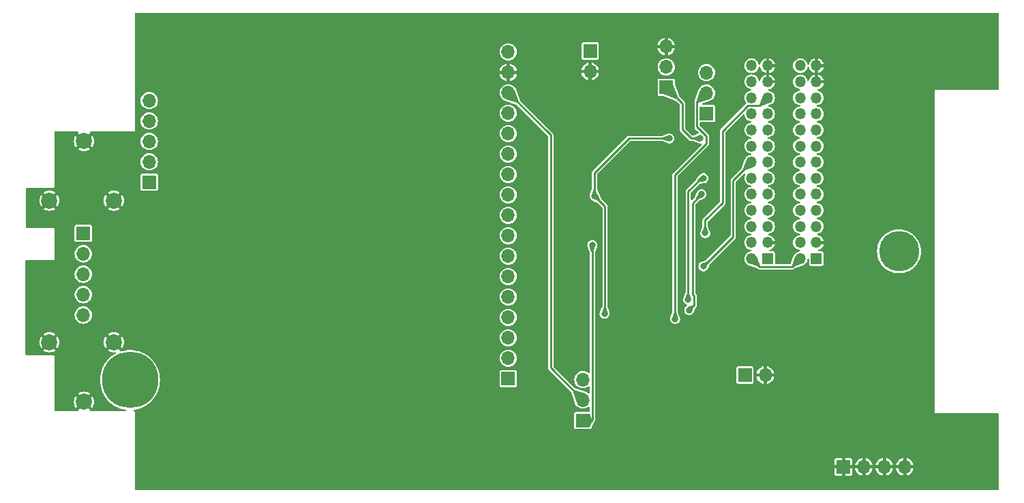
<source format=gbr>
%TF.GenerationSoftware,KiCad,Pcbnew,8.0.8+dfsg-1*%
%TF.CreationDate,2025-02-21T17:29:09+00:00*%
%TF.ProjectId,a4_to_adf10_econet,61345f74-6f5f-4616-9466-31305f65636f,rev?*%
%TF.SameCoordinates,Original*%
%TF.FileFunction,Copper,L2,Bot*%
%TF.FilePolarity,Positive*%
%FSLAX46Y46*%
G04 Gerber Fmt 4.6, Leading zero omitted, Abs format (unit mm)*
G04 Created by KiCad (PCBNEW 8.0.8+dfsg-1) date 2025-02-21 17:29:09*
%MOMM*%
%LPD*%
G01*
G04 APERTURE LIST*
%TA.AperFunction,ComponentPad*%
%ADD10O,1.700000X1.700000*%
%TD*%
%TA.AperFunction,ComponentPad*%
%ADD11R,1.700000X1.700000*%
%TD*%
%TA.AperFunction,ComponentPad*%
%ADD12O,1.350000X1.350000*%
%TD*%
%TA.AperFunction,ComponentPad*%
%ADD13R,1.350000X1.350000*%
%TD*%
%TA.AperFunction,ComponentPad*%
%ADD14C,2.000000*%
%TD*%
%TA.AperFunction,ComponentPad*%
%ADD15C,3.900000*%
%TD*%
%TA.AperFunction,ConnectorPad*%
%ADD16C,7.000000*%
%TD*%
%TA.AperFunction,ComponentPad*%
%ADD17C,2.900000*%
%TD*%
%TA.AperFunction,ConnectorPad*%
%ADD18C,5.000000*%
%TD*%
%TA.AperFunction,ViaPad*%
%ADD19C,0.800000*%
%TD*%
%TA.AperFunction,Conductor*%
%ADD20C,0.220000*%
%TD*%
G04 APERTURE END LIST*
D10*
%TO.P,J11,3,Pin_3*%
%TO.N,GND*%
X79600000Y-24320000D03*
%TO.P,J11,2,Pin_2*%
%TO.N,/~{ECON2}*%
X79600000Y-26860000D03*
D11*
%TO.P,J11,1,Pin_1*%
%TO.N,/~{ECON}*%
X79600000Y-29400000D03*
%TD*%
%TO.P,J10,1,Pin_1*%
%TO.N,/EC1*%
X7200000Y-47560000D03*
D10*
%TO.P,J10,2,Pin_2*%
%TO.N,/EC2*%
X7200000Y-50100000D03*
%TO.P,J10,3,Pin_3*%
%TO.N,/EC3*%
X7200000Y-52640000D03*
%TO.P,J10,4,Pin_4*%
%TO.N,/EC4*%
X7200000Y-55180000D03*
%TO.P,J10,5,Pin_5*%
%TO.N,/EC5*%
X7200000Y-57720000D03*
%TD*%
D11*
%TO.P,J9,1,Pin_1*%
%TO.N,VCCQ*%
X70150000Y-24875000D03*
D10*
%TO.P,J9,2,Pin_2*%
%TO.N,GND*%
X70150000Y-27415000D03*
%TD*%
%TO.P,J8,2,Pin_2*%
%TO.N,GND*%
X91905000Y-65180000D03*
D11*
%TO.P,J8,1,Pin_1*%
%TO.N,+5V*%
X89365000Y-65180000D03*
%TD*%
D12*
%TO.P,J2,26,Pin_26*%
%TO.N,/~{PRE}*%
X90200000Y-26700000D03*
%TO.P,J2,25,Pin_25*%
%TO.N,GND*%
X92200000Y-26700000D03*
%TO.P,J2,24,Pin_24*%
%TO.N,/~{PWE}*%
X90200000Y-28700000D03*
%TO.P,J2,23,Pin_23*%
%TO.N,GND*%
X92200000Y-28700000D03*
%TO.P,J2,22,Pin_22*%
%TO.N,/~{EFIQ}*%
X90200000Y-30700000D03*
%TO.P,J2,21,Pin_21*%
%TO.N,/~{RST}*%
X92200000Y-30700000D03*
%TO.P,J2,20,Pin_20*%
%TO.N,/~{IRQA}*%
X90200000Y-32700000D03*
%TO.P,J2,19,Pin_19*%
%TO.N,/BD7*%
X92200000Y-32700000D03*
%TO.P,J2,18,Pin_18*%
%TO.N,/~{S4}*%
X90200000Y-34700000D03*
%TO.P,J2,17,Pin_17*%
%TO.N,/BD6*%
X92200000Y-34700000D03*
%TO.P,J2,16,Pin_16*%
%TO.N,/~{ECON}*%
X90200000Y-36700000D03*
%TO.P,J2,15,Pin_15*%
%TO.N,/BD5*%
X92200000Y-36700000D03*
%TO.P,J2,14,Pin_14*%
%TO.N,/CLK2*%
X90200000Y-38700000D03*
%TO.P,J2,13,Pin_13*%
%TO.N,/BD4*%
X92200000Y-38700000D03*
%TO.P,J2,12,Pin_12*%
%TO.N,/~{S2}*%
X90200000Y-40700000D03*
%TO.P,J2,11,Pin_11*%
%TO.N,/BD3*%
X92200000Y-40700000D03*
%TO.P,J2,10,Pin_10*%
%TO.N,/~{WBE}*%
X90200000Y-42700000D03*
%TO.P,J2,9,Pin_9*%
%TO.N,/BD2*%
X92200000Y-42700000D03*
%TO.P,J2,8,Pin_8*%
%TO.N,/LA5*%
X90200000Y-44700000D03*
%TO.P,J2,7,Pin_7*%
%TO.N,/BD1*%
X92200000Y-44700000D03*
%TO.P,J2,6,Pin_6*%
%TO.N,/LA4*%
X90200000Y-46700000D03*
%TO.P,J2,5,Pin_5*%
%TO.N,/BD0*%
X92200000Y-46700000D03*
%TO.P,J2,4,Pin_4*%
%TO.N,/LA3*%
X90200000Y-48700000D03*
%TO.P,J2,3,Pin_3*%
%TO.N,GND*%
X92200000Y-48700000D03*
%TO.P,J2,2,Pin_2*%
%TO.N,/LA2*%
X90200000Y-50700000D03*
D13*
%TO.P,J2,1,Pin_1*%
%TO.N,+5V*%
X92200000Y-50700000D03*
%TD*%
D14*
%TO.P,MH5,1,1*%
%TO.N,GND*%
X11000000Y-61100000D03*
%TD*%
D15*
%TO.P,H2,1*%
%TO.N,N/C*%
X13000000Y-65800000D03*
D16*
X13000000Y-65800000D03*
%TD*%
D11*
%TO.P,J6,1,Pin_1*%
%TO.N,/~{RST2}*%
X69250000Y-70830000D03*
D10*
%TO.P,J6,2,Pin_2*%
%TO.N,/~{RSTE}*%
X69250000Y-68290000D03*
%TO.P,J6,3,Pin_3*%
%TO.N,/~{SUP_RST}*%
X69250000Y-65750000D03*
%TD*%
D11*
%TO.P,J7,1,Pin_1*%
%TO.N,GND*%
X101620000Y-76600000D03*
D10*
%TO.P,J7,2,Pin_2*%
X104160000Y-76600000D03*
%TO.P,J7,3,Pin_3*%
X106700000Y-76600000D03*
%TO.P,J7,4,Pin_4*%
X109240000Y-76600000D03*
%TD*%
D17*
%TO.P,H1,1*%
%TO.N,N/C*%
X108500000Y-49800000D03*
D18*
X108500000Y-49800000D03*
%TD*%
D13*
%TO.P,J1,1,Pin_1*%
%TO.N,+5V*%
X98250000Y-50700000D03*
D12*
%TO.P,J1,2,Pin_2*%
%TO.N,/LA2*%
X96250000Y-50700000D03*
%TO.P,J1,3,Pin_3*%
%TO.N,GND*%
X98250000Y-48700000D03*
%TO.P,J1,4,Pin_4*%
%TO.N,/LA3*%
X96250000Y-48700000D03*
%TO.P,J1,5,Pin_5*%
%TO.N,/BD0*%
X98250000Y-46700000D03*
%TO.P,J1,6,Pin_6*%
%TO.N,/LA4*%
X96250000Y-46700000D03*
%TO.P,J1,7,Pin_7*%
%TO.N,/BD1*%
X98250000Y-44700000D03*
%TO.P,J1,8,Pin_8*%
%TO.N,/LA5*%
X96250000Y-44700000D03*
%TO.P,J1,9,Pin_9*%
%TO.N,/BD2*%
X98250000Y-42700000D03*
%TO.P,J1,10,Pin_10*%
%TO.N,/~{WBE}*%
X96250000Y-42700000D03*
%TO.P,J1,11,Pin_11*%
%TO.N,/BD3*%
X98250000Y-40700000D03*
%TO.P,J1,12,Pin_12*%
%TO.N,/~{S2}*%
X96250000Y-40700000D03*
%TO.P,J1,13,Pin_13*%
%TO.N,/BD4*%
X98250000Y-38700000D03*
%TO.P,J1,14,Pin_14*%
%TO.N,/CLK2*%
X96250000Y-38700000D03*
%TO.P,J1,15,Pin_15*%
%TO.N,/BD5*%
X98250000Y-36700000D03*
%TO.P,J1,16,Pin_16*%
%TO.N,/~{ECON}*%
X96250000Y-36700000D03*
%TO.P,J1,17,Pin_17*%
%TO.N,/BD6*%
X98250000Y-34700000D03*
%TO.P,J1,18,Pin_18*%
%TO.N,/~{S4}*%
X96250000Y-34700000D03*
%TO.P,J1,19,Pin_19*%
%TO.N,/BD7*%
X98250000Y-32700000D03*
%TO.P,J1,20,Pin_20*%
%TO.N,/~{IRQA}*%
X96250000Y-32700000D03*
%TO.P,J1,21,Pin_21*%
%TO.N,/~{RST}*%
X98250000Y-30700000D03*
%TO.P,J1,22,Pin_22*%
%TO.N,/~{EFIQ}*%
X96250000Y-30700000D03*
%TO.P,J1,23,Pin_23*%
%TO.N,GND*%
X98250000Y-28700000D03*
%TO.P,J1,24,Pin_24*%
%TO.N,/~{PWE}*%
X96250000Y-28700000D03*
%TO.P,J1,25,Pin_25*%
%TO.N,GND*%
X98250000Y-26700000D03*
%TO.P,J1,26,Pin_26*%
%TO.N,/~{PRE}*%
X96250000Y-26700000D03*
%TD*%
D14*
%TO.P,MH2,1,1*%
%TO.N,GND*%
X3000000Y-43500000D03*
%TD*%
%TO.P,MH4,1,1*%
%TO.N,GND*%
X3000000Y-61100000D03*
%TD*%
%TO.P,MH3,1,1*%
%TO.N,GND*%
X11000000Y-43500000D03*
%TD*%
D10*
%TO.P,J4,17,Pin_17*%
%TO.N,/VCC_ECONET*%
X59980000Y-24990000D03*
%TO.P,J4,16,Pin_16*%
%TO.N,GND*%
X59980000Y-27530000D03*
%TO.P,J4,15,Pin_15*%
%TO.N,/~{RSTE}*%
X59980000Y-30070000D03*
%TO.P,J4,14,Pin_14*%
%TO.N,/D7*%
X59980000Y-32610000D03*
%TO.P,J4,13,Pin_13*%
%TO.N,/D6*%
X59980000Y-35150000D03*
%TO.P,J4,12,Pin_12*%
%TO.N,/D5*%
X59980000Y-37690000D03*
%TO.P,J4,11,Pin_11*%
%TO.N,/D4*%
X59980000Y-40230000D03*
%TO.P,J4,10,Pin_10*%
%TO.N,/D3*%
X59980000Y-42770000D03*
%TO.P,J4,9,Pin_9*%
%TO.N,/D2*%
X59980000Y-45310000D03*
%TO.P,J4,8,Pin_8*%
%TO.N,/D1*%
X59980000Y-47850000D03*
%TO.P,J4,7,Pin_7*%
%TO.N,/D0*%
X59980000Y-50390000D03*
%TO.P,J4,6,Pin_6*%
%TO.N,/A1*%
X59980000Y-52930000D03*
%TO.P,J4,5,Pin_5*%
%TO.N,/A0*%
X59980000Y-55470000D03*
%TO.P,J4,4,Pin_4*%
%TO.N,/CLK*%
X59980000Y-58010000D03*
%TO.P,J4,3,Pin_3*%
%TO.N,/~{CS}*%
X59980000Y-60550000D03*
%TO.P,J4,2,Pin_2*%
%TO.N,/R~{W}*%
X59980000Y-63090000D03*
D11*
%TO.P,J4,1,Pin_1*%
%TO.N,/~{IRQ}*%
X59980000Y-65630000D03*
%TD*%
D14*
%TO.P,MH1,1,1*%
%TO.N,GND*%
X7300000Y-36100000D03*
%TD*%
D11*
%TO.P,J5,1,Pin_1*%
%TO.N,/~{IRQA}*%
X84600000Y-32640000D03*
D10*
%TO.P,J5,2,Pin_2*%
%TO.N,/IRQSEL*%
X84600000Y-30100000D03*
%TO.P,J5,3,Pin_3*%
%TO.N,/~{EFIQ}*%
X84600000Y-27560000D03*
%TD*%
D14*
%TO.P,MH6,1,1*%
%TO.N,GND*%
X7300000Y-68500000D03*
%TD*%
D11*
%TO.P,J3,1,Pin_1*%
%TO.N,/EC1*%
X15400000Y-41200000D03*
D10*
%TO.P,J3,2,Pin_2*%
%TO.N,/EC2*%
X15400000Y-38660000D03*
%TO.P,J3,3,Pin_3*%
%TO.N,/EC3*%
X15400000Y-36120000D03*
%TO.P,J3,4,Pin_4*%
%TO.N,/EC4*%
X15400000Y-33580000D03*
%TO.P,J3,5,Pin_5*%
%TO.N,/EC5*%
X15400000Y-31040000D03*
%TD*%
D19*
%TO.N,GND*%
X78030000Y-70060000D03*
X85350000Y-63290000D03*
X56599993Y-28369993D03*
X101750000Y-53370000D03*
X86410000Y-22900000D03*
%TO.N,Net-(U1-A1)*%
X83980000Y-42700000D03*
X82450000Y-57100000D03*
%TO.N,Net-(U1-A2)*%
X82330000Y-55788133D03*
X84230000Y-40700000D03*
%TO.N,/CLK2*%
X84220000Y-51670000D03*
%TO.N,GND*%
X66950000Y-31700000D03*
X64100000Y-26950000D03*
%TO.N,/~{RST2}*%
X70420000Y-49040000D03*
%TO.N,/~{BUF_EN}*%
X79980000Y-35760000D03*
%TO.N,GND*%
X56810000Y-34037500D03*
%TO.N,/~{ECON}*%
X83841272Y-35737742D03*
%TO.N,GND*%
X77350000Y-22250000D03*
X84180000Y-54850000D03*
X91921250Y-59700000D03*
%TO.N,/IRQSEL*%
X80700000Y-58200000D03*
%TO.N,GND*%
X79800000Y-51200000D03*
%TO.N,/~{RST}*%
X84440000Y-47530000D03*
%TO.N,GND*%
X79800000Y-48600000D03*
X79740000Y-32760000D03*
X63500000Y-60200000D03*
X63290000Y-44290000D03*
%TO.N,/~{BUF_EN}*%
X71950000Y-57540000D03*
X70700000Y-42890000D03*
%TO.N,GND*%
X63250000Y-69900000D03*
X63712624Y-67382624D03*
%TD*%
D20*
%TO.N,/~{RST}*%
X92200000Y-30700000D02*
X91205000Y-31695000D01*
X91205000Y-31695000D02*
X89731346Y-31695000D01*
X89731346Y-31695000D02*
X86580000Y-34846346D01*
X86580000Y-34846346D02*
X86580000Y-43780000D01*
X84440000Y-45920000D02*
X84440000Y-47530000D01*
X86580000Y-43780000D02*
X84440000Y-45920000D01*
%TO.N,/CLK2*%
X87920000Y-40980000D02*
X87920000Y-47970000D01*
X90200000Y-38700000D02*
X87920000Y-40980000D01*
X87920000Y-47970000D02*
X84220000Y-51670000D01*
%TO.N,Net-(U1-A2)*%
X82330000Y-55788133D02*
X82330000Y-42330000D01*
X82330000Y-42330000D02*
X83960000Y-40700000D01*
X83960000Y-40700000D02*
X84230000Y-40700000D01*
%TO.N,Net-(U1-A1)*%
X82850000Y-55150000D02*
X82850000Y-43830000D01*
X83050000Y-55350000D02*
X82850000Y-55150000D01*
X82450000Y-57100000D02*
X83050000Y-56500000D01*
X82850000Y-43830000D02*
X83980000Y-42700000D01*
X83050000Y-56500000D02*
X83050000Y-55350000D01*
%TO.N,/~{BUF_EN}*%
X70700000Y-42890000D02*
X70700000Y-40030000D01*
X70700000Y-40030000D02*
X74970000Y-35760000D01*
X74970000Y-35760000D02*
X79980000Y-35760000D01*
X72000000Y-57490000D02*
X71950000Y-57540000D01*
X70700000Y-42890000D02*
X72000000Y-44190000D01*
X72000000Y-44190000D02*
X72000000Y-57490000D01*
%TO.N,/~{RST2}*%
X70320000Y-70830000D02*
X70420000Y-70730000D01*
X69250000Y-70830000D02*
X70320000Y-70830000D01*
X70420000Y-70730000D02*
X70420000Y-49040000D01*
%TO.N,/~{RSTE}*%
X59980000Y-30070000D02*
X65240000Y-35330000D01*
X65240000Y-35330000D02*
X65240000Y-64280000D01*
X65240000Y-64280000D02*
X69250000Y-68290000D01*
%TO.N,/LA2*%
X90200000Y-50700000D02*
X91205000Y-51705000D01*
X95245000Y-51705000D02*
X96250000Y-50700000D01*
X91205000Y-51705000D02*
X95245000Y-51705000D01*
%TO.N,/~{ECON}*%
X83841272Y-35737742D02*
X82697742Y-35737742D01*
X82697742Y-35737742D02*
X81600000Y-34640000D01*
X81600000Y-34640000D02*
X81600000Y-31400000D01*
X81600000Y-31400000D02*
X79600000Y-29400000D01*
%TO.N,/IRQSEL*%
X84600000Y-30100000D02*
X83430000Y-31270000D01*
X83430000Y-31270000D02*
X83430000Y-34308234D01*
X83430000Y-34308234D02*
X84590000Y-35468234D01*
X84590000Y-35468234D02*
X84590000Y-36370000D01*
X84590000Y-36370000D02*
X80700000Y-40260000D01*
X80700000Y-40260000D02*
X80700000Y-58200000D01*
%TD*%
%TA.AperFunction,Conductor*%
%TO.N,GND*%
G36*
X120854569Y-20121317D02*
G01*
X120894165Y-20175817D01*
X120899500Y-20209500D01*
X120899500Y-29590500D01*
X120878683Y-29654569D01*
X120824183Y-29694165D01*
X120790500Y-29699500D01*
X112980009Y-29699500D01*
X112943072Y-29714799D01*
X112914799Y-29743072D01*
X112910066Y-29754500D01*
X112899500Y-29780009D01*
X112899500Y-69780009D01*
X112899500Y-69819991D01*
X112914800Y-69856929D01*
X112943071Y-69885200D01*
X112980009Y-69900500D01*
X120790500Y-69900500D01*
X120854569Y-69921317D01*
X120894165Y-69975817D01*
X120899500Y-70009500D01*
X120899500Y-79390500D01*
X120878683Y-79454569D01*
X120824183Y-79494165D01*
X120790500Y-79499500D01*
X13709500Y-79499500D01*
X13645431Y-79478683D01*
X13605835Y-79424183D01*
X13600500Y-79390500D01*
X13600500Y-75725379D01*
X100520000Y-75725379D01*
X100520000Y-76399999D01*
X100520001Y-76400000D01*
X101158120Y-76400000D01*
X101154075Y-76407007D01*
X101120000Y-76534174D01*
X101120000Y-76665826D01*
X101154075Y-76792993D01*
X101158120Y-76800000D01*
X100520001Y-76800000D01*
X100520000Y-76800001D01*
X100520000Y-77474620D01*
X100534505Y-77547546D01*
X100589759Y-77630238D01*
X100589761Y-77630240D01*
X100672453Y-77685494D01*
X100745379Y-77700000D01*
X101419999Y-77700000D01*
X101420000Y-77699999D01*
X101420000Y-77061879D01*
X101427007Y-77065925D01*
X101554174Y-77100000D01*
X101685826Y-77100000D01*
X101812993Y-77065925D01*
X101820000Y-77061879D01*
X101820000Y-77699999D01*
X101820001Y-77700000D01*
X102494620Y-77700000D01*
X102567546Y-77685494D01*
X102650238Y-77630240D01*
X102650240Y-77630238D01*
X102705494Y-77547546D01*
X102720000Y-77474620D01*
X102720000Y-76800001D01*
X102719999Y-76800000D01*
X102081880Y-76800000D01*
X102085925Y-76792993D01*
X102120000Y-76665826D01*
X102120000Y-76534174D01*
X102085925Y-76407007D01*
X102081880Y-76400000D01*
X102719999Y-76400000D01*
X103073820Y-76400000D01*
X103698120Y-76400000D01*
X103694075Y-76407007D01*
X103660000Y-76534174D01*
X103660000Y-76665826D01*
X103694075Y-76792993D01*
X103698120Y-76800000D01*
X103073820Y-76800000D01*
X103074096Y-76802986D01*
X103074098Y-76802994D01*
X103129884Y-76999064D01*
X103129886Y-76999068D01*
X103220753Y-77181556D01*
X103220754Y-77181557D01*
X103343605Y-77344238D01*
X103494260Y-77481578D01*
X103494264Y-77481581D01*
X103667586Y-77588898D01*
X103857680Y-77662540D01*
X103857685Y-77662541D01*
X103959999Y-77681667D01*
X103960000Y-77681666D01*
X103960000Y-77061879D01*
X103967007Y-77065925D01*
X104094174Y-77100000D01*
X104225826Y-77100000D01*
X104352993Y-77065925D01*
X104360000Y-77061879D01*
X104360000Y-77681667D01*
X104462314Y-77662541D01*
X104462319Y-77662540D01*
X104652413Y-77588898D01*
X104825735Y-77481581D01*
X104825739Y-77481578D01*
X104976394Y-77344238D01*
X105099245Y-77181557D01*
X105099246Y-77181556D01*
X105190113Y-76999068D01*
X105190115Y-76999064D01*
X105245901Y-76802994D01*
X105245903Y-76802986D01*
X105246180Y-76800000D01*
X104621880Y-76800000D01*
X104625925Y-76792993D01*
X104660000Y-76665826D01*
X104660000Y-76534174D01*
X104625925Y-76407007D01*
X104621880Y-76400000D01*
X105246179Y-76400000D01*
X105613820Y-76400000D01*
X106238120Y-76400000D01*
X106234075Y-76407007D01*
X106200000Y-76534174D01*
X106200000Y-76665826D01*
X106234075Y-76792993D01*
X106238120Y-76800000D01*
X105613820Y-76800000D01*
X105614096Y-76802986D01*
X105614098Y-76802994D01*
X105669884Y-76999064D01*
X105669886Y-76999068D01*
X105760753Y-77181556D01*
X105760754Y-77181557D01*
X105883605Y-77344238D01*
X106034260Y-77481578D01*
X106034264Y-77481581D01*
X106207586Y-77588898D01*
X106397680Y-77662540D01*
X106397685Y-77662541D01*
X106499999Y-77681667D01*
X106500000Y-77681666D01*
X106500000Y-77061879D01*
X106507007Y-77065925D01*
X106634174Y-77100000D01*
X106765826Y-77100000D01*
X106892993Y-77065925D01*
X106900000Y-77061879D01*
X106900000Y-77681667D01*
X107002314Y-77662541D01*
X107002319Y-77662540D01*
X107192413Y-77588898D01*
X107365735Y-77481581D01*
X107365739Y-77481578D01*
X107516394Y-77344238D01*
X107639245Y-77181557D01*
X107639246Y-77181556D01*
X107730113Y-76999068D01*
X107730115Y-76999064D01*
X107785901Y-76802994D01*
X107785903Y-76802986D01*
X107786180Y-76800000D01*
X107161880Y-76800000D01*
X107165925Y-76792993D01*
X107200000Y-76665826D01*
X107200000Y-76534174D01*
X107165925Y-76407007D01*
X107161880Y-76400000D01*
X107786179Y-76400000D01*
X108153820Y-76400000D01*
X108778120Y-76400000D01*
X108774075Y-76407007D01*
X108740000Y-76534174D01*
X108740000Y-76665826D01*
X108774075Y-76792993D01*
X108778120Y-76800000D01*
X108153820Y-76800000D01*
X108154096Y-76802986D01*
X108154098Y-76802994D01*
X108209884Y-76999064D01*
X108209886Y-76999068D01*
X108300753Y-77181556D01*
X108300754Y-77181557D01*
X108423605Y-77344238D01*
X108574260Y-77481578D01*
X108574264Y-77481581D01*
X108747586Y-77588898D01*
X108937680Y-77662540D01*
X108937685Y-77662541D01*
X109039999Y-77681667D01*
X109040000Y-77681666D01*
X109040000Y-77061879D01*
X109047007Y-77065925D01*
X109174174Y-77100000D01*
X109305826Y-77100000D01*
X109432993Y-77065925D01*
X109440000Y-77061879D01*
X109440000Y-77681667D01*
X109542314Y-77662541D01*
X109542319Y-77662540D01*
X109732413Y-77588898D01*
X109905735Y-77481581D01*
X109905739Y-77481578D01*
X110056394Y-77344238D01*
X110179245Y-77181557D01*
X110179246Y-77181556D01*
X110270113Y-76999068D01*
X110270115Y-76999064D01*
X110325901Y-76802994D01*
X110325903Y-76802986D01*
X110326180Y-76800000D01*
X109701880Y-76800000D01*
X109705925Y-76792993D01*
X109740000Y-76665826D01*
X109740000Y-76534174D01*
X109705925Y-76407007D01*
X109701880Y-76400000D01*
X110326179Y-76400000D01*
X110325903Y-76397013D01*
X110325901Y-76397005D01*
X110270115Y-76200935D01*
X110270113Y-76200931D01*
X110179246Y-76018443D01*
X110179245Y-76018442D01*
X110056394Y-75855761D01*
X109905739Y-75718421D01*
X109905735Y-75718418D01*
X109732413Y-75611101D01*
X109542319Y-75537459D01*
X109542315Y-75537458D01*
X109440000Y-75518332D01*
X109440000Y-76138120D01*
X109432993Y-76134075D01*
X109305826Y-76100000D01*
X109174174Y-76100000D01*
X109047007Y-76134075D01*
X109040000Y-76138120D01*
X109040000Y-75518332D01*
X109039999Y-75518332D01*
X108937684Y-75537458D01*
X108937680Y-75537459D01*
X108747586Y-75611101D01*
X108574264Y-75718418D01*
X108574260Y-75718421D01*
X108423605Y-75855761D01*
X108300754Y-76018442D01*
X108300753Y-76018443D01*
X108209886Y-76200931D01*
X108209884Y-76200935D01*
X108154098Y-76397005D01*
X108154096Y-76397013D01*
X108153820Y-76400000D01*
X107786179Y-76400000D01*
X107785903Y-76397013D01*
X107785901Y-76397005D01*
X107730115Y-76200935D01*
X107730113Y-76200931D01*
X107639246Y-76018443D01*
X107639245Y-76018442D01*
X107516394Y-75855761D01*
X107365739Y-75718421D01*
X107365735Y-75718418D01*
X107192413Y-75611101D01*
X107002319Y-75537459D01*
X107002315Y-75537458D01*
X106900000Y-75518332D01*
X106900000Y-76138120D01*
X106892993Y-76134075D01*
X106765826Y-76100000D01*
X106634174Y-76100000D01*
X106507007Y-76134075D01*
X106500000Y-76138120D01*
X106500000Y-75518332D01*
X106397684Y-75537458D01*
X106397680Y-75537459D01*
X106207586Y-75611101D01*
X106034264Y-75718418D01*
X106034260Y-75718421D01*
X105883605Y-75855761D01*
X105760754Y-76018442D01*
X105760753Y-76018443D01*
X105669886Y-76200931D01*
X105669884Y-76200935D01*
X105614098Y-76397005D01*
X105614096Y-76397013D01*
X105613820Y-76400000D01*
X105246179Y-76400000D01*
X105245903Y-76397013D01*
X105245901Y-76397005D01*
X105190115Y-76200935D01*
X105190113Y-76200931D01*
X105099246Y-76018443D01*
X105099245Y-76018442D01*
X104976394Y-75855761D01*
X104825739Y-75718421D01*
X104825735Y-75718418D01*
X104652413Y-75611101D01*
X104462319Y-75537459D01*
X104462315Y-75537458D01*
X104360000Y-75518332D01*
X104360000Y-76138120D01*
X104352993Y-76134075D01*
X104225826Y-76100000D01*
X104094174Y-76100000D01*
X103967007Y-76134075D01*
X103960000Y-76138120D01*
X103960000Y-75518332D01*
X103959999Y-75518332D01*
X103857684Y-75537458D01*
X103857680Y-75537459D01*
X103667586Y-75611101D01*
X103494264Y-75718418D01*
X103494260Y-75718421D01*
X103343605Y-75855761D01*
X103220754Y-76018442D01*
X103220753Y-76018443D01*
X103129886Y-76200931D01*
X103129884Y-76200935D01*
X103074098Y-76397005D01*
X103074096Y-76397013D01*
X103073820Y-76400000D01*
X102719999Y-76400000D01*
X102720000Y-76399999D01*
X102720000Y-75725379D01*
X102705494Y-75652453D01*
X102650240Y-75569761D01*
X102650238Y-75569759D01*
X102567546Y-75514505D01*
X102494621Y-75500000D01*
X101820001Y-75500000D01*
X101820000Y-75500001D01*
X101820000Y-76138120D01*
X101812993Y-76134075D01*
X101685826Y-76100000D01*
X101554174Y-76100000D01*
X101427007Y-76134075D01*
X101420000Y-76138120D01*
X101420000Y-75500001D01*
X101419999Y-75500000D01*
X100745379Y-75500000D01*
X100672453Y-75514505D01*
X100589761Y-75569759D01*
X100589759Y-75569761D01*
X100534505Y-75652453D01*
X100520000Y-75725379D01*
X13600500Y-75725379D01*
X13600500Y-69780009D01*
X13597304Y-69772293D01*
X13585200Y-69743071D01*
X13556929Y-69714800D01*
X13556371Y-69714569D01*
X13510073Y-69695392D01*
X13511210Y-69692645D01*
X13466579Y-69667648D01*
X13438378Y-69606469D01*
X13451523Y-69540398D01*
X13500993Y-69494673D01*
X13535591Y-69485222D01*
X13564111Y-69482322D01*
X13933751Y-69406359D01*
X14293810Y-69293390D01*
X14640592Y-69144574D01*
X14970540Y-68961438D01*
X15280267Y-68745862D01*
X15566595Y-68500057D01*
X15826587Y-68226546D01*
X16057574Y-67928135D01*
X16257187Y-67607886D01*
X16423376Y-67269086D01*
X16554437Y-66915212D01*
X16649024Y-66549894D01*
X16706168Y-66176880D01*
X16725281Y-65800000D01*
X16706168Y-65423120D01*
X16649024Y-65050106D01*
X16573466Y-64758282D01*
X58909500Y-64758282D01*
X58909500Y-66501712D01*
X58909501Y-66501720D01*
X58922292Y-66566034D01*
X58922293Y-66566035D01*
X58971028Y-66638972D01*
X59019541Y-66671387D01*
X59043963Y-66687706D01*
X59043965Y-66687707D01*
X59108281Y-66700500D01*
X60851718Y-66700499D01*
X60916035Y-66687707D01*
X60988972Y-66638972D01*
X61037707Y-66566035D01*
X61050500Y-66501719D01*
X61050499Y-64758282D01*
X61037707Y-64693965D01*
X60988972Y-64621028D01*
X60955170Y-64598442D01*
X60916036Y-64572293D01*
X60899956Y-64569094D01*
X60851719Y-64559500D01*
X60851716Y-64559500D01*
X59108287Y-64559500D01*
X59108279Y-64559501D01*
X59043965Y-64572292D01*
X59043964Y-64572293D01*
X58971031Y-64621025D01*
X58971027Y-64621029D01*
X58922293Y-64693963D01*
X58922293Y-64693965D01*
X58909501Y-64758279D01*
X58909500Y-64758282D01*
X16573466Y-64758282D01*
X16554437Y-64684788D01*
X16423376Y-64330914D01*
X16257187Y-63992114D01*
X16057574Y-63671865D01*
X15826587Y-63373454D01*
X15566595Y-63099943D01*
X15555010Y-63089998D01*
X58904320Y-63089998D01*
X58904320Y-63090001D01*
X58924989Y-63299858D01*
X58986200Y-63501644D01*
X58986201Y-63501646D01*
X59077186Y-63671865D01*
X59085605Y-63687616D01*
X59219379Y-63850621D01*
X59382384Y-63984395D01*
X59396825Y-63992114D01*
X59568353Y-64083798D01*
X59568355Y-64083799D01*
X59770141Y-64145010D01*
X59770142Y-64145010D01*
X59770145Y-64145011D01*
X59945892Y-64162320D01*
X59979999Y-64165680D01*
X59980000Y-64165680D01*
X59980001Y-64165680D01*
X60005740Y-64163144D01*
X60189855Y-64145011D01*
X60391645Y-64083799D01*
X60577616Y-63984395D01*
X60740621Y-63850621D01*
X60874395Y-63687616D01*
X60973799Y-63501645D01*
X61035011Y-63299855D01*
X61055680Y-63090000D01*
X61035011Y-62880145D01*
X60973799Y-62678355D01*
X60874395Y-62492384D01*
X60740621Y-62329379D01*
X60577616Y-62195605D01*
X60577612Y-62195602D01*
X60577611Y-62195602D01*
X60391646Y-62096201D01*
X60391644Y-62096200D01*
X60189858Y-62034989D01*
X60189859Y-62034989D01*
X59980001Y-62014320D01*
X59979999Y-62014320D01*
X59770141Y-62034989D01*
X59568355Y-62096200D01*
X59568353Y-62096201D01*
X59382388Y-62195602D01*
X59382383Y-62195606D01*
X59219383Y-62329375D01*
X59219375Y-62329383D01*
X59085606Y-62492383D01*
X59085602Y-62492388D01*
X58986201Y-62678353D01*
X58986200Y-62678355D01*
X58924989Y-62880141D01*
X58904320Y-63089998D01*
X15555010Y-63089998D01*
X15493888Y-63037526D01*
X15280278Y-62854147D01*
X15280263Y-62854135D01*
X14970546Y-62638566D01*
X14970545Y-62638565D01*
X14970540Y-62638562D01*
X14707176Y-62492383D01*
X14640593Y-62455426D01*
X14640581Y-62455421D01*
X14293817Y-62306612D01*
X14293813Y-62306611D01*
X14130046Y-62255229D01*
X13933751Y-62193641D01*
X13933752Y-62193641D01*
X13564116Y-62117679D01*
X13564115Y-62117678D01*
X13564111Y-62117678D01*
X13188682Y-62079500D01*
X12811318Y-62079500D01*
X12435889Y-62117678D01*
X12435885Y-62117678D01*
X12435883Y-62117679D01*
X12066247Y-62193641D01*
X12066242Y-62193642D01*
X11869950Y-62255229D01*
X11802588Y-62254546D01*
X11748492Y-62214399D01*
X11728326Y-62150123D01*
X11728735Y-62141727D01*
X11731160Y-62114003D01*
X11371167Y-61754010D01*
X11478097Y-61682563D01*
X11582563Y-61578097D01*
X11654010Y-61471167D01*
X12014003Y-61831160D01*
X12086666Y-61727388D01*
X12179101Y-61529160D01*
X12179103Y-61529156D01*
X12235711Y-61317891D01*
X12254775Y-61100002D01*
X12254775Y-61099997D01*
X12235711Y-60882108D01*
X12179103Y-60670843D01*
X12179099Y-60670834D01*
X12122752Y-60549998D01*
X58904320Y-60549998D01*
X58904320Y-60550001D01*
X58924989Y-60759858D01*
X58986200Y-60961644D01*
X58986201Y-60961646D01*
X59085602Y-61147611D01*
X59085605Y-61147616D01*
X59219379Y-61310621D01*
X59382384Y-61444395D01*
X59382388Y-61444397D01*
X59568353Y-61543798D01*
X59568355Y-61543799D01*
X59770141Y-61605010D01*
X59770142Y-61605010D01*
X59770145Y-61605011D01*
X59945892Y-61622320D01*
X59979999Y-61625680D01*
X59980000Y-61625680D01*
X59980001Y-61625680D01*
X60005740Y-61623144D01*
X60189855Y-61605011D01*
X60391645Y-61543799D01*
X60577616Y-61444395D01*
X60740621Y-61310621D01*
X60874395Y-61147616D01*
X60973799Y-60961645D01*
X61035011Y-60759855D01*
X61055680Y-60550000D01*
X61035011Y-60340145D01*
X60973799Y-60138355D01*
X60874395Y-59952384D01*
X60740621Y-59789379D01*
X60577616Y-59655605D01*
X60577612Y-59655602D01*
X60577611Y-59655602D01*
X60391646Y-59556201D01*
X60391644Y-59556200D01*
X60189858Y-59494989D01*
X60189859Y-59494989D01*
X59980001Y-59474320D01*
X59979999Y-59474320D01*
X59770141Y-59494989D01*
X59568355Y-59556200D01*
X59568353Y-59556201D01*
X59382388Y-59655602D01*
X59382383Y-59655606D01*
X59219383Y-59789375D01*
X59219375Y-59789383D01*
X59085606Y-59952383D01*
X59085602Y-59952388D01*
X58986201Y-60138353D01*
X58986200Y-60138355D01*
X58924989Y-60340141D01*
X58904320Y-60549998D01*
X12122752Y-60549998D01*
X12086666Y-60472611D01*
X12014003Y-60368839D01*
X11654010Y-60728832D01*
X11582563Y-60621903D01*
X11478097Y-60517437D01*
X11371166Y-60445988D01*
X11731160Y-60085995D01*
X11627391Y-60013335D01*
X11429160Y-59920898D01*
X11429156Y-59920896D01*
X11217891Y-59864288D01*
X11000002Y-59845225D01*
X10999998Y-59845225D01*
X10782108Y-59864288D01*
X10570843Y-59920896D01*
X10570834Y-59920900D01*
X10372618Y-60013330D01*
X10268840Y-60085996D01*
X10628833Y-60445989D01*
X10521903Y-60517437D01*
X10417437Y-60621903D01*
X10345989Y-60728833D01*
X9985996Y-60368840D01*
X9913330Y-60472618D01*
X9820900Y-60670834D01*
X9820896Y-60670843D01*
X9764288Y-60882108D01*
X9745225Y-61099997D01*
X9745225Y-61100002D01*
X9764288Y-61317891D01*
X9820896Y-61529156D01*
X9820898Y-61529160D01*
X9913335Y-61727391D01*
X9985995Y-61831160D01*
X10345988Y-61471166D01*
X10417437Y-61578097D01*
X10521903Y-61682563D01*
X10628831Y-61754009D01*
X10268838Y-62114003D01*
X10372608Y-62186664D01*
X10570839Y-62279101D01*
X10570843Y-62279103D01*
X10782108Y-62335711D01*
X10999998Y-62354775D01*
X11000002Y-62354775D01*
X11131784Y-62343245D01*
X11197423Y-62358399D01*
X11241619Y-62409240D01*
X11247490Y-62476349D01*
X11212795Y-62534093D01*
X11194182Y-62547133D01*
X11029460Y-62638562D01*
X11029457Y-62638563D01*
X11029457Y-62638564D01*
X11029453Y-62638566D01*
X10719736Y-62854135D01*
X10719721Y-62854147D01*
X10433410Y-63099938D01*
X10433394Y-63099953D01*
X10173413Y-63373453D01*
X10173409Y-63373458D01*
X9942423Y-63671868D01*
X9742818Y-63992105D01*
X9742812Y-63992115D01*
X9657675Y-64165680D01*
X9580256Y-64323511D01*
X9576620Y-64330923D01*
X9445562Y-64684790D01*
X9445560Y-64684796D01*
X9350979Y-65050091D01*
X9350974Y-65050112D01*
X9293833Y-65423111D01*
X9293831Y-65423133D01*
X9274719Y-65799998D01*
X9274719Y-65800001D01*
X9293831Y-66176866D01*
X9293833Y-66176888D01*
X9350974Y-66549887D01*
X9350979Y-66549908D01*
X9445560Y-66915203D01*
X9445562Y-66915209D01*
X9573059Y-67259462D01*
X9576624Y-67269086D01*
X9704304Y-67529379D01*
X9742812Y-67607884D01*
X9742818Y-67607894D01*
X9942423Y-67928131D01*
X10173409Y-68226541D01*
X10173413Y-68226546D01*
X10433394Y-68500046D01*
X10433398Y-68500050D01*
X10433405Y-68500057D01*
X10433410Y-68500061D01*
X10687150Y-68717891D01*
X10719733Y-68745862D01*
X11029460Y-68961438D01*
X11359408Y-69144574D01*
X11498877Y-69204425D01*
X11706182Y-69293387D01*
X11706184Y-69293387D01*
X11706190Y-69293390D01*
X12066249Y-69406359D01*
X12435889Y-69482322D01*
X12435899Y-69482323D01*
X12438608Y-69482738D01*
X12438586Y-69482876D01*
X12438595Y-69482878D01*
X12438561Y-69483038D01*
X12438370Y-69484288D01*
X12494951Y-69509259D01*
X12528824Y-69567489D01*
X12522002Y-69634508D01*
X12477090Y-69684718D01*
X12422281Y-69699500D01*
X8111947Y-69699500D01*
X8047878Y-69678683D01*
X8008282Y-69624183D01*
X8008282Y-69556817D01*
X8030035Y-69526875D01*
X8031161Y-69514004D01*
X7671167Y-69154010D01*
X7778097Y-69082563D01*
X7882563Y-68978097D01*
X7954010Y-68871167D01*
X8314003Y-69231160D01*
X8386666Y-69127388D01*
X8479101Y-68929160D01*
X8479103Y-68929156D01*
X8535711Y-68717891D01*
X8554775Y-68500002D01*
X8554775Y-68499997D01*
X8535711Y-68282108D01*
X8479103Y-68070843D01*
X8479099Y-68070834D01*
X8386666Y-67872611D01*
X8314003Y-67768839D01*
X7954010Y-68128832D01*
X7882563Y-68021903D01*
X7778097Y-67917437D01*
X7671166Y-67845988D01*
X8031160Y-67485995D01*
X7927391Y-67413335D01*
X7729160Y-67320898D01*
X7729156Y-67320896D01*
X7517891Y-67264288D01*
X7300002Y-67245225D01*
X7299998Y-67245225D01*
X7082108Y-67264288D01*
X6870843Y-67320896D01*
X6870834Y-67320900D01*
X6672618Y-67413330D01*
X6568840Y-67485996D01*
X6928833Y-67845989D01*
X6821903Y-67917437D01*
X6717437Y-68021903D01*
X6645989Y-68128833D01*
X6285996Y-67768840D01*
X6213330Y-67872618D01*
X6120900Y-68070834D01*
X6120896Y-68070843D01*
X6064288Y-68282108D01*
X6045225Y-68499997D01*
X6045225Y-68500002D01*
X6064288Y-68717891D01*
X6120896Y-68929156D01*
X6120898Y-68929160D01*
X6213335Y-69127391D01*
X6285995Y-69231160D01*
X6645988Y-68871166D01*
X6717437Y-68978097D01*
X6821903Y-69082563D01*
X6928831Y-69154009D01*
X6568838Y-69514003D01*
X6569971Y-69526957D01*
X6591113Y-69555013D01*
X6592289Y-69622368D01*
X6553650Y-69677551D01*
X6489955Y-69699483D01*
X6488052Y-69699500D01*
X3709500Y-69699500D01*
X3645431Y-69678683D01*
X3605835Y-69624183D01*
X3600500Y-69590500D01*
X3600500Y-62780009D01*
X3585200Y-62743072D01*
X3585200Y-62743071D01*
X3556929Y-62714800D01*
X3519991Y-62699500D01*
X109500Y-62699500D01*
X45431Y-62678683D01*
X5835Y-62624183D01*
X500Y-62590500D01*
X500Y-61099997D01*
X1745225Y-61099997D01*
X1745225Y-61100002D01*
X1764288Y-61317891D01*
X1820896Y-61529156D01*
X1820898Y-61529160D01*
X1913335Y-61727391D01*
X1985995Y-61831160D01*
X2345988Y-61471166D01*
X2417437Y-61578097D01*
X2521903Y-61682563D01*
X2628831Y-61754009D01*
X2268838Y-62114003D01*
X2372608Y-62186664D01*
X2570839Y-62279101D01*
X2570843Y-62279103D01*
X2782108Y-62335711D01*
X2999998Y-62354775D01*
X3000002Y-62354775D01*
X3217891Y-62335711D01*
X3429156Y-62279103D01*
X3429160Y-62279101D01*
X3627388Y-62186666D01*
X3731160Y-62114003D01*
X3371167Y-61754010D01*
X3478097Y-61682563D01*
X3582563Y-61578097D01*
X3654010Y-61471167D01*
X4014003Y-61831160D01*
X4086666Y-61727388D01*
X4179101Y-61529160D01*
X4179103Y-61529156D01*
X4235711Y-61317891D01*
X4254775Y-61100002D01*
X4254775Y-61099997D01*
X4235711Y-60882108D01*
X4179103Y-60670843D01*
X4179099Y-60670834D01*
X4086666Y-60472611D01*
X4014003Y-60368839D01*
X3654010Y-60728832D01*
X3582563Y-60621903D01*
X3478097Y-60517437D01*
X3371166Y-60445988D01*
X3731160Y-60085995D01*
X3627391Y-60013335D01*
X3429160Y-59920898D01*
X3429156Y-59920896D01*
X3217891Y-59864288D01*
X3000002Y-59845225D01*
X2999998Y-59845225D01*
X2782108Y-59864288D01*
X2570843Y-59920896D01*
X2570834Y-59920900D01*
X2372618Y-60013330D01*
X2268840Y-60085996D01*
X2628833Y-60445989D01*
X2521903Y-60517437D01*
X2417437Y-60621903D01*
X2345989Y-60728833D01*
X1985996Y-60368840D01*
X1913330Y-60472618D01*
X1820900Y-60670834D01*
X1820896Y-60670843D01*
X1764288Y-60882108D01*
X1745225Y-61099997D01*
X500Y-61099997D01*
X500Y-57719998D01*
X6124320Y-57719998D01*
X6124320Y-57720001D01*
X6144989Y-57929858D01*
X6206200Y-58131644D01*
X6206201Y-58131646D01*
X6253350Y-58219855D01*
X6305605Y-58317616D01*
X6439379Y-58480621D01*
X6602384Y-58614395D01*
X6602388Y-58614397D01*
X6788353Y-58713798D01*
X6788355Y-58713799D01*
X6990141Y-58775010D01*
X6990142Y-58775010D01*
X6990145Y-58775011D01*
X7165892Y-58792320D01*
X7199999Y-58795680D01*
X7200000Y-58795680D01*
X7200001Y-58795680D01*
X7225740Y-58793144D01*
X7409855Y-58775011D01*
X7611645Y-58713799D01*
X7797616Y-58614395D01*
X7960621Y-58480621D01*
X8094395Y-58317616D01*
X8193799Y-58131645D01*
X8230700Y-58009998D01*
X58904320Y-58009998D01*
X58904320Y-58010001D01*
X58924989Y-58219858D01*
X58986200Y-58421644D01*
X58986201Y-58421646D01*
X59022993Y-58490478D01*
X59085605Y-58607616D01*
X59219379Y-58770621D01*
X59382384Y-58904395D01*
X59382388Y-58904397D01*
X59568353Y-59003798D01*
X59568355Y-59003799D01*
X59770141Y-59065010D01*
X59770142Y-59065010D01*
X59770145Y-59065011D01*
X59945892Y-59082320D01*
X59979999Y-59085680D01*
X59980000Y-59085680D01*
X59980001Y-59085680D01*
X60005740Y-59083144D01*
X60189855Y-59065011D01*
X60391645Y-59003799D01*
X60577616Y-58904395D01*
X60740621Y-58770621D01*
X60874395Y-58607616D01*
X60973799Y-58421645D01*
X61035011Y-58219855D01*
X61055680Y-58010000D01*
X61053414Y-57986997D01*
X61049992Y-57952247D01*
X61035011Y-57800145D01*
X61010699Y-57720000D01*
X60973799Y-57598355D01*
X60973798Y-57598353D01*
X60874397Y-57412388D01*
X60874395Y-57412384D01*
X60740621Y-57249379D01*
X60577616Y-57115605D01*
X60577612Y-57115602D01*
X60577611Y-57115602D01*
X60391646Y-57016201D01*
X60391644Y-57016200D01*
X60189858Y-56954989D01*
X60189859Y-56954989D01*
X59980001Y-56934320D01*
X59979999Y-56934320D01*
X59770141Y-56954989D01*
X59568355Y-57016200D01*
X59568353Y-57016201D01*
X59382388Y-57115602D01*
X59382383Y-57115606D01*
X59219383Y-57249375D01*
X59219375Y-57249383D01*
X59085606Y-57412383D01*
X59085602Y-57412388D01*
X58986201Y-57598353D01*
X58986200Y-57598355D01*
X58924989Y-57800141D01*
X58904320Y-58009998D01*
X8230700Y-58009998D01*
X8255011Y-57929855D01*
X8275680Y-57720000D01*
X8272684Y-57689586D01*
X8270609Y-57668519D01*
X8255011Y-57510145D01*
X8193799Y-57308355D01*
X8180464Y-57283408D01*
X8094397Y-57122388D01*
X8094395Y-57122384D01*
X7960621Y-56959379D01*
X7797616Y-56825605D01*
X7797612Y-56825602D01*
X7797611Y-56825602D01*
X7611646Y-56726201D01*
X7611644Y-56726200D01*
X7409858Y-56664989D01*
X7409859Y-56664989D01*
X7200001Y-56644320D01*
X7199999Y-56644320D01*
X6990141Y-56664989D01*
X6788355Y-56726200D01*
X6788353Y-56726201D01*
X6602388Y-56825602D01*
X6602383Y-56825606D01*
X6439383Y-56959375D01*
X6439375Y-56959383D01*
X6305606Y-57122383D01*
X6305602Y-57122388D01*
X6206201Y-57308353D01*
X6206200Y-57308355D01*
X6144989Y-57510141D01*
X6124320Y-57719998D01*
X500Y-57719998D01*
X500Y-55179998D01*
X6124320Y-55179998D01*
X6124320Y-55180001D01*
X6144989Y-55389858D01*
X6206200Y-55591644D01*
X6206201Y-55591646D01*
X6231272Y-55638550D01*
X6305605Y-55777616D01*
X6439379Y-55940621D01*
X6602384Y-56074395D01*
X6602388Y-56074397D01*
X6788353Y-56173798D01*
X6788355Y-56173799D01*
X6990141Y-56235010D01*
X6990142Y-56235010D01*
X6990145Y-56235011D01*
X7165892Y-56252320D01*
X7199999Y-56255680D01*
X7200000Y-56255680D01*
X7200001Y-56255680D01*
X7225740Y-56253144D01*
X7409855Y-56235011D01*
X7611645Y-56173799D01*
X7797616Y-56074395D01*
X7960621Y-55940621D01*
X8094395Y-55777616D01*
X8193799Y-55591645D01*
X8230700Y-55469998D01*
X58904320Y-55469998D01*
X58904320Y-55470001D01*
X58924989Y-55679858D01*
X58986200Y-55881644D01*
X58986201Y-55881646D01*
X59017724Y-55940621D01*
X59085605Y-56067616D01*
X59219379Y-56230621D01*
X59382384Y-56364395D01*
X59404788Y-56376370D01*
X59568353Y-56463798D01*
X59568355Y-56463799D01*
X59770141Y-56525010D01*
X59770142Y-56525010D01*
X59770145Y-56525011D01*
X59945892Y-56542320D01*
X59979999Y-56545680D01*
X59980000Y-56545680D01*
X59980001Y-56545680D01*
X60005740Y-56543144D01*
X60189855Y-56525011D01*
X60391645Y-56463799D01*
X60577616Y-56364395D01*
X60740621Y-56230621D01*
X60874395Y-56067616D01*
X60973799Y-55881645D01*
X61035011Y-55679855D01*
X61055680Y-55470000D01*
X61035011Y-55260145D01*
X61010699Y-55180000D01*
X60973799Y-55058355D01*
X60973798Y-55058353D01*
X60874397Y-54872388D01*
X60874395Y-54872384D01*
X60740621Y-54709379D01*
X60577616Y-54575605D01*
X60577612Y-54575602D01*
X60577611Y-54575602D01*
X60391646Y-54476201D01*
X60391644Y-54476200D01*
X60189858Y-54414989D01*
X60189859Y-54414989D01*
X59980001Y-54394320D01*
X59979999Y-54394320D01*
X59770141Y-54414989D01*
X59568355Y-54476200D01*
X59568353Y-54476201D01*
X59382388Y-54575602D01*
X59382383Y-54575606D01*
X59219383Y-54709375D01*
X59219375Y-54709383D01*
X59085606Y-54872383D01*
X59085602Y-54872388D01*
X58986201Y-55058353D01*
X58986200Y-55058355D01*
X58924989Y-55260141D01*
X58904320Y-55469998D01*
X8230700Y-55469998D01*
X8255011Y-55389855D01*
X8275680Y-55180000D01*
X8272436Y-55147068D01*
X8263699Y-55058355D01*
X8255011Y-54970145D01*
X8193799Y-54768355D01*
X8094395Y-54582384D01*
X7960621Y-54419379D01*
X7797616Y-54285605D01*
X7797612Y-54285602D01*
X7797611Y-54285602D01*
X7611646Y-54186201D01*
X7611644Y-54186200D01*
X7409858Y-54124989D01*
X7409859Y-54124989D01*
X7200001Y-54104320D01*
X7199999Y-54104320D01*
X6990141Y-54124989D01*
X6788355Y-54186200D01*
X6788353Y-54186201D01*
X6602388Y-54285602D01*
X6602383Y-54285606D01*
X6439383Y-54419375D01*
X6439375Y-54419383D01*
X6305606Y-54582383D01*
X6305602Y-54582388D01*
X6206201Y-54768353D01*
X6206200Y-54768355D01*
X6144989Y-54970141D01*
X6124320Y-55179998D01*
X500Y-55179998D01*
X500Y-52639998D01*
X6124320Y-52639998D01*
X6124320Y-52640001D01*
X6144989Y-52849858D01*
X6206200Y-53051644D01*
X6206201Y-53051646D01*
X6253350Y-53139855D01*
X6305605Y-53237616D01*
X6439379Y-53400621D01*
X6602384Y-53534395D01*
X6602388Y-53534397D01*
X6788353Y-53633798D01*
X6788355Y-53633799D01*
X6990141Y-53695010D01*
X6990142Y-53695010D01*
X6990145Y-53695011D01*
X7165892Y-53712320D01*
X7199999Y-53715680D01*
X7200000Y-53715680D01*
X7200001Y-53715680D01*
X7225740Y-53713144D01*
X7409855Y-53695011D01*
X7611645Y-53633799D01*
X7797616Y-53534395D01*
X7960621Y-53400621D01*
X8094395Y-53237616D01*
X8193799Y-53051645D01*
X8230700Y-52929998D01*
X58904320Y-52929998D01*
X58904320Y-52930001D01*
X58924989Y-53139858D01*
X58986200Y-53341644D01*
X58986201Y-53341646D01*
X59017724Y-53400621D01*
X59085605Y-53527616D01*
X59219379Y-53690621D01*
X59382384Y-53824395D01*
X59382388Y-53824397D01*
X59568353Y-53923798D01*
X59568355Y-53923799D01*
X59770141Y-53985010D01*
X59770142Y-53985010D01*
X59770145Y-53985011D01*
X59945892Y-54002320D01*
X59979999Y-54005680D01*
X59980000Y-54005680D01*
X59980001Y-54005680D01*
X60005740Y-54003144D01*
X60189855Y-53985011D01*
X60391645Y-53923799D01*
X60577616Y-53824395D01*
X60740621Y-53690621D01*
X60874395Y-53527616D01*
X60973799Y-53341645D01*
X61035011Y-53139855D01*
X61055680Y-52930000D01*
X61035011Y-52720145D01*
X61010699Y-52640000D01*
X60973799Y-52518355D01*
X60973798Y-52518353D01*
X60874397Y-52332388D01*
X60874395Y-52332384D01*
X60740621Y-52169379D01*
X60577616Y-52035605D01*
X60577612Y-52035602D01*
X60577611Y-52035602D01*
X60391646Y-51936201D01*
X60391644Y-51936200D01*
X60189858Y-51874989D01*
X60189859Y-51874989D01*
X59980001Y-51854320D01*
X59979999Y-51854320D01*
X59770141Y-51874989D01*
X59568355Y-51936200D01*
X59568353Y-51936201D01*
X59382388Y-52035602D01*
X59382383Y-52035606D01*
X59219383Y-52169375D01*
X59219375Y-52169383D01*
X59085606Y-52332383D01*
X59085602Y-52332388D01*
X58986201Y-52518353D01*
X58986200Y-52518355D01*
X58924989Y-52720141D01*
X58904320Y-52929998D01*
X8230700Y-52929998D01*
X8255011Y-52849855D01*
X8275680Y-52640000D01*
X8255011Y-52430145D01*
X8193799Y-52228355D01*
X8094395Y-52042384D01*
X7960621Y-51879379D01*
X7797616Y-51745605D01*
X7797612Y-51745602D01*
X7797611Y-51745602D01*
X7611646Y-51646201D01*
X7611644Y-51646200D01*
X7409858Y-51584989D01*
X7409859Y-51584989D01*
X7200001Y-51564320D01*
X7199999Y-51564320D01*
X6990141Y-51584989D01*
X6788355Y-51646200D01*
X6788353Y-51646201D01*
X6602388Y-51745602D01*
X6602383Y-51745606D01*
X6439383Y-51879375D01*
X6439375Y-51879383D01*
X6305606Y-52042383D01*
X6305602Y-52042388D01*
X6206201Y-52228353D01*
X6206200Y-52228355D01*
X6144989Y-52430141D01*
X6124320Y-52639998D01*
X500Y-52639998D01*
X500Y-51009500D01*
X21317Y-50945431D01*
X75817Y-50905835D01*
X109500Y-50900500D01*
X3519991Y-50900500D01*
X3556929Y-50885200D01*
X3585200Y-50856929D01*
X3600500Y-50819991D01*
X3600500Y-50099998D01*
X6124320Y-50099998D01*
X6124320Y-50100001D01*
X6144989Y-50309858D01*
X6206200Y-50511644D01*
X6206201Y-50511646D01*
X6288381Y-50665393D01*
X6305605Y-50697616D01*
X6439379Y-50860621D01*
X6602384Y-50994395D01*
X6726364Y-51060664D01*
X6788353Y-51093798D01*
X6788355Y-51093799D01*
X6990141Y-51155010D01*
X6990142Y-51155010D01*
X6990145Y-51155011D01*
X7165892Y-51172320D01*
X7199999Y-51175680D01*
X7200000Y-51175680D01*
X7200001Y-51175680D01*
X7225740Y-51173144D01*
X7409855Y-51155011D01*
X7611645Y-51093799D01*
X7797616Y-50994395D01*
X7960621Y-50860621D01*
X8094395Y-50697616D01*
X8193799Y-50511645D01*
X8230700Y-50389998D01*
X58904320Y-50389998D01*
X58904320Y-50390001D01*
X58924989Y-50599858D01*
X58986200Y-50801644D01*
X58986201Y-50801646D01*
X59085602Y-50987611D01*
X59085605Y-50987616D01*
X59219379Y-51150621D01*
X59382384Y-51284395D01*
X59410050Y-51299183D01*
X59568353Y-51383798D01*
X59568355Y-51383799D01*
X59770141Y-51445010D01*
X59770142Y-51445010D01*
X59770145Y-51445011D01*
X59932829Y-51461034D01*
X59979999Y-51465680D01*
X59980000Y-51465680D01*
X59980001Y-51465680D01*
X60005740Y-51463144D01*
X60189855Y-51445011D01*
X60391645Y-51383799D01*
X60577616Y-51284395D01*
X60740621Y-51150621D01*
X60874395Y-50987616D01*
X60973799Y-50801645D01*
X61035011Y-50599855D01*
X61055680Y-50390000D01*
X61054380Y-50376805D01*
X61047786Y-50309855D01*
X61035011Y-50180145D01*
X61032158Y-50170741D01*
X60973799Y-49978355D01*
X60973798Y-49978353D01*
X60874397Y-49792388D01*
X60874395Y-49792384D01*
X60740621Y-49629379D01*
X60577616Y-49495605D01*
X60577612Y-49495602D01*
X60577611Y-49495602D01*
X60391646Y-49396201D01*
X60391644Y-49396200D01*
X60189858Y-49334989D01*
X60189859Y-49334989D01*
X59980001Y-49314320D01*
X59979999Y-49314320D01*
X59770141Y-49334989D01*
X59568355Y-49396200D01*
X59568353Y-49396201D01*
X59382388Y-49495602D01*
X59382384Y-49495604D01*
X59382384Y-49495605D01*
X59370339Y-49505490D01*
X59219383Y-49629375D01*
X59219375Y-49629383D01*
X59085606Y-49792383D01*
X59085602Y-49792388D01*
X58986201Y-49978353D01*
X58986200Y-49978355D01*
X58924989Y-50180141D01*
X58904320Y-50389998D01*
X8230700Y-50389998D01*
X8255011Y-50309855D01*
X8275680Y-50100000D01*
X8255011Y-49890145D01*
X8247694Y-49866025D01*
X8193799Y-49688355D01*
X8193798Y-49688353D01*
X8138324Y-49584569D01*
X8094395Y-49502384D01*
X7960621Y-49339379D01*
X7797616Y-49205605D01*
X7797612Y-49205602D01*
X7797611Y-49205602D01*
X7611646Y-49106201D01*
X7611644Y-49106200D01*
X7409858Y-49044989D01*
X7409859Y-49044989D01*
X7200001Y-49024320D01*
X7199999Y-49024320D01*
X6990141Y-49044989D01*
X6788355Y-49106200D01*
X6788353Y-49106201D01*
X6602388Y-49205602D01*
X6602383Y-49205606D01*
X6439383Y-49339375D01*
X6439375Y-49339383D01*
X6332359Y-49469783D01*
X6324138Y-49479802D01*
X6305606Y-49502383D01*
X6305602Y-49502388D01*
X6206201Y-49688353D01*
X6206200Y-49688355D01*
X6144989Y-49890141D01*
X6124320Y-50099998D01*
X3600500Y-50099998D01*
X3600500Y-46980009D01*
X3585200Y-46943071D01*
X3556929Y-46914800D01*
X3519991Y-46899500D01*
X209500Y-46899500D01*
X145431Y-46878683D01*
X105835Y-46824183D01*
X100500Y-46790500D01*
X100500Y-46688282D01*
X6129500Y-46688282D01*
X6129500Y-48431712D01*
X6129501Y-48431720D01*
X6142292Y-48496034D01*
X6142293Y-48496035D01*
X6185414Y-48560571D01*
X6191028Y-48568972D01*
X6239541Y-48601387D01*
X6263963Y-48617706D01*
X6263965Y-48617707D01*
X6328281Y-48630500D01*
X8071718Y-48630499D01*
X8136035Y-48617707D01*
X8208972Y-48568972D01*
X8257707Y-48496035D01*
X8270500Y-48431719D01*
X8270500Y-47849998D01*
X58904320Y-47849998D01*
X58904320Y-47850001D01*
X58924989Y-48059858D01*
X58986200Y-48261644D01*
X58986201Y-48261646D01*
X59077108Y-48431720D01*
X59085605Y-48447616D01*
X59219379Y-48610621D01*
X59382384Y-48744395D01*
X59506364Y-48810664D01*
X59568353Y-48843798D01*
X59568355Y-48843799D01*
X59770141Y-48905010D01*
X59770142Y-48905010D01*
X59770145Y-48905011D01*
X59945892Y-48922320D01*
X59979999Y-48925680D01*
X59980000Y-48925680D01*
X59980001Y-48925680D01*
X60005740Y-48923144D01*
X60189855Y-48905011D01*
X60391645Y-48843799D01*
X60577616Y-48744395D01*
X60740621Y-48610621D01*
X60874395Y-48447616D01*
X60973799Y-48261645D01*
X61035011Y-48059855D01*
X61055680Y-47850000D01*
X61055053Y-47843639D01*
X61046274Y-47754500D01*
X61035011Y-47640145D01*
X61026468Y-47611984D01*
X60973799Y-47438355D01*
X60973798Y-47438353D01*
X60936809Y-47369151D01*
X60874395Y-47252384D01*
X60740621Y-47089379D01*
X60577616Y-46955605D01*
X60577612Y-46955602D01*
X60577611Y-46955602D01*
X60391646Y-46856201D01*
X60391644Y-46856200D01*
X60189858Y-46794989D01*
X60189859Y-46794989D01*
X59980001Y-46774320D01*
X59979999Y-46774320D01*
X59770141Y-46794989D01*
X59568355Y-46856200D01*
X59568353Y-46856201D01*
X59382388Y-46955602D01*
X59382383Y-46955606D01*
X59219383Y-47089375D01*
X59219375Y-47089383D01*
X59166572Y-47153725D01*
X59086217Y-47251639D01*
X59085606Y-47252383D01*
X59085602Y-47252388D01*
X58986201Y-47438353D01*
X58986200Y-47438355D01*
X58924989Y-47640141D01*
X58904320Y-47849998D01*
X8270500Y-47849998D01*
X8270499Y-46688282D01*
X8257707Y-46623965D01*
X8208972Y-46551028D01*
X8184548Y-46534708D01*
X8136036Y-46502293D01*
X8119956Y-46499094D01*
X8071719Y-46489500D01*
X8071716Y-46489500D01*
X6328287Y-46489500D01*
X6328279Y-46489501D01*
X6263965Y-46502292D01*
X6263964Y-46502293D01*
X6191031Y-46551025D01*
X6191027Y-46551029D01*
X6142293Y-46623963D01*
X6142293Y-46623965D01*
X6129501Y-46688279D01*
X6129500Y-46688282D01*
X100500Y-46688282D01*
X100500Y-45309998D01*
X58904320Y-45309998D01*
X58904320Y-45310001D01*
X58924989Y-45519858D01*
X58986200Y-45721644D01*
X58986201Y-45721646D01*
X59051407Y-45843637D01*
X59085605Y-45907616D01*
X59219379Y-46070621D01*
X59382384Y-46204395D01*
X59382388Y-46204397D01*
X59568353Y-46303798D01*
X59568355Y-46303799D01*
X59770141Y-46365010D01*
X59770142Y-46365010D01*
X59770145Y-46365011D01*
X59945892Y-46382320D01*
X59979999Y-46385680D01*
X59980000Y-46385680D01*
X59980001Y-46385680D01*
X60005740Y-46383144D01*
X60189855Y-46365011D01*
X60391645Y-46303799D01*
X60577616Y-46204395D01*
X60740621Y-46070621D01*
X60874395Y-45907616D01*
X60973799Y-45721645D01*
X61035011Y-45519855D01*
X61055680Y-45310000D01*
X61035011Y-45100145D01*
X60973799Y-44898355D01*
X60874395Y-44712384D01*
X60740621Y-44549379D01*
X60577616Y-44415605D01*
X60577612Y-44415602D01*
X60577611Y-44415602D01*
X60391646Y-44316201D01*
X60391644Y-44316200D01*
X60189858Y-44254989D01*
X60189859Y-44254989D01*
X59980001Y-44234320D01*
X59979999Y-44234320D01*
X59770141Y-44254989D01*
X59568355Y-44316200D01*
X59568353Y-44316201D01*
X59382388Y-44415602D01*
X59382383Y-44415606D01*
X59219383Y-44549375D01*
X59219375Y-44549383D01*
X59085606Y-44712383D01*
X59085602Y-44712388D01*
X58986201Y-44898353D01*
X58986200Y-44898355D01*
X58924989Y-45100141D01*
X58904320Y-45309998D01*
X100500Y-45309998D01*
X100500Y-43499997D01*
X1745225Y-43499997D01*
X1745225Y-43500002D01*
X1764288Y-43717891D01*
X1820896Y-43929156D01*
X1820898Y-43929160D01*
X1913335Y-44127391D01*
X1985995Y-44231160D01*
X2345988Y-43871166D01*
X2417437Y-43978097D01*
X2521903Y-44082563D01*
X2628831Y-44154009D01*
X2268838Y-44514003D01*
X2372608Y-44586664D01*
X2570839Y-44679101D01*
X2570843Y-44679103D01*
X2782108Y-44735711D01*
X2999998Y-44754775D01*
X3000002Y-44754775D01*
X3217891Y-44735711D01*
X3429156Y-44679103D01*
X3429160Y-44679101D01*
X3627388Y-44586666D01*
X3731160Y-44514003D01*
X3371167Y-44154010D01*
X3478097Y-44082563D01*
X3582563Y-43978097D01*
X3654010Y-43871167D01*
X4014003Y-44231160D01*
X4086666Y-44127388D01*
X4179101Y-43929160D01*
X4179103Y-43929156D01*
X4235711Y-43717891D01*
X4254775Y-43500002D01*
X4254775Y-43499997D01*
X9745225Y-43499997D01*
X9745225Y-43500002D01*
X9764288Y-43717891D01*
X9820896Y-43929156D01*
X9820898Y-43929160D01*
X9913335Y-44127391D01*
X9985995Y-44231160D01*
X10345988Y-43871166D01*
X10417437Y-43978097D01*
X10521903Y-44082563D01*
X10628831Y-44154009D01*
X10268838Y-44514003D01*
X10372608Y-44586664D01*
X10570839Y-44679101D01*
X10570843Y-44679103D01*
X10782108Y-44735711D01*
X10999998Y-44754775D01*
X11000002Y-44754775D01*
X11217891Y-44735711D01*
X11429156Y-44679103D01*
X11429160Y-44679101D01*
X11627388Y-44586666D01*
X11731160Y-44514003D01*
X11371167Y-44154010D01*
X11478097Y-44082563D01*
X11582563Y-43978097D01*
X11654010Y-43871167D01*
X12014003Y-44231160D01*
X12086666Y-44127388D01*
X12179101Y-43929160D01*
X12179103Y-43929156D01*
X12235711Y-43717891D01*
X12254775Y-43500002D01*
X12254775Y-43499997D01*
X12235711Y-43282108D01*
X12179103Y-43070843D01*
X12179099Y-43070834D01*
X12086666Y-42872611D01*
X12014815Y-42769998D01*
X58904320Y-42769998D01*
X58904320Y-42770001D01*
X58924989Y-42979858D01*
X58986200Y-43181644D01*
X58986201Y-43181646D01*
X59085602Y-43367611D01*
X59085605Y-43367616D01*
X59219379Y-43530621D01*
X59382384Y-43664395D01*
X59470313Y-43711394D01*
X59568353Y-43763798D01*
X59568355Y-43763799D01*
X59770141Y-43825010D01*
X59770142Y-43825010D01*
X59770145Y-43825011D01*
X59945892Y-43842320D01*
X59979999Y-43845680D01*
X59980000Y-43845680D01*
X59980001Y-43845680D01*
X60005740Y-43843144D01*
X60189855Y-43825011D01*
X60391645Y-43763799D01*
X60577616Y-43664395D01*
X60740621Y-43530621D01*
X60874395Y-43367616D01*
X60973799Y-43181645D01*
X61035011Y-42979855D01*
X61055680Y-42770000D01*
X61035011Y-42560145D01*
X61020645Y-42512788D01*
X60973799Y-42358355D01*
X60973798Y-42358353D01*
X60874397Y-42172388D01*
X60874395Y-42172384D01*
X60740621Y-42009379D01*
X60577616Y-41875605D01*
X60577612Y-41875602D01*
X60577611Y-41875602D01*
X60391646Y-41776201D01*
X60391644Y-41776200D01*
X60189858Y-41714989D01*
X60189859Y-41714989D01*
X59980001Y-41694320D01*
X59979999Y-41694320D01*
X59770141Y-41714989D01*
X59568355Y-41776200D01*
X59568353Y-41776201D01*
X59382388Y-41875602D01*
X59382384Y-41875604D01*
X59382384Y-41875605D01*
X59352049Y-41900500D01*
X59219383Y-42009375D01*
X59219375Y-42009383D01*
X59085606Y-42172383D01*
X59085602Y-42172388D01*
X58986201Y-42358353D01*
X58986200Y-42358355D01*
X58924989Y-42560141D01*
X58904320Y-42769998D01*
X12014815Y-42769998D01*
X12014003Y-42768839D01*
X11654010Y-43128832D01*
X11582563Y-43021903D01*
X11478097Y-42917437D01*
X11371166Y-42845988D01*
X11731160Y-42485995D01*
X11627391Y-42413335D01*
X11429160Y-42320898D01*
X11429156Y-42320896D01*
X11217891Y-42264288D01*
X11000002Y-42245225D01*
X10999998Y-42245225D01*
X10782108Y-42264288D01*
X10570843Y-42320896D01*
X10570834Y-42320900D01*
X10372618Y-42413330D01*
X10268840Y-42485996D01*
X10628833Y-42845989D01*
X10521903Y-42917437D01*
X10417437Y-43021903D01*
X10345989Y-43128833D01*
X9985996Y-42768840D01*
X9913330Y-42872618D01*
X9820900Y-43070834D01*
X9820896Y-43070843D01*
X9764288Y-43282108D01*
X9745225Y-43499997D01*
X4254775Y-43499997D01*
X4235711Y-43282108D01*
X4179103Y-43070843D01*
X4179099Y-43070834D01*
X4086666Y-42872611D01*
X4014003Y-42768839D01*
X3654010Y-43128832D01*
X3582563Y-43021903D01*
X3478097Y-42917437D01*
X3371166Y-42845988D01*
X3731160Y-42485995D01*
X3627391Y-42413335D01*
X3429160Y-42320898D01*
X3429156Y-42320896D01*
X3217891Y-42264288D01*
X3000002Y-42245225D01*
X2999998Y-42245225D01*
X2782108Y-42264288D01*
X2570843Y-42320896D01*
X2570834Y-42320900D01*
X2372618Y-42413330D01*
X2268840Y-42485996D01*
X2628833Y-42845989D01*
X2521903Y-42917437D01*
X2417437Y-43021903D01*
X2345989Y-43128833D01*
X1985996Y-42768840D01*
X1913330Y-42872618D01*
X1820900Y-43070834D01*
X1820896Y-43070843D01*
X1764288Y-43282108D01*
X1745225Y-43499997D01*
X100500Y-43499997D01*
X100500Y-42009500D01*
X121317Y-41945431D01*
X175817Y-41905835D01*
X209500Y-41900500D01*
X3519991Y-41900500D01*
X3556929Y-41885200D01*
X3585200Y-41856929D01*
X3600500Y-41819991D01*
X3600500Y-40328282D01*
X14329500Y-40328282D01*
X14329500Y-42071712D01*
X14329501Y-42071720D01*
X14342292Y-42136034D01*
X14342293Y-42136035D01*
X14375402Y-42185587D01*
X14391028Y-42208972D01*
X14439541Y-42241387D01*
X14463963Y-42257706D01*
X14463965Y-42257707D01*
X14528281Y-42270500D01*
X16271718Y-42270499D01*
X16336035Y-42257707D01*
X16408972Y-42208972D01*
X16457707Y-42136035D01*
X16470500Y-42071719D01*
X16470499Y-40328282D01*
X16457707Y-40263965D01*
X16435011Y-40229998D01*
X58904320Y-40229998D01*
X58904320Y-40230001D01*
X58924989Y-40439858D01*
X58986200Y-40641644D01*
X58986201Y-40641646D01*
X59058586Y-40777068D01*
X59085605Y-40827616D01*
X59219379Y-40990621D01*
X59382384Y-41124395D01*
X59382388Y-41124397D01*
X59568353Y-41223798D01*
X59568355Y-41223799D01*
X59770141Y-41285010D01*
X59770142Y-41285010D01*
X59770145Y-41285011D01*
X59945892Y-41302320D01*
X59979999Y-41305680D01*
X59980000Y-41305680D01*
X59980001Y-41305680D01*
X60005740Y-41303144D01*
X60189855Y-41285011D01*
X60391645Y-41223799D01*
X60577616Y-41124395D01*
X60740621Y-40990621D01*
X60874395Y-40827616D01*
X60973799Y-40641645D01*
X61035011Y-40439855D01*
X61055680Y-40230000D01*
X61051841Y-40191027D01*
X61049465Y-40166898D01*
X61035011Y-40020145D01*
X61027545Y-39995534D01*
X60973799Y-39818355D01*
X60973798Y-39818353D01*
X60886666Y-39655341D01*
X60874395Y-39632384D01*
X60740621Y-39469379D01*
X60577616Y-39335605D01*
X60577612Y-39335602D01*
X60577611Y-39335602D01*
X60391646Y-39236201D01*
X60391644Y-39236200D01*
X60189858Y-39174989D01*
X60189859Y-39174989D01*
X59980001Y-39154320D01*
X59979999Y-39154320D01*
X59770141Y-39174989D01*
X59568355Y-39236200D01*
X59568353Y-39236201D01*
X59382388Y-39335602D01*
X59382383Y-39335606D01*
X59219383Y-39469375D01*
X59219375Y-39469383D01*
X59147997Y-39556359D01*
X59103758Y-39610265D01*
X59085606Y-39632383D01*
X59085602Y-39632388D01*
X58986201Y-39818353D01*
X58986200Y-39818355D01*
X58924989Y-40020141D01*
X58904320Y-40229998D01*
X16435011Y-40229998D01*
X16408972Y-40191028D01*
X16378609Y-40170740D01*
X16336036Y-40142293D01*
X16319956Y-40139094D01*
X16271719Y-40129500D01*
X16271716Y-40129500D01*
X14528287Y-40129500D01*
X14528279Y-40129501D01*
X14463965Y-40142292D01*
X14463964Y-40142293D01*
X14391031Y-40191025D01*
X14391027Y-40191029D01*
X14342293Y-40263963D01*
X14338007Y-40285511D01*
X14329501Y-40328279D01*
X14329500Y-40328282D01*
X3600500Y-40328282D01*
X3600500Y-38659998D01*
X14324320Y-38659998D01*
X14324320Y-38660001D01*
X14344989Y-38869858D01*
X14406200Y-39071644D01*
X14406201Y-39071646D01*
X14490448Y-39229260D01*
X14505605Y-39257616D01*
X14639379Y-39420621D01*
X14802384Y-39554395D01*
X14811473Y-39559253D01*
X14988353Y-39653798D01*
X14988355Y-39653799D01*
X15190141Y-39715010D01*
X15190142Y-39715010D01*
X15190145Y-39715011D01*
X15365892Y-39732320D01*
X15399999Y-39735680D01*
X15400000Y-39735680D01*
X15400001Y-39735680D01*
X15425740Y-39733144D01*
X15609855Y-39715011D01*
X15811645Y-39653799D01*
X15997616Y-39554395D01*
X16160621Y-39420621D01*
X16294395Y-39257616D01*
X16393799Y-39071645D01*
X16455011Y-38869855D01*
X16475680Y-38660000D01*
X16455011Y-38450145D01*
X16432765Y-38376811D01*
X16393799Y-38248355D01*
X16393798Y-38248353D01*
X16315381Y-38101646D01*
X16294395Y-38062384D01*
X16160621Y-37899379D01*
X15997616Y-37765605D01*
X15997612Y-37765602D01*
X15997611Y-37765602D01*
X15856167Y-37689998D01*
X58904320Y-37689998D01*
X58904320Y-37690001D01*
X58924989Y-37899858D01*
X58986200Y-38101644D01*
X58986201Y-38101646D01*
X59023133Y-38170740D01*
X59085605Y-38287616D01*
X59219379Y-38450621D01*
X59382384Y-38584395D01*
X59382388Y-38584397D01*
X59568353Y-38683798D01*
X59568355Y-38683799D01*
X59770141Y-38745010D01*
X59770142Y-38745010D01*
X59770145Y-38745011D01*
X59945892Y-38762320D01*
X59979999Y-38765680D01*
X59980000Y-38765680D01*
X59980001Y-38765680D01*
X60005740Y-38763144D01*
X60189855Y-38745011D01*
X60391645Y-38683799D01*
X60577616Y-38584395D01*
X60740621Y-38450621D01*
X60874395Y-38287616D01*
X60973799Y-38101645D01*
X61035011Y-37899855D01*
X61055680Y-37690000D01*
X61035011Y-37480145D01*
X61034906Y-37479800D01*
X60973799Y-37278355D01*
X60973798Y-37278353D01*
X60885951Y-37114003D01*
X60874395Y-37092384D01*
X60740621Y-36929379D01*
X60577616Y-36795605D01*
X60577612Y-36795602D01*
X60577611Y-36795602D01*
X60391646Y-36696201D01*
X60391644Y-36696200D01*
X60189858Y-36634989D01*
X60189859Y-36634989D01*
X59980001Y-36614320D01*
X59979999Y-36614320D01*
X59770141Y-36634989D01*
X59568355Y-36696200D01*
X59568353Y-36696201D01*
X59382388Y-36795602D01*
X59382383Y-36795606D01*
X59219383Y-36929375D01*
X59219375Y-36929383D01*
X59085606Y-37092383D01*
X59085602Y-37092388D01*
X58986201Y-37278353D01*
X58986200Y-37278355D01*
X58924989Y-37480141D01*
X58904320Y-37689998D01*
X15856167Y-37689998D01*
X15811646Y-37666201D01*
X15811644Y-37666200D01*
X15609858Y-37604989D01*
X15609859Y-37604989D01*
X15400001Y-37584320D01*
X15399999Y-37584320D01*
X15190141Y-37604989D01*
X14988355Y-37666200D01*
X14988353Y-37666201D01*
X14802388Y-37765602D01*
X14802383Y-37765606D01*
X14639383Y-37899375D01*
X14639375Y-37899383D01*
X14505606Y-38062383D01*
X14505602Y-38062388D01*
X14406201Y-38248353D01*
X14406200Y-38248355D01*
X14344989Y-38450141D01*
X14324320Y-38659998D01*
X3600500Y-38659998D01*
X3600500Y-35009500D01*
X3621317Y-34945431D01*
X3675817Y-34905835D01*
X3709500Y-34900500D01*
X6488051Y-34900500D01*
X6552120Y-34921317D01*
X6591716Y-34975817D01*
X6591716Y-35043183D01*
X6569965Y-35073120D01*
X6568839Y-35085995D01*
X6892784Y-35409940D01*
X6790030Y-35478599D01*
X6678599Y-35590030D01*
X6609940Y-35692784D01*
X6285996Y-35368840D01*
X6213330Y-35472618D01*
X6120900Y-35670834D01*
X6120896Y-35670843D01*
X6064288Y-35882108D01*
X6045225Y-36099997D01*
X6045225Y-36100002D01*
X6064288Y-36317891D01*
X6120896Y-36529156D01*
X6120898Y-36529160D01*
X6213335Y-36727391D01*
X6285995Y-36831160D01*
X6609940Y-36507215D01*
X6678599Y-36609970D01*
X6790030Y-36721401D01*
X6892782Y-36790058D01*
X6568838Y-37114003D01*
X6672608Y-37186664D01*
X6870839Y-37279101D01*
X6870843Y-37279103D01*
X7082108Y-37335711D01*
X7299998Y-37354775D01*
X7300002Y-37354775D01*
X7517891Y-37335711D01*
X7729156Y-37279103D01*
X7729160Y-37279101D01*
X7927388Y-37186666D01*
X8031160Y-37114003D01*
X7707215Y-36790058D01*
X7809970Y-36721401D01*
X7921401Y-36609970D01*
X7990058Y-36507215D01*
X8314003Y-36831160D01*
X8386666Y-36727388D01*
X8479101Y-36529160D01*
X8479103Y-36529156D01*
X8535711Y-36317891D01*
X8553025Y-36119998D01*
X14324320Y-36119998D01*
X14324320Y-36120001D01*
X14344989Y-36329858D01*
X14406200Y-36531644D01*
X14406201Y-36531646D01*
X14474294Y-36659038D01*
X14505605Y-36717616D01*
X14639379Y-36880621D01*
X14802384Y-37014395D01*
X14802388Y-37014397D01*
X14988353Y-37113798D01*
X14988355Y-37113799D01*
X15190141Y-37175010D01*
X15190142Y-37175010D01*
X15190145Y-37175011D01*
X15365892Y-37192320D01*
X15399999Y-37195680D01*
X15400000Y-37195680D01*
X15400001Y-37195680D01*
X15425740Y-37193144D01*
X15609855Y-37175011D01*
X15811645Y-37113799D01*
X15997616Y-37014395D01*
X16160621Y-36880621D01*
X16294395Y-36717616D01*
X16393799Y-36531645D01*
X16455011Y-36329855D01*
X16475680Y-36120000D01*
X16473546Y-36098338D01*
X16468833Y-36050478D01*
X16455011Y-35910145D01*
X16454841Y-35909586D01*
X16393799Y-35708355D01*
X16393798Y-35708353D01*
X16315381Y-35561646D01*
X16294395Y-35522384D01*
X16160621Y-35359379D01*
X15997616Y-35225605D01*
X15997612Y-35225602D01*
X15997611Y-35225602D01*
X15856167Y-35149998D01*
X58904320Y-35149998D01*
X58904320Y-35150001D01*
X58924989Y-35359858D01*
X58986200Y-35561644D01*
X58986201Y-35561646D01*
X59071409Y-35721058D01*
X59085605Y-35747616D01*
X59219379Y-35910621D01*
X59382384Y-36044395D01*
X59427000Y-36068243D01*
X59568353Y-36143798D01*
X59568355Y-36143799D01*
X59770141Y-36205010D01*
X59770142Y-36205010D01*
X59770145Y-36205011D01*
X59945892Y-36222320D01*
X59979999Y-36225680D01*
X59980000Y-36225680D01*
X59980001Y-36225680D01*
X60005740Y-36223144D01*
X60189855Y-36205011D01*
X60391645Y-36143799D01*
X60577616Y-36044395D01*
X60740621Y-35910621D01*
X60874395Y-35747616D01*
X60973799Y-35561645D01*
X61035011Y-35359855D01*
X61055680Y-35150000D01*
X61035011Y-34940145D01*
X60973799Y-34738355D01*
X60953030Y-34699500D01*
X60890160Y-34581879D01*
X60874395Y-34552384D01*
X60740621Y-34389379D01*
X60577616Y-34255605D01*
X60577612Y-34255602D01*
X60577611Y-34255602D01*
X60391646Y-34156201D01*
X60391644Y-34156200D01*
X60189858Y-34094989D01*
X60189859Y-34094989D01*
X59980001Y-34074320D01*
X59979999Y-34074320D01*
X59770141Y-34094989D01*
X59568355Y-34156200D01*
X59568353Y-34156201D01*
X59382388Y-34255602D01*
X59382383Y-34255606D01*
X59219383Y-34389375D01*
X59219375Y-34389383D01*
X59126049Y-34503102D01*
X59099850Y-34535027D01*
X59085606Y-34552383D01*
X59085602Y-34552388D01*
X58986201Y-34738353D01*
X58986200Y-34738355D01*
X58924989Y-34940141D01*
X58904320Y-35149998D01*
X15856167Y-35149998D01*
X15811646Y-35126201D01*
X15811644Y-35126200D01*
X15609858Y-35064989D01*
X15609859Y-35064989D01*
X15400001Y-35044320D01*
X15399999Y-35044320D01*
X15190141Y-35064989D01*
X14988355Y-35126200D01*
X14988353Y-35126201D01*
X14802388Y-35225602D01*
X14802384Y-35225604D01*
X14802384Y-35225605D01*
X14797929Y-35229261D01*
X14639383Y-35359375D01*
X14639375Y-35359383D01*
X14505606Y-35522383D01*
X14505602Y-35522388D01*
X14406201Y-35708353D01*
X14406200Y-35708355D01*
X14344989Y-35910141D01*
X14324320Y-36119998D01*
X8553025Y-36119998D01*
X8554775Y-36100002D01*
X8554775Y-36099997D01*
X8535711Y-35882108D01*
X8479103Y-35670843D01*
X8479099Y-35670834D01*
X8386666Y-35472611D01*
X8314003Y-35368839D01*
X7990058Y-35692783D01*
X7921401Y-35590030D01*
X7809970Y-35478599D01*
X7707215Y-35409940D01*
X8031160Y-35085995D01*
X8030027Y-35073040D01*
X8008887Y-35044986D01*
X8007712Y-34977631D01*
X8046352Y-34922448D01*
X8110047Y-34900517D01*
X8111949Y-34900500D01*
X13519991Y-34900500D01*
X13556929Y-34885200D01*
X13585200Y-34856929D01*
X13600500Y-34819991D01*
X13600500Y-33579998D01*
X14324320Y-33579998D01*
X14324320Y-33580001D01*
X14344989Y-33789858D01*
X14406200Y-33991644D01*
X14406201Y-33991646D01*
X14502248Y-34171336D01*
X14505605Y-34177616D01*
X14639379Y-34340621D01*
X14802384Y-34474395D01*
X14874212Y-34512788D01*
X14988353Y-34573798D01*
X14988355Y-34573799D01*
X15190141Y-34635010D01*
X15190142Y-34635010D01*
X15190145Y-34635011D01*
X15365892Y-34652320D01*
X15399999Y-34655680D01*
X15400000Y-34655680D01*
X15400001Y-34655680D01*
X15425740Y-34653144D01*
X15609855Y-34635011D01*
X15811645Y-34573799D01*
X15997616Y-34474395D01*
X16160621Y-34340621D01*
X16294395Y-34177616D01*
X16393799Y-33991645D01*
X16455011Y-33789855D01*
X16475680Y-33580000D01*
X16475289Y-33576035D01*
X16468234Y-33504397D01*
X16455011Y-33370145D01*
X16454709Y-33369151D01*
X16393799Y-33168355D01*
X16393798Y-33168353D01*
X16315381Y-33021646D01*
X16294395Y-32982384D01*
X16160621Y-32819379D01*
X15997616Y-32685605D01*
X15997612Y-32685602D01*
X15997611Y-32685602D01*
X15856167Y-32609998D01*
X58904320Y-32609998D01*
X58904320Y-32610001D01*
X58924989Y-32819858D01*
X58986200Y-33021644D01*
X58986201Y-33021646D01*
X59010036Y-33066237D01*
X59085605Y-33207616D01*
X59219379Y-33370621D01*
X59382384Y-33504395D01*
X59396086Y-33511719D01*
X59568353Y-33603798D01*
X59568355Y-33603799D01*
X59770141Y-33665010D01*
X59770142Y-33665010D01*
X59770145Y-33665011D01*
X59945892Y-33682320D01*
X59979999Y-33685680D01*
X59980000Y-33685680D01*
X59980001Y-33685680D01*
X60005740Y-33683144D01*
X60189855Y-33665011D01*
X60391645Y-33603799D01*
X60577616Y-33504395D01*
X60740621Y-33370621D01*
X60874395Y-33207616D01*
X60973799Y-33021645D01*
X61035011Y-32819855D01*
X61055680Y-32610000D01*
X61035011Y-32400145D01*
X60973799Y-32198355D01*
X60874395Y-32012384D01*
X60740621Y-31849379D01*
X60577616Y-31715605D01*
X60577612Y-31715602D01*
X60577611Y-31715602D01*
X60391646Y-31616201D01*
X60391644Y-31616200D01*
X60189858Y-31554989D01*
X60189859Y-31554989D01*
X59980001Y-31534320D01*
X59979999Y-31534320D01*
X59770141Y-31554989D01*
X59568355Y-31616200D01*
X59568353Y-31616201D01*
X59382388Y-31715602D01*
X59382383Y-31715606D01*
X59219383Y-31849375D01*
X59219375Y-31849383D01*
X59085606Y-32012383D01*
X59085602Y-32012388D01*
X58986201Y-32198353D01*
X58986200Y-32198355D01*
X58924989Y-32400141D01*
X58904320Y-32609998D01*
X15856167Y-32609998D01*
X15811646Y-32586201D01*
X15811644Y-32586200D01*
X15609858Y-32524989D01*
X15609859Y-32524989D01*
X15400001Y-32504320D01*
X15399999Y-32504320D01*
X15190141Y-32524989D01*
X14988355Y-32586200D01*
X14988353Y-32586201D01*
X14802388Y-32685602D01*
X14802383Y-32685606D01*
X14639383Y-32819375D01*
X14639375Y-32819383D01*
X14505606Y-32982383D01*
X14505602Y-32982388D01*
X14406201Y-33168353D01*
X14406200Y-33168355D01*
X14344989Y-33370141D01*
X14324320Y-33579998D01*
X13600500Y-33579998D01*
X13600500Y-31039998D01*
X14324320Y-31039998D01*
X14324320Y-31040001D01*
X14344989Y-31249858D01*
X14406200Y-31451644D01*
X14406201Y-31451646D01*
X14502085Y-31631031D01*
X14505605Y-31637616D01*
X14639379Y-31800621D01*
X14802384Y-31934395D01*
X14802388Y-31934397D01*
X14988353Y-32033798D01*
X14988355Y-32033799D01*
X15190141Y-32095010D01*
X15190142Y-32095010D01*
X15190145Y-32095011D01*
X15365892Y-32112320D01*
X15399999Y-32115680D01*
X15400000Y-32115680D01*
X15400001Y-32115680D01*
X15425740Y-32113144D01*
X15609855Y-32095011D01*
X15811645Y-32033799D01*
X15997616Y-31934395D01*
X16160621Y-31800621D01*
X16294395Y-31637616D01*
X16393799Y-31451645D01*
X16455011Y-31249855D01*
X16475680Y-31040000D01*
X16455011Y-30830145D01*
X16441033Y-30784067D01*
X16393799Y-30628355D01*
X16393798Y-30628353D01*
X16332030Y-30512794D01*
X16294395Y-30442384D01*
X16160621Y-30279379D01*
X15997616Y-30145605D01*
X15997612Y-30145602D01*
X15997611Y-30145602D01*
X15856167Y-30069998D01*
X58904320Y-30069998D01*
X58904320Y-30070001D01*
X58924989Y-30279858D01*
X58986200Y-30481644D01*
X58986201Y-30481646D01*
X59056659Y-30613462D01*
X59085605Y-30667616D01*
X59219379Y-30830621D01*
X59382384Y-30964395D01*
X59382389Y-30964397D01*
X59382392Y-30964400D01*
X59495574Y-31024896D01*
X59568355Y-31063799D01*
X59578503Y-31066877D01*
X59591999Y-31071969D01*
X59593698Y-31072742D01*
X60249072Y-31296341D01*
X60968656Y-31541847D01*
X61010535Y-31567933D01*
X62946999Y-33504397D01*
X64877575Y-35434972D01*
X64908158Y-35494996D01*
X64909500Y-35512047D01*
X64909500Y-64323510D01*
X64932022Y-64407567D01*
X64932023Y-64407568D01*
X64975534Y-64482932D01*
X66416840Y-65924238D01*
X67752064Y-67259462D01*
X67778150Y-67301341D01*
X68247253Y-68676291D01*
X68249149Y-68681574D01*
X68249638Y-68682936D01*
X68249897Y-68683624D01*
X68249929Y-68683709D01*
X68252378Y-68690170D01*
X68252050Y-68690294D01*
X68254958Y-68697551D01*
X68256197Y-68701635D01*
X68256204Y-68701651D01*
X68355599Y-68887607D01*
X68355602Y-68887611D01*
X68355605Y-68887616D01*
X68489379Y-69050621D01*
X68652384Y-69184395D01*
X68652388Y-69184397D01*
X68838353Y-69283798D01*
X68838355Y-69283799D01*
X69040141Y-69345010D01*
X69040142Y-69345010D01*
X69040145Y-69345011D01*
X69215892Y-69362320D01*
X69249999Y-69365680D01*
X69250000Y-69365680D01*
X69250001Y-69365680D01*
X69275740Y-69363144D01*
X69459855Y-69345011D01*
X69661645Y-69283799D01*
X69847616Y-69184395D01*
X69911354Y-69132086D01*
X69974083Y-69107535D01*
X70039266Y-69124544D01*
X70082002Y-69176618D01*
X70089500Y-69216346D01*
X70089500Y-69650500D01*
X70068683Y-69714569D01*
X70014183Y-69754165D01*
X69980500Y-69759500D01*
X68378287Y-69759500D01*
X68378279Y-69759501D01*
X68313965Y-69772292D01*
X68313964Y-69772293D01*
X68241031Y-69821025D01*
X68241027Y-69821029D01*
X68192293Y-69893963D01*
X68179500Y-69958282D01*
X68179500Y-71701712D01*
X68179501Y-71701720D01*
X68192292Y-71766034D01*
X68192293Y-71766035D01*
X68241028Y-71838972D01*
X68289541Y-71871387D01*
X68313963Y-71887706D01*
X68313965Y-71887707D01*
X68378281Y-71900500D01*
X70121718Y-71900499D01*
X70186035Y-71887707D01*
X70258972Y-71838972D01*
X70307707Y-71766035D01*
X70320500Y-71701719D01*
X70320499Y-71699085D01*
X70320947Y-71697172D01*
X70321025Y-71696386D01*
X70321129Y-71696396D01*
X70331827Y-71650689D01*
X70696112Y-70915417D01*
X70696115Y-70915406D01*
X70697342Y-70912527D01*
X70697624Y-70912647D01*
X70703520Y-70899926D01*
X70707698Y-70892690D01*
X70712050Y-70885154D01*
X70712050Y-70885153D01*
X70727978Y-70857567D01*
X70750500Y-70773511D01*
X70750500Y-64308282D01*
X88294500Y-64308282D01*
X88294500Y-66051712D01*
X88294501Y-66051720D01*
X88307292Y-66116034D01*
X88307293Y-66116035D01*
X88347953Y-66176888D01*
X88356028Y-66188972D01*
X88404541Y-66221387D01*
X88428963Y-66237706D01*
X88428965Y-66237707D01*
X88493281Y-66250500D01*
X90236718Y-66250499D01*
X90301035Y-66237707D01*
X90373972Y-66188972D01*
X90422707Y-66116035D01*
X90435500Y-66051719D01*
X90435499Y-64980000D01*
X90818820Y-64980000D01*
X91443120Y-64980000D01*
X91439075Y-64987007D01*
X91405000Y-65114174D01*
X91405000Y-65245826D01*
X91439075Y-65372993D01*
X91443120Y-65380000D01*
X90818820Y-65380000D01*
X90819096Y-65382986D01*
X90819098Y-65382994D01*
X90874884Y-65579064D01*
X90874886Y-65579068D01*
X90965753Y-65761556D01*
X90965754Y-65761557D01*
X91088605Y-65924238D01*
X91239260Y-66061578D01*
X91239264Y-66061581D01*
X91412586Y-66168898D01*
X91602680Y-66242540D01*
X91602685Y-66242541D01*
X91704999Y-66261667D01*
X91705000Y-66261666D01*
X91705000Y-65641879D01*
X91712007Y-65645925D01*
X91839174Y-65680000D01*
X91970826Y-65680000D01*
X92097993Y-65645925D01*
X92105000Y-65641879D01*
X92105000Y-66261667D01*
X92207314Y-66242541D01*
X92207319Y-66242540D01*
X92397413Y-66168898D01*
X92570735Y-66061581D01*
X92570739Y-66061578D01*
X92721394Y-65924238D01*
X92844245Y-65761557D01*
X92844246Y-65761556D01*
X92935113Y-65579068D01*
X92935115Y-65579064D01*
X92990901Y-65382994D01*
X92990903Y-65382986D01*
X92991180Y-65380000D01*
X92366880Y-65380000D01*
X92370925Y-65372993D01*
X92405000Y-65245826D01*
X92405000Y-65114174D01*
X92370925Y-64987007D01*
X92366880Y-64980000D01*
X92991179Y-64980000D01*
X92990903Y-64977013D01*
X92990901Y-64977005D01*
X92935115Y-64780935D01*
X92935113Y-64780931D01*
X92844246Y-64598443D01*
X92844245Y-64598442D01*
X92721394Y-64435761D01*
X92570739Y-64298421D01*
X92570735Y-64298418D01*
X92397413Y-64191101D01*
X92207319Y-64117459D01*
X92207315Y-64117458D01*
X92105000Y-64098332D01*
X92105000Y-64718120D01*
X92097993Y-64714075D01*
X91970826Y-64680000D01*
X91839174Y-64680000D01*
X91712007Y-64714075D01*
X91705000Y-64718120D01*
X91705000Y-64098332D01*
X91704999Y-64098332D01*
X91602684Y-64117458D01*
X91602680Y-64117459D01*
X91412586Y-64191101D01*
X91239264Y-64298418D01*
X91239260Y-64298421D01*
X91088605Y-64435761D01*
X90965754Y-64598442D01*
X90965753Y-64598443D01*
X90874886Y-64780931D01*
X90874884Y-64780935D01*
X90819098Y-64977005D01*
X90819096Y-64977013D01*
X90818820Y-64980000D01*
X90435499Y-64980000D01*
X90435499Y-64308282D01*
X90422707Y-64243965D01*
X90373972Y-64171028D01*
X90335035Y-64145011D01*
X90301036Y-64122293D01*
X90276727Y-64117458D01*
X90236719Y-64109500D01*
X90236716Y-64109500D01*
X88493287Y-64109500D01*
X88493279Y-64109501D01*
X88428965Y-64122292D01*
X88428964Y-64122293D01*
X88356031Y-64171025D01*
X88356027Y-64171029D01*
X88307293Y-64243963D01*
X88307293Y-64243965D01*
X88294501Y-64308279D01*
X88294500Y-64308282D01*
X70750500Y-64308282D01*
X70750500Y-49917060D01*
X70758338Y-49876473D01*
X70994537Y-49287752D01*
X70997691Y-49271220D01*
X71002841Y-49253006D01*
X71026894Y-49189586D01*
X71026893Y-49189586D01*
X71026895Y-49189584D01*
X71045057Y-49040002D01*
X71045057Y-49039997D01*
X71026895Y-48890417D01*
X71022634Y-48879183D01*
X70973460Y-48749522D01*
X70969922Y-48744397D01*
X70887863Y-48625512D01*
X70887861Y-48625510D01*
X70775072Y-48525587D01*
X70775070Y-48525586D01*
X70641650Y-48455563D01*
X70641649Y-48455562D01*
X70641648Y-48455562D01*
X70495342Y-48419500D01*
X70344658Y-48419500D01*
X70198352Y-48455562D01*
X70198351Y-48455562D01*
X70198349Y-48455563D01*
X70064929Y-48525586D01*
X70064927Y-48525587D01*
X69952138Y-48625510D01*
X69952136Y-48625512D01*
X69866542Y-48749517D01*
X69866539Y-48749522D01*
X69813104Y-48890417D01*
X69794943Y-49039997D01*
X69794943Y-49040002D01*
X69813104Y-49189582D01*
X69837269Y-49253298D01*
X69842488Y-49271878D01*
X69845461Y-49287751D01*
X70081662Y-49876474D01*
X70089500Y-49917061D01*
X70089500Y-64823653D01*
X70068683Y-64887722D01*
X70014183Y-64927318D01*
X69946817Y-64927318D01*
X69911352Y-64907911D01*
X69847622Y-64855609D01*
X69847611Y-64855602D01*
X69661646Y-64756201D01*
X69661644Y-64756200D01*
X69459858Y-64694989D01*
X69459859Y-64694989D01*
X69250001Y-64674320D01*
X69249999Y-64674320D01*
X69040141Y-64694989D01*
X68838355Y-64756200D01*
X68838353Y-64756201D01*
X68652388Y-64855602D01*
X68652383Y-64855606D01*
X68489383Y-64989375D01*
X68489375Y-64989383D01*
X68355606Y-65152383D01*
X68355602Y-65152388D01*
X68256201Y-65338353D01*
X68256200Y-65338355D01*
X68194989Y-65540141D01*
X68174320Y-65749998D01*
X68174320Y-65750001D01*
X68194989Y-65959858D01*
X68256200Y-66161644D01*
X68256201Y-66161646D01*
X68309664Y-66261667D01*
X68355605Y-66347616D01*
X68489379Y-66510621D01*
X68652384Y-66644395D01*
X68652388Y-66644397D01*
X68838353Y-66743798D01*
X68838355Y-66743799D01*
X69040141Y-66805010D01*
X69040142Y-66805010D01*
X69040145Y-66805011D01*
X69215892Y-66822320D01*
X69249999Y-66825680D01*
X69250000Y-66825680D01*
X69250001Y-66825680D01*
X69275740Y-66823144D01*
X69459855Y-66805011D01*
X69661645Y-66743799D01*
X69847616Y-66644395D01*
X69911354Y-66592086D01*
X69974083Y-66567535D01*
X70039266Y-66584544D01*
X70082002Y-66636618D01*
X70089500Y-66676346D01*
X70089500Y-67363653D01*
X70068683Y-67427722D01*
X70014183Y-67467318D01*
X69946817Y-67467318D01*
X69911352Y-67447911D01*
X69847622Y-67395609D01*
X69847607Y-67395599D01*
X69661645Y-67296201D01*
X69651499Y-67293123D01*
X69638015Y-67288036D01*
X69636308Y-67287259D01*
X68261341Y-66818150D01*
X68219462Y-66792064D01*
X65602425Y-64175027D01*
X65571842Y-64115003D01*
X65570500Y-64097952D01*
X65570500Y-42889997D01*
X70074943Y-42889997D01*
X70074943Y-42890002D01*
X70093104Y-43039582D01*
X70146539Y-43180477D01*
X70146542Y-43180482D01*
X70232136Y-43304487D01*
X70232138Y-43304489D01*
X70344927Y-43404412D01*
X70344929Y-43404413D01*
X70451023Y-43460095D01*
X70461927Y-43466656D01*
X70468928Y-43471448D01*
X70468929Y-43471448D01*
X70468930Y-43471449D01*
X71052233Y-43720717D01*
X71086475Y-43743873D01*
X71637575Y-44294973D01*
X71668158Y-44354997D01*
X71669500Y-44372048D01*
X71669500Y-56662680D01*
X71658537Y-56710323D01*
X71383003Y-57277303D01*
X71380151Y-57283402D01*
X71379906Y-57283947D01*
X71379907Y-57283948D01*
X71379798Y-57284189D01*
X71376824Y-57298023D01*
X71372177Y-57313758D01*
X71343105Y-57390414D01*
X71343104Y-57390417D01*
X71324943Y-57539997D01*
X71324943Y-57540002D01*
X71343104Y-57689582D01*
X71396539Y-57830477D01*
X71396542Y-57830482D01*
X71482136Y-57954487D01*
X71482138Y-57954489D01*
X71594927Y-58054412D01*
X71728352Y-58124438D01*
X71874658Y-58160500D01*
X71874662Y-58160500D01*
X72025337Y-58160500D01*
X72025342Y-58160500D01*
X72171648Y-58124438D01*
X72305073Y-58054412D01*
X72417862Y-57954489D01*
X72503460Y-57830478D01*
X72556894Y-57689586D01*
X72556894Y-57689583D01*
X72556895Y-57689582D01*
X72575057Y-57540002D01*
X72575057Y-57539998D01*
X72571123Y-57507605D01*
X72556894Y-57390414D01*
X72537630Y-57339623D01*
X72531349Y-57314170D01*
X72531299Y-57313758D01*
X72530373Y-57306170D01*
X72434980Y-57016200D01*
X72335959Y-56715201D01*
X72330500Y-56681139D01*
X72330500Y-44242304D01*
X72330501Y-44242291D01*
X72330501Y-44146489D01*
X72307977Y-44062432D01*
X72264467Y-43987070D01*
X72264466Y-43987068D01*
X71553870Y-43276472D01*
X71530718Y-43242238D01*
X71281448Y-42658928D01*
X71281446Y-42658925D01*
X71279379Y-42654088D01*
X71279709Y-42653946D01*
X71276872Y-42647080D01*
X71276531Y-42647217D01*
X71038338Y-42053525D01*
X71030500Y-42012938D01*
X71030500Y-40212048D01*
X71051317Y-40147979D01*
X71062425Y-40134973D01*
X75074973Y-36122425D01*
X75134997Y-36091842D01*
X75152048Y-36090500D01*
X79102939Y-36090500D01*
X79143526Y-36098338D01*
X79732247Y-36334537D01*
X79732251Y-36334537D01*
X79732252Y-36334538D01*
X79737297Y-36336017D01*
X79737029Y-36336928D01*
X79752154Y-36342204D01*
X79752193Y-36342102D01*
X79756003Y-36343547D01*
X79757945Y-36344224D01*
X79758352Y-36344438D01*
X79904658Y-36380500D01*
X79904662Y-36380500D01*
X80055337Y-36380500D01*
X80055342Y-36380500D01*
X80201648Y-36344438D01*
X80335073Y-36274412D01*
X80447862Y-36174489D01*
X80533460Y-36050478D01*
X80586894Y-35909586D01*
X80586894Y-35909583D01*
X80586895Y-35909582D01*
X80605057Y-35760002D01*
X80605057Y-35759997D01*
X80586895Y-35610417D01*
X80580434Y-35593382D01*
X80533460Y-35469522D01*
X80531648Y-35466897D01*
X80447863Y-35345512D01*
X80447861Y-35345510D01*
X80335072Y-35245587D01*
X80335070Y-35245586D01*
X80201650Y-35175563D01*
X80201649Y-35175562D01*
X80201648Y-35175562D01*
X80055342Y-35139500D01*
X79904658Y-35139500D01*
X79758352Y-35175562D01*
X79758348Y-35175563D01*
X79757991Y-35175751D01*
X79756345Y-35176323D01*
X79752187Y-35177900D01*
X79752142Y-35177783D01*
X79737110Y-35183009D01*
X79737389Y-35183965D01*
X79732250Y-35185461D01*
X79143524Y-35421662D01*
X79102937Y-35429500D01*
X74926489Y-35429500D01*
X74842432Y-35452022D01*
X74767070Y-35495532D01*
X70497068Y-39765534D01*
X70497067Y-39765533D01*
X70435534Y-39827067D01*
X70392022Y-39902432D01*
X70369500Y-39986489D01*
X70369500Y-42012938D01*
X70361662Y-42053525D01*
X70125461Y-42642249D01*
X70125459Y-42642256D01*
X70122306Y-42658781D01*
X70117156Y-42676997D01*
X70093105Y-42740414D01*
X70093104Y-42740417D01*
X70074943Y-42889997D01*
X65570500Y-42889997D01*
X65570500Y-35286489D01*
X65553577Y-35223330D01*
X65553577Y-35223329D01*
X65547978Y-35202433D01*
X65538180Y-35185462D01*
X65523627Y-35160257D01*
X65504466Y-35127068D01*
X65504464Y-35127066D01*
X65504463Y-35127064D01*
X65439126Y-35061728D01*
X65439125Y-35061728D01*
X61477933Y-31100535D01*
X61451847Y-31058656D01*
X61445482Y-31040001D01*
X61114540Y-30070001D01*
X60982745Y-29683707D01*
X60982600Y-29683303D01*
X60980361Y-29677063D01*
X60980102Y-29676375D01*
X60980045Y-29676224D01*
X60980045Y-29676223D01*
X60977618Y-29669819D01*
X60977949Y-29669693D01*
X60975036Y-29662432D01*
X60973801Y-29658363D01*
X60973799Y-29658355D01*
X60973795Y-29658347D01*
X60874400Y-29472392D01*
X60874397Y-29472388D01*
X60874395Y-29472384D01*
X60740621Y-29309379D01*
X60577616Y-29175605D01*
X60577612Y-29175602D01*
X60577611Y-29175602D01*
X60391646Y-29076201D01*
X60391644Y-29076200D01*
X60189858Y-29014989D01*
X60189859Y-29014989D01*
X59980001Y-28994320D01*
X59979999Y-28994320D01*
X59770141Y-29014989D01*
X59568355Y-29076200D01*
X59568353Y-29076201D01*
X59382388Y-29175602D01*
X59382383Y-29175606D01*
X59219383Y-29309375D01*
X59219375Y-29309383D01*
X59085606Y-29472383D01*
X59085602Y-29472388D01*
X58986201Y-29658353D01*
X58986200Y-29658355D01*
X58924989Y-29860141D01*
X58904320Y-30069998D01*
X15856167Y-30069998D01*
X15811646Y-30046201D01*
X15811644Y-30046200D01*
X15609858Y-29984989D01*
X15609859Y-29984989D01*
X15400001Y-29964320D01*
X15399999Y-29964320D01*
X15190141Y-29984989D01*
X14988355Y-30046200D01*
X14988353Y-30046201D01*
X14802388Y-30145602D01*
X14802383Y-30145606D01*
X14639383Y-30279375D01*
X14639375Y-30279383D01*
X14505606Y-30442383D01*
X14505602Y-30442388D01*
X14406201Y-30628353D01*
X14406200Y-30628355D01*
X14344989Y-30830141D01*
X14324320Y-31039998D01*
X13600500Y-31039998D01*
X13600500Y-27330000D01*
X58893820Y-27330000D01*
X59518120Y-27330000D01*
X59514075Y-27337007D01*
X59480000Y-27464174D01*
X59480000Y-27595826D01*
X59514075Y-27722993D01*
X59518120Y-27730000D01*
X58893820Y-27730000D01*
X58894096Y-27732986D01*
X58894098Y-27732994D01*
X58949884Y-27929064D01*
X58949886Y-27929068D01*
X59040753Y-28111556D01*
X59040754Y-28111557D01*
X59163605Y-28274238D01*
X59314260Y-28411578D01*
X59314264Y-28411581D01*
X59487586Y-28518898D01*
X59677680Y-28592540D01*
X59677685Y-28592541D01*
X59779999Y-28611667D01*
X59780000Y-28611666D01*
X59780000Y-27991879D01*
X59787007Y-27995925D01*
X59914174Y-28030000D01*
X60045826Y-28030000D01*
X60172993Y-27995925D01*
X60180000Y-27991879D01*
X60180000Y-28611667D01*
X60282314Y-28592541D01*
X60282319Y-28592540D01*
X60448190Y-28528282D01*
X78529500Y-28528282D01*
X78529500Y-30271712D01*
X78529501Y-30271720D01*
X78542292Y-30336034D01*
X78542293Y-30336035D01*
X78569536Y-30376808D01*
X78591028Y-30408972D01*
X78639541Y-30441387D01*
X78663963Y-30457706D01*
X78663965Y-30457707D01*
X78728281Y-30470500D01*
X79171771Y-30470499D01*
X79211678Y-30478067D01*
X80524015Y-30994395D01*
X80803758Y-31104458D01*
X80837540Y-31117749D01*
X80874708Y-31142106D01*
X81237575Y-31504973D01*
X81268158Y-31564997D01*
X81269500Y-31582048D01*
X81269500Y-34683510D01*
X81292022Y-34767567D01*
X81322289Y-34819991D01*
X81335534Y-34842932D01*
X82494810Y-36002208D01*
X82570174Y-36045719D01*
X82570173Y-36045719D01*
X82612202Y-36056981D01*
X82654231Y-36068243D01*
X82654232Y-36068243D01*
X82747929Y-36068243D01*
X82747945Y-36068242D01*
X82964211Y-36068242D01*
X83004798Y-36076080D01*
X83593519Y-36312279D01*
X83593523Y-36312279D01*
X83593524Y-36312280D01*
X83598569Y-36313759D01*
X83598301Y-36314670D01*
X83613426Y-36319946D01*
X83613465Y-36319844D01*
X83617275Y-36321289D01*
X83619217Y-36321966D01*
X83619624Y-36322180D01*
X83765930Y-36358242D01*
X83765934Y-36358242D01*
X83871210Y-36358242D01*
X83935279Y-36379059D01*
X83974875Y-36433559D01*
X83974875Y-36500925D01*
X83948285Y-36544317D01*
X80497068Y-39995534D01*
X80497067Y-39995533D01*
X80435534Y-40057067D01*
X80392022Y-40132432D01*
X80369500Y-40216489D01*
X80369500Y-57322938D01*
X80361662Y-57363525D01*
X80125461Y-57952249D01*
X80125459Y-57952256D01*
X80122306Y-57968781D01*
X80117156Y-57986997D01*
X80093105Y-58050414D01*
X80093104Y-58050417D01*
X80074943Y-58199997D01*
X80074943Y-58200002D01*
X80093104Y-58349582D01*
X80146539Y-58490477D01*
X80146542Y-58490482D01*
X80232136Y-58614487D01*
X80232138Y-58614489D01*
X80344927Y-58714412D01*
X80478352Y-58784438D01*
X80624658Y-58820500D01*
X80624662Y-58820500D01*
X80775337Y-58820500D01*
X80775342Y-58820500D01*
X80921648Y-58784438D01*
X81055073Y-58714412D01*
X81167862Y-58614489D01*
X81253460Y-58490478D01*
X81306894Y-58349586D01*
X81306894Y-58349583D01*
X81306895Y-58349582D01*
X81325057Y-58200002D01*
X81325057Y-58199997D01*
X81306894Y-58050413D01*
X81282729Y-57986696D01*
X81277510Y-57968120D01*
X81274537Y-57952247D01*
X81038338Y-57363525D01*
X81030500Y-57322938D01*
X81030500Y-55788130D01*
X81704943Y-55788130D01*
X81704943Y-55788135D01*
X81723104Y-55937715D01*
X81776539Y-56078610D01*
X81776542Y-56078615D01*
X81862136Y-56202620D01*
X81862138Y-56202622D01*
X81974927Y-56302545D01*
X81974929Y-56302546D01*
X82108345Y-56372568D01*
X82108349Y-56372569D01*
X82108352Y-56372571D01*
X82108354Y-56372571D01*
X82109714Y-56373087D01*
X82110430Y-56373662D01*
X82114189Y-56375635D01*
X82113802Y-56376370D01*
X82162241Y-56415267D01*
X82179943Y-56480265D01*
X82156060Y-56543255D01*
X82121728Y-56571520D01*
X82094930Y-56585585D01*
X82094927Y-56585587D01*
X81982138Y-56685510D01*
X81982136Y-56685512D01*
X81896542Y-56809517D01*
X81896539Y-56809522D01*
X81843104Y-56950417D01*
X81824943Y-57099997D01*
X81824943Y-57100002D01*
X81843104Y-57249582D01*
X81896539Y-57390477D01*
X81896542Y-57390482D01*
X81982136Y-57514487D01*
X81982138Y-57514489D01*
X82094927Y-57614412D01*
X82228352Y-57684438D01*
X82374658Y-57720500D01*
X82374662Y-57720500D01*
X82525337Y-57720500D01*
X82525342Y-57720500D01*
X82671648Y-57684438D01*
X82805073Y-57614412D01*
X82917862Y-57514489D01*
X83003460Y-57390478D01*
X83014590Y-57361129D01*
X83026563Y-57338206D01*
X83031448Y-57331071D01*
X83280718Y-56747762D01*
X83303875Y-56713521D01*
X83314466Y-56702932D01*
X83357977Y-56627569D01*
X83380500Y-56543511D01*
X83380500Y-56456489D01*
X83380500Y-55306489D01*
X83357977Y-55222432D01*
X83314466Y-55147068D01*
X83314465Y-55147067D01*
X83252932Y-55085533D01*
X83252932Y-55085534D01*
X83212425Y-55045027D01*
X83181842Y-54985003D01*
X83180500Y-54967952D01*
X83180500Y-51669997D01*
X83594943Y-51669997D01*
X83594943Y-51670002D01*
X83613104Y-51819582D01*
X83666539Y-51960477D01*
X83666542Y-51960482D01*
X83752136Y-52084487D01*
X83752138Y-52084489D01*
X83864927Y-52184412D01*
X83998352Y-52254438D01*
X84144658Y-52290500D01*
X84144662Y-52290500D01*
X84295337Y-52290500D01*
X84295342Y-52290500D01*
X84441648Y-52254438D01*
X84575073Y-52184412D01*
X84687862Y-52084489D01*
X84773460Y-51960478D01*
X84782667Y-51936201D01*
X84784590Y-51931129D01*
X84796563Y-51908206D01*
X84801448Y-51901071D01*
X85050718Y-51317762D01*
X85073871Y-51283525D01*
X88184466Y-48172932D01*
X88227977Y-48097569D01*
X88250500Y-48013511D01*
X88250500Y-47926489D01*
X88250500Y-41162047D01*
X88271317Y-41097978D01*
X88282419Y-41084978D01*
X89261582Y-40105814D01*
X89321604Y-40075233D01*
X89388140Y-40085771D01*
X89435775Y-40133406D01*
X89446313Y-40199942D01*
X89433052Y-40237390D01*
X89377414Y-40333759D01*
X89377413Y-40333761D01*
X89319244Y-40512788D01*
X89319243Y-40512793D01*
X89299567Y-40700000D01*
X89319243Y-40887206D01*
X89319244Y-40887211D01*
X89377413Y-41066237D01*
X89468380Y-41223799D01*
X89471534Y-41229261D01*
X89597493Y-41369152D01*
X89749783Y-41479798D01*
X89749786Y-41479799D01*
X89749787Y-41479800D01*
X89749790Y-41479802D01*
X89921741Y-41556359D01*
X89921746Y-41556361D01*
X89921751Y-41556363D01*
X89993218Y-41571553D01*
X90095913Y-41593382D01*
X90154254Y-41627065D01*
X90181654Y-41688606D01*
X90167648Y-41754500D01*
X90117585Y-41799576D01*
X90095913Y-41806618D01*
X89921752Y-41843636D01*
X89921745Y-41843639D01*
X89749788Y-41920199D01*
X89749783Y-41920202D01*
X89597494Y-42030846D01*
X89597491Y-42030849D01*
X89471533Y-42170740D01*
X89377413Y-42333762D01*
X89319244Y-42512788D01*
X89319243Y-42512793D01*
X89299567Y-42700000D01*
X89319243Y-42887206D01*
X89319244Y-42887211D01*
X89377413Y-43066237D01*
X89462959Y-43214410D01*
X89471534Y-43229261D01*
X89597493Y-43369152D01*
X89749783Y-43479798D01*
X89749786Y-43479799D01*
X89749787Y-43479800D01*
X89749790Y-43479802D01*
X89921741Y-43556359D01*
X89921746Y-43556361D01*
X89921751Y-43556363D01*
X89993218Y-43571553D01*
X90095913Y-43593382D01*
X90154254Y-43627065D01*
X90181654Y-43688606D01*
X90167648Y-43754500D01*
X90117585Y-43799576D01*
X90095913Y-43806618D01*
X89921752Y-43843636D01*
X89921745Y-43843639D01*
X89749788Y-43920199D01*
X89749783Y-43920202D01*
X89597494Y-44030846D01*
X89597491Y-44030849D01*
X89471533Y-44170740D01*
X89377413Y-44333762D01*
X89319244Y-44512788D01*
X89319243Y-44512793D01*
X89299567Y-44700000D01*
X89300868Y-44712383D01*
X89319244Y-44887211D01*
X89377414Y-45066239D01*
X89471534Y-45229261D01*
X89597493Y-45369152D01*
X89749783Y-45479798D01*
X89749786Y-45479799D01*
X89749787Y-45479800D01*
X89749790Y-45479802D01*
X89921741Y-45556359D01*
X89921746Y-45556361D01*
X89921751Y-45556363D01*
X89993218Y-45571553D01*
X90095913Y-45593382D01*
X90154254Y-45627065D01*
X90181654Y-45688606D01*
X90167648Y-45754500D01*
X90117585Y-45799576D01*
X90095913Y-45806618D01*
X89921752Y-45843636D01*
X89921745Y-45843639D01*
X89749788Y-45920199D01*
X89749783Y-45920202D01*
X89597494Y-46030846D01*
X89597491Y-46030849D01*
X89471533Y-46170740D01*
X89377413Y-46333762D01*
X89319244Y-46512788D01*
X89319243Y-46512793D01*
X89299567Y-46700000D01*
X89318347Y-46878683D01*
X89319244Y-46887211D01*
X89377414Y-47066239D01*
X89390774Y-47089379D01*
X89427923Y-47153725D01*
X89471534Y-47229261D01*
X89597493Y-47369152D01*
X89749783Y-47479798D01*
X89749786Y-47479799D01*
X89749787Y-47479800D01*
X89749790Y-47479802D01*
X89921741Y-47556359D01*
X89921746Y-47556361D01*
X89921751Y-47556363D01*
X89993218Y-47571553D01*
X90095913Y-47593382D01*
X90154254Y-47627065D01*
X90181654Y-47688606D01*
X90167648Y-47754500D01*
X90117585Y-47799576D01*
X90095913Y-47806618D01*
X89921752Y-47843636D01*
X89921745Y-47843639D01*
X89749788Y-47920199D01*
X89749783Y-47920202D01*
X89597494Y-48030846D01*
X89597491Y-48030849D01*
X89471533Y-48170740D01*
X89377413Y-48333762D01*
X89319244Y-48512788D01*
X89319243Y-48512793D01*
X89299567Y-48700000D01*
X89319243Y-48887206D01*
X89319244Y-48887211D01*
X89377413Y-49066237D01*
X89457874Y-49205602D01*
X89471534Y-49229261D01*
X89597493Y-49369152D01*
X89749783Y-49479798D01*
X89749786Y-49479799D01*
X89749787Y-49479800D01*
X89749790Y-49479802D01*
X89921741Y-49556359D01*
X89921746Y-49556361D01*
X89921751Y-49556363D01*
X89993218Y-49571553D01*
X90095913Y-49593382D01*
X90154254Y-49627065D01*
X90181654Y-49688606D01*
X90167648Y-49754500D01*
X90117585Y-49799576D01*
X90095913Y-49806618D01*
X89921752Y-49843636D01*
X89921745Y-49843639D01*
X89749788Y-49920199D01*
X89749783Y-49920202D01*
X89597494Y-50030846D01*
X89597491Y-50030849D01*
X89471533Y-50170740D01*
X89377413Y-50333762D01*
X89319244Y-50512788D01*
X89319243Y-50512793D01*
X89299567Y-50700000D01*
X89319243Y-50887206D01*
X89319244Y-50887211D01*
X89354069Y-50994393D01*
X89377414Y-51066239D01*
X89390299Y-51088556D01*
X89428998Y-51155587D01*
X89471534Y-51229261D01*
X89597493Y-51369152D01*
X89749783Y-51479798D01*
X89847890Y-51523477D01*
X89859768Y-51529668D01*
X89876812Y-51539931D01*
X89915082Y-51553712D01*
X89921355Y-51556234D01*
X89921747Y-51556361D01*
X89921751Y-51556363D01*
X89921754Y-51556363D01*
X89927180Y-51558126D01*
X89930440Y-51559242D01*
X90929366Y-51918954D01*
X90941122Y-51923187D01*
X90981266Y-51948665D01*
X90993075Y-51960473D01*
X91002068Y-51969466D01*
X91077432Y-52012977D01*
X91077431Y-52012977D01*
X91119460Y-52024239D01*
X91161489Y-52035501D01*
X91161490Y-52035501D01*
X91255187Y-52035501D01*
X91255203Y-52035500D01*
X95288511Y-52035500D01*
X95372568Y-52012977D01*
X95447932Y-51969466D01*
X95468732Y-51948664D01*
X95508871Y-51923189D01*
X96519571Y-51559236D01*
X96522798Y-51558133D01*
X96528243Y-51556364D01*
X96528249Y-51556363D01*
X96528254Y-51556360D01*
X96528641Y-51556235D01*
X96534928Y-51553707D01*
X96573187Y-51539931D01*
X96577765Y-51538227D01*
X96578264Y-51538035D01*
X96590407Y-51530152D01*
X96605411Y-51522007D01*
X96700217Y-51479798D01*
X96852507Y-51369152D01*
X96978466Y-51229261D01*
X97072586Y-51066239D01*
X97130756Y-50887211D01*
X97137097Y-50826875D01*
X97164497Y-50765335D01*
X97222837Y-50731652D01*
X97289833Y-50738693D01*
X97339896Y-50783769D01*
X97354500Y-50838270D01*
X97354500Y-51396712D01*
X97354501Y-51396720D01*
X97367292Y-51461034D01*
X97367293Y-51461035D01*
X97413477Y-51530155D01*
X97416028Y-51533972D01*
X97453849Y-51559243D01*
X97488963Y-51582706D01*
X97488965Y-51582707D01*
X97553281Y-51595500D01*
X98946718Y-51595499D01*
X99011035Y-51582707D01*
X99083972Y-51533972D01*
X99132707Y-51461035D01*
X99145500Y-51396719D01*
X99145499Y-50003282D01*
X99132707Y-49938965D01*
X99083972Y-49866028D01*
X99050460Y-49843636D01*
X99011036Y-49817293D01*
X98989596Y-49813028D01*
X98946719Y-49804500D01*
X98946717Y-49804500D01*
X98539802Y-49804500D01*
X98525943Y-49799997D01*
X105774528Y-49799997D01*
X105774528Y-49800002D01*
X105794399Y-50128513D01*
X105794399Y-50128518D01*
X105794400Y-50128519D01*
X105853725Y-50452248D01*
X105896891Y-50590773D01*
X105951640Y-50766471D01*
X106086710Y-51066582D01*
X106086717Y-51066595D01*
X106256979Y-51348242D01*
X106256983Y-51348248D01*
X106459950Y-51607317D01*
X106692682Y-51840049D01*
X106951751Y-52043016D01*
X106951755Y-52043019D01*
X107233410Y-52213286D01*
X107266892Y-52228355D01*
X107533528Y-52348359D01*
X107533533Y-52348360D01*
X107533534Y-52348361D01*
X107847752Y-52446275D01*
X108171481Y-52505600D01*
X108376805Y-52518020D01*
X108499997Y-52525472D01*
X108500000Y-52525472D01*
X108500003Y-52525472D01*
X108617656Y-52518355D01*
X108828519Y-52505600D01*
X109152248Y-52446275D01*
X109466466Y-52348361D01*
X109466469Y-52348359D01*
X109466471Y-52348359D01*
X109554765Y-52308620D01*
X109766590Y-52213286D01*
X110048245Y-52043019D01*
X110307322Y-51840045D01*
X110540045Y-51607322D01*
X110743019Y-51348245D01*
X110913286Y-51066590D01*
X111048361Y-50766466D01*
X111146275Y-50452248D01*
X111205600Y-50128519D01*
X111222832Y-49843637D01*
X111225472Y-49800002D01*
X111225472Y-49799997D01*
X111212974Y-49593382D01*
X111205600Y-49471481D01*
X111146275Y-49147752D01*
X111048361Y-48833534D01*
X111048360Y-48833533D01*
X111048359Y-48833528D01*
X110913289Y-48533417D01*
X110913286Y-48533410D01*
X110743019Y-48251755D01*
X110665890Y-48153307D01*
X110540049Y-47992682D01*
X110307317Y-47759950D01*
X110048248Y-47556983D01*
X110048242Y-47556979D01*
X109766595Y-47386717D01*
X109766594Y-47386716D01*
X109766590Y-47386714D01*
X109766586Y-47386712D01*
X109766582Y-47386710D01*
X109466471Y-47251640D01*
X109309357Y-47202682D01*
X109152248Y-47153725D01*
X108828519Y-47094400D01*
X108828518Y-47094399D01*
X108828513Y-47094399D01*
X108500003Y-47074528D01*
X108499997Y-47074528D01*
X108171486Y-47094399D01*
X107847756Y-47153724D01*
X107847753Y-47153724D01*
X107847752Y-47153725D01*
X107778372Y-47175344D01*
X107533528Y-47251640D01*
X107233417Y-47386710D01*
X107233404Y-47386717D01*
X106951757Y-47556979D01*
X106951751Y-47556983D01*
X106692682Y-47759950D01*
X106459950Y-47992682D01*
X106256983Y-48251751D01*
X106256979Y-48251757D01*
X106086717Y-48533404D01*
X106086710Y-48533417D01*
X105951640Y-48833528D01*
X105853724Y-49147756D01*
X105794399Y-49471486D01*
X105774528Y-49799997D01*
X98525943Y-49799997D01*
X98475733Y-49783683D01*
X98436137Y-49729183D01*
X98436137Y-49661817D01*
X98475733Y-49607317D01*
X98517141Y-49588882D01*
X98537412Y-49584573D01*
X98537424Y-49584569D01*
X98715040Y-49505490D01*
X98715043Y-49505488D01*
X98872351Y-49391196D01*
X99002465Y-49246692D01*
X99099685Y-49078301D01*
X99157618Y-48900000D01*
X98596410Y-48900000D01*
X98622741Y-48854394D01*
X98650000Y-48752661D01*
X98650000Y-48647339D01*
X98622741Y-48545606D01*
X98596411Y-48500000D01*
X99157618Y-48500000D01*
X99157618Y-48499999D01*
X99099685Y-48321698D01*
X99002465Y-48153307D01*
X98872351Y-48008803D01*
X98715043Y-47894511D01*
X98715040Y-47894509D01*
X98537424Y-47815430D01*
X98537415Y-47815427D01*
X98425028Y-47791538D01*
X98366688Y-47757855D01*
X98339288Y-47696313D01*
X98353295Y-47630419D01*
X98403357Y-47585343D01*
X98425022Y-47578304D01*
X98528249Y-47556363D01*
X98587457Y-47530002D01*
X98700209Y-47479802D01*
X98700210Y-47479800D01*
X98700217Y-47479798D01*
X98852507Y-47369152D01*
X98978466Y-47229261D01*
X99072586Y-47066239D01*
X99130756Y-46887211D01*
X99150433Y-46700000D01*
X99130756Y-46512789D01*
X99072586Y-46333761D01*
X98978466Y-46170739D01*
X98852507Y-46030848D01*
X98700217Y-45920202D01*
X98700214Y-45920200D01*
X98700212Y-45920199D01*
X98700209Y-45920197D01*
X98528258Y-45843640D01*
X98528247Y-45843636D01*
X98354086Y-45806618D01*
X98295745Y-45772935D01*
X98268345Y-45711394D01*
X98282351Y-45645500D01*
X98332414Y-45600424D01*
X98354086Y-45593382D01*
X98385313Y-45586744D01*
X98528249Y-45556363D01*
X98610241Y-45519858D01*
X98700209Y-45479802D01*
X98700210Y-45479800D01*
X98700217Y-45479798D01*
X98852507Y-45369152D01*
X98978466Y-45229261D01*
X99072586Y-45066239D01*
X99130756Y-44887211D01*
X99150433Y-44700000D01*
X99130756Y-44512789D01*
X99072586Y-44333761D01*
X98978466Y-44170739D01*
X98852507Y-44030848D01*
X98700217Y-43920202D01*
X98700214Y-43920200D01*
X98700212Y-43920199D01*
X98700209Y-43920197D01*
X98528258Y-43843640D01*
X98528247Y-43843636D01*
X98354086Y-43806618D01*
X98295745Y-43772935D01*
X98268345Y-43711394D01*
X98282351Y-43645500D01*
X98332414Y-43600424D01*
X98354086Y-43593382D01*
X98445888Y-43573869D01*
X98528249Y-43556363D01*
X98586078Y-43530616D01*
X98700209Y-43479802D01*
X98700210Y-43479800D01*
X98700217Y-43479798D01*
X98852507Y-43369152D01*
X98978466Y-43229261D01*
X99072586Y-43066239D01*
X99130756Y-42887211D01*
X99150433Y-42700000D01*
X99130756Y-42512789D01*
X99072586Y-42333761D01*
X98978466Y-42170739D01*
X98852507Y-42030848D01*
X98700217Y-41920202D01*
X98700214Y-41920200D01*
X98700212Y-41920199D01*
X98700209Y-41920197D01*
X98528258Y-41843640D01*
X98528247Y-41843636D01*
X98354086Y-41806618D01*
X98295745Y-41772935D01*
X98268345Y-41711394D01*
X98282351Y-41645500D01*
X98332414Y-41600424D01*
X98354086Y-41593382D01*
X98385313Y-41586744D01*
X98528249Y-41556363D01*
X98528258Y-41556359D01*
X98700209Y-41479802D01*
X98700210Y-41479800D01*
X98700217Y-41479798D01*
X98852507Y-41369152D01*
X98978466Y-41229261D01*
X99072586Y-41066239D01*
X99130756Y-40887211D01*
X99150433Y-40700000D01*
X99130756Y-40512789D01*
X99072586Y-40333761D01*
X98978466Y-40170739D01*
X98852507Y-40030848D01*
X98700217Y-39920202D01*
X98700214Y-39920200D01*
X98700212Y-39920199D01*
X98700209Y-39920197D01*
X98528258Y-39843640D01*
X98528247Y-39843636D01*
X98354086Y-39806618D01*
X98295745Y-39772935D01*
X98268345Y-39711394D01*
X98282351Y-39645500D01*
X98332414Y-39600424D01*
X98354086Y-39593382D01*
X98385313Y-39586744D01*
X98528249Y-39556363D01*
X98528258Y-39556359D01*
X98700209Y-39479802D01*
X98700210Y-39479800D01*
X98700217Y-39479798D01*
X98852507Y-39369152D01*
X98978466Y-39229261D01*
X99072586Y-39066239D01*
X99130756Y-38887211D01*
X99150433Y-38700000D01*
X99130756Y-38512789D01*
X99072586Y-38333761D01*
X98978466Y-38170739D01*
X98852507Y-38030848D01*
X98700217Y-37920202D01*
X98700214Y-37920200D01*
X98700212Y-37920199D01*
X98700209Y-37920197D01*
X98528258Y-37843640D01*
X98528247Y-37843636D01*
X98354086Y-37806618D01*
X98295745Y-37772935D01*
X98268345Y-37711394D01*
X98282351Y-37645500D01*
X98332414Y-37600424D01*
X98354086Y-37593382D01*
X98385313Y-37586744D01*
X98528249Y-37556363D01*
X98528258Y-37556359D01*
X98700209Y-37479802D01*
X98700210Y-37479800D01*
X98700217Y-37479798D01*
X98852507Y-37369152D01*
X98978466Y-37229261D01*
X99072586Y-37066239D01*
X99130756Y-36887211D01*
X99150433Y-36700000D01*
X99130756Y-36512789D01*
X99072586Y-36333761D01*
X98978466Y-36170739D01*
X98852507Y-36030848D01*
X98700217Y-35920202D01*
X98700214Y-35920200D01*
X98700212Y-35920199D01*
X98700209Y-35920197D01*
X98528258Y-35843640D01*
X98528247Y-35843636D01*
X98354086Y-35806618D01*
X98295745Y-35772935D01*
X98268345Y-35711394D01*
X98282351Y-35645500D01*
X98332414Y-35600424D01*
X98354086Y-35593382D01*
X98385313Y-35586744D01*
X98528249Y-35556363D01*
X98528258Y-35556359D01*
X98700209Y-35479802D01*
X98700210Y-35479800D01*
X98700217Y-35479798D01*
X98852507Y-35369152D01*
X98978466Y-35229261D01*
X99072586Y-35066239D01*
X99130756Y-34887211D01*
X99150433Y-34700000D01*
X99130756Y-34512789D01*
X99072586Y-34333761D01*
X98978466Y-34170739D01*
X98852507Y-34030848D01*
X98700217Y-33920202D01*
X98700214Y-33920200D01*
X98700212Y-33920199D01*
X98700209Y-33920197D01*
X98528258Y-33843640D01*
X98528247Y-33843636D01*
X98354086Y-33806618D01*
X98295745Y-33772935D01*
X98268345Y-33711394D01*
X98282351Y-33645500D01*
X98332414Y-33600424D01*
X98354086Y-33593382D01*
X98417039Y-33580001D01*
X98528249Y-33556363D01*
X98528258Y-33556359D01*
X98700209Y-33479802D01*
X98700210Y-33479800D01*
X98700217Y-33479798D01*
X98852507Y-33369152D01*
X98978466Y-33229261D01*
X99072586Y-33066239D01*
X99130756Y-32887211D01*
X99150433Y-32700000D01*
X99130756Y-32512789D01*
X99072586Y-32333761D01*
X98978466Y-32170739D01*
X98852507Y-32030848D01*
X98700217Y-31920202D01*
X98700214Y-31920200D01*
X98700212Y-31920199D01*
X98700209Y-31920197D01*
X98528258Y-31843640D01*
X98528247Y-31843636D01*
X98354086Y-31806618D01*
X98295745Y-31772935D01*
X98268345Y-31711394D01*
X98282351Y-31645500D01*
X98332414Y-31600424D01*
X98354086Y-31593382D01*
X98406256Y-31582293D01*
X98528249Y-31556363D01*
X98528258Y-31556359D01*
X98700209Y-31479802D01*
X98700210Y-31479800D01*
X98700217Y-31479798D01*
X98852507Y-31369152D01*
X98978466Y-31229261D01*
X99072586Y-31066239D01*
X99130756Y-30887211D01*
X99150433Y-30700000D01*
X99130756Y-30512789D01*
X99072586Y-30333761D01*
X98978466Y-30170739D01*
X98852507Y-30030848D01*
X98700217Y-29920202D01*
X98700214Y-29920200D01*
X98700212Y-29920199D01*
X98700209Y-29920197D01*
X98528258Y-29843640D01*
X98528249Y-29843637D01*
X98425028Y-29821697D01*
X98366688Y-29788014D01*
X98339288Y-29726472D01*
X98353294Y-29660579D01*
X98403357Y-29615502D01*
X98425029Y-29608461D01*
X98537413Y-29584573D01*
X98537424Y-29584569D01*
X98715040Y-29505490D01*
X98715043Y-29505488D01*
X98872351Y-29391196D01*
X99002465Y-29246692D01*
X99099685Y-29078301D01*
X99157618Y-28900000D01*
X98596410Y-28900000D01*
X98622741Y-28854394D01*
X98650000Y-28752661D01*
X98650000Y-28647339D01*
X98622741Y-28545606D01*
X98596411Y-28500000D01*
X99157618Y-28500000D01*
X99157618Y-28499999D01*
X99099685Y-28321698D01*
X99002465Y-28153307D01*
X98872351Y-28008803D01*
X98715043Y-27894511D01*
X98715040Y-27894509D01*
X98537424Y-27815430D01*
X98537418Y-27815428D01*
X98495969Y-27806617D01*
X98462089Y-27787055D01*
X98450000Y-27796845D01*
X98450000Y-28353589D01*
X98404394Y-28327259D01*
X98302661Y-28300000D01*
X98197339Y-28300000D01*
X98095606Y-28327259D01*
X98050000Y-28353589D01*
X98050000Y-27796845D01*
X98038802Y-27787777D01*
X98025702Y-27799574D01*
X98004031Y-27806616D01*
X97962589Y-27815426D01*
X97962575Y-27815430D01*
X97784956Y-27894511D01*
X97784954Y-27894512D01*
X97627643Y-28008807D01*
X97497536Y-28153305D01*
X97400315Y-28321697D01*
X97338465Y-28512055D01*
X97335960Y-28511241D01*
X97307438Y-28560571D01*
X97245879Y-28587931D01*
X97179994Y-28573883D01*
X97134950Y-28523791D01*
X97130890Y-28513203D01*
X97130756Y-28512791D01*
X97130756Y-28512789D01*
X97087584Y-28379920D01*
X97072587Y-28333763D01*
X97070126Y-28329501D01*
X96978466Y-28170739D01*
X96852507Y-28030848D01*
X96700217Y-27920202D01*
X96700214Y-27920200D01*
X96700212Y-27920199D01*
X96700209Y-27920197D01*
X96528258Y-27843640D01*
X96528247Y-27843636D01*
X96354086Y-27806618D01*
X96295745Y-27772935D01*
X96268345Y-27711394D01*
X96282351Y-27645500D01*
X96332414Y-27600424D01*
X96354086Y-27593382D01*
X96395529Y-27584573D01*
X96528249Y-27556363D01*
X96642521Y-27505486D01*
X96700209Y-27479802D01*
X96700210Y-27479800D01*
X96700217Y-27479798D01*
X96852507Y-27369152D01*
X96978466Y-27229261D01*
X97072586Y-27066239D01*
X97130756Y-26887211D01*
X97130757Y-26887206D01*
X97130890Y-26886796D01*
X97170486Y-26832296D01*
X97234554Y-26811478D01*
X97298623Y-26832295D01*
X97338220Y-26886795D01*
X97338829Y-26889065D01*
X97400315Y-27078302D01*
X97497534Y-27246692D01*
X97627648Y-27391196D01*
X97784954Y-27505486D01*
X97962586Y-27584573D01*
X98004025Y-27593380D01*
X98037909Y-27612942D01*
X98050000Y-27603152D01*
X98050000Y-27046410D01*
X98095606Y-27072741D01*
X98197339Y-27100000D01*
X98302661Y-27100000D01*
X98404394Y-27072741D01*
X98450000Y-27046410D01*
X98450000Y-27603152D01*
X98461197Y-27612220D01*
X98474302Y-27600421D01*
X98495975Y-27593380D01*
X98537412Y-27584573D01*
X98715045Y-27505486D01*
X98872351Y-27391196D01*
X99002465Y-27246692D01*
X99099685Y-27078301D01*
X99157618Y-26900000D01*
X98596410Y-26900000D01*
X98622741Y-26854394D01*
X98650000Y-26752661D01*
X98650000Y-26647339D01*
X98622741Y-26545606D01*
X98596411Y-26500000D01*
X99157618Y-26500000D01*
X99157618Y-26499999D01*
X99099685Y-26321698D01*
X99002465Y-26153307D01*
X98872351Y-26008803D01*
X98715043Y-25894511D01*
X98715040Y-25894509D01*
X98537424Y-25815430D01*
X98537415Y-25815427D01*
X98450000Y-25796846D01*
X98450000Y-26353589D01*
X98404394Y-26327259D01*
X98302661Y-26300000D01*
X98197339Y-26300000D01*
X98095606Y-26327259D01*
X98050000Y-26353589D01*
X98050000Y-25796846D01*
X97962584Y-25815427D01*
X97962575Y-25815430D01*
X97784956Y-25894511D01*
X97784954Y-25894512D01*
X97627643Y-26008807D01*
X97497536Y-26153305D01*
X97400315Y-26321697D01*
X97338465Y-26512055D01*
X97335960Y-26511241D01*
X97307438Y-26560571D01*
X97245879Y-26587931D01*
X97179994Y-26573883D01*
X97134950Y-26523791D01*
X97130890Y-26513203D01*
X97130756Y-26512791D01*
X97130756Y-26512789D01*
X97087584Y-26379920D01*
X97072587Y-26333763D01*
X96978466Y-26170739D01*
X96914216Y-26099383D01*
X96852507Y-26030848D01*
X96700217Y-25920202D01*
X96700214Y-25920200D01*
X96700212Y-25920199D01*
X96700209Y-25920197D01*
X96528258Y-25843640D01*
X96528247Y-25843636D01*
X96344122Y-25804500D01*
X96344121Y-25804500D01*
X96155879Y-25804500D01*
X96155878Y-25804500D01*
X95971752Y-25843636D01*
X95971745Y-25843639D01*
X95799788Y-25920199D01*
X95799783Y-25920202D01*
X95647494Y-26030846D01*
X95647491Y-26030849D01*
X95521533Y-26170740D01*
X95427413Y-26333762D01*
X95369244Y-26512788D01*
X95369243Y-26512793D01*
X95349567Y-26700000D01*
X95369243Y-26887206D01*
X95369244Y-26887211D01*
X95393670Y-26962388D01*
X95427414Y-27066239D01*
X95521534Y-27229261D01*
X95647493Y-27369152D01*
X95799783Y-27479798D01*
X95799786Y-27479799D01*
X95799787Y-27479800D01*
X95799790Y-27479802D01*
X95971741Y-27556359D01*
X95971746Y-27556361D01*
X95971751Y-27556363D01*
X95988867Y-27560001D01*
X96145913Y-27593382D01*
X96204254Y-27627065D01*
X96231654Y-27688606D01*
X96217648Y-27754500D01*
X96167585Y-27799576D01*
X96145913Y-27806618D01*
X95971752Y-27843636D01*
X95971745Y-27843639D01*
X95799788Y-27920199D01*
X95799783Y-27920202D01*
X95647494Y-28030846D01*
X95647491Y-28030849D01*
X95521533Y-28170740D01*
X95427413Y-28333762D01*
X95369244Y-28512788D01*
X95369243Y-28512793D01*
X95349567Y-28700000D01*
X95369243Y-28887206D01*
X95369244Y-28887211D01*
X95427413Y-29066237D01*
X95507874Y-29205602D01*
X95521534Y-29229261D01*
X95647493Y-29369152D01*
X95799783Y-29479798D01*
X95799786Y-29479799D01*
X95799787Y-29479800D01*
X95799790Y-29479802D01*
X95971741Y-29556359D01*
X95971746Y-29556361D01*
X95971751Y-29556363D01*
X96043218Y-29571553D01*
X96145913Y-29593382D01*
X96204254Y-29627065D01*
X96231654Y-29688606D01*
X96217648Y-29754500D01*
X96167585Y-29799576D01*
X96145913Y-29806618D01*
X95971752Y-29843636D01*
X95971745Y-29843639D01*
X95799788Y-29920199D01*
X95799783Y-29920202D01*
X95647494Y-30030846D01*
X95647491Y-30030849D01*
X95521533Y-30170740D01*
X95427413Y-30333762D01*
X95369244Y-30512788D01*
X95369243Y-30512793D01*
X95349567Y-30700000D01*
X95369243Y-30887206D01*
X95369244Y-30887211D01*
X95418888Y-31040001D01*
X95427414Y-31066239D01*
X95447577Y-31101163D01*
X95521532Y-31229259D01*
X95521534Y-31229261D01*
X95647493Y-31369152D01*
X95799783Y-31479798D01*
X95799786Y-31479799D01*
X95799787Y-31479800D01*
X95799790Y-31479802D01*
X95971741Y-31556359D01*
X95971746Y-31556361D01*
X95971751Y-31556363D01*
X96033557Y-31569500D01*
X96145913Y-31593382D01*
X96204254Y-31627065D01*
X96231654Y-31688606D01*
X96217648Y-31754500D01*
X96167585Y-31799576D01*
X96145913Y-31806618D01*
X95971752Y-31843636D01*
X95971745Y-31843639D01*
X95799788Y-31920199D01*
X95799783Y-31920202D01*
X95647494Y-32030846D01*
X95647491Y-32030849D01*
X95521533Y-32170740D01*
X95427413Y-32333762D01*
X95369244Y-32512788D01*
X95369243Y-32512793D01*
X95349567Y-32700000D01*
X95363389Y-32831511D01*
X95369244Y-32887211D01*
X95427414Y-33066239D01*
X95521534Y-33229261D01*
X95647493Y-33369152D01*
X95799783Y-33479798D01*
X95799786Y-33479799D01*
X95799787Y-33479800D01*
X95799790Y-33479802D01*
X95971741Y-33556359D01*
X95971746Y-33556361D01*
X95971751Y-33556363D01*
X96043218Y-33571553D01*
X96145913Y-33593382D01*
X96204254Y-33627065D01*
X96231654Y-33688606D01*
X96217648Y-33754500D01*
X96167585Y-33799576D01*
X96145913Y-33806618D01*
X95971752Y-33843636D01*
X95971745Y-33843639D01*
X95799788Y-33920199D01*
X95799783Y-33920202D01*
X95647494Y-34030846D01*
X95647491Y-34030849D01*
X95521533Y-34170740D01*
X95427413Y-34333762D01*
X95369244Y-34512788D01*
X95369243Y-34512793D01*
X95349567Y-34700000D01*
X95369243Y-34887206D01*
X95369244Y-34887211D01*
X95427413Y-35066237D01*
X95519423Y-35225606D01*
X95521534Y-35229261D01*
X95647493Y-35369152D01*
X95799783Y-35479798D01*
X95799786Y-35479799D01*
X95799787Y-35479800D01*
X95799790Y-35479802D01*
X95971741Y-35556359D01*
X95971746Y-35556361D01*
X95971751Y-35556363D01*
X96043218Y-35571553D01*
X96145913Y-35593382D01*
X96204254Y-35627065D01*
X96231654Y-35688606D01*
X96217648Y-35754500D01*
X96167585Y-35799576D01*
X96145913Y-35806618D01*
X95971752Y-35843636D01*
X95971745Y-35843639D01*
X95799788Y-35920199D01*
X95799783Y-35920202D01*
X95647494Y-36030846D01*
X95647491Y-36030849D01*
X95521533Y-36170740D01*
X95427413Y-36333762D01*
X95369244Y-36512788D01*
X95369243Y-36512793D01*
X95349567Y-36700000D01*
X95369243Y-36887206D01*
X95369244Y-36887211D01*
X95382946Y-36929383D01*
X95427414Y-37066239D01*
X95521534Y-37229261D01*
X95647493Y-37369152D01*
X95799783Y-37479798D01*
X95799786Y-37479799D01*
X95799787Y-37479800D01*
X95799790Y-37479802D01*
X95971741Y-37556359D01*
X95971746Y-37556361D01*
X95971751Y-37556363D01*
X96043218Y-37571553D01*
X96145913Y-37593382D01*
X96204254Y-37627065D01*
X96231654Y-37688606D01*
X96217648Y-37754500D01*
X96167585Y-37799576D01*
X96145913Y-37806618D01*
X95971752Y-37843636D01*
X95971745Y-37843639D01*
X95799788Y-37920199D01*
X95799783Y-37920202D01*
X95647494Y-38030846D01*
X95647491Y-38030849D01*
X95521533Y-38170740D01*
X95427413Y-38333762D01*
X95369244Y-38512788D01*
X95369243Y-38512793D01*
X95349567Y-38700000D01*
X95367419Y-38869855D01*
X95369244Y-38887211D01*
X95427414Y-39066239D01*
X95521534Y-39229261D01*
X95647493Y-39369152D01*
X95799783Y-39479798D01*
X95799786Y-39479799D01*
X95799787Y-39479800D01*
X95799790Y-39479802D01*
X95971741Y-39556359D01*
X95971746Y-39556361D01*
X95971751Y-39556363D01*
X95985348Y-39559253D01*
X96145913Y-39593382D01*
X96204254Y-39627065D01*
X96231654Y-39688606D01*
X96217648Y-39754500D01*
X96167585Y-39799576D01*
X96145913Y-39806618D01*
X95971752Y-39843636D01*
X95971745Y-39843639D01*
X95799788Y-39920199D01*
X95799783Y-39920202D01*
X95647494Y-40030846D01*
X95647491Y-40030849D01*
X95521533Y-40170740D01*
X95427413Y-40333762D01*
X95369244Y-40512788D01*
X95369243Y-40512793D01*
X95349567Y-40700000D01*
X95369243Y-40887206D01*
X95369244Y-40887211D01*
X95427413Y-41066237D01*
X95518380Y-41223799D01*
X95521534Y-41229261D01*
X95647493Y-41369152D01*
X95799783Y-41479798D01*
X95799786Y-41479799D01*
X95799787Y-41479800D01*
X95799790Y-41479802D01*
X95971741Y-41556359D01*
X95971746Y-41556361D01*
X95971751Y-41556363D01*
X96043218Y-41571553D01*
X96145913Y-41593382D01*
X96204254Y-41627065D01*
X96231654Y-41688606D01*
X96217648Y-41754500D01*
X96167585Y-41799576D01*
X96145913Y-41806618D01*
X95971752Y-41843636D01*
X95971745Y-41843639D01*
X95799788Y-41920199D01*
X95799783Y-41920202D01*
X95647494Y-42030846D01*
X95647491Y-42030849D01*
X95521533Y-42170740D01*
X95427413Y-42333762D01*
X95369244Y-42512788D01*
X95369243Y-42512793D01*
X95349567Y-42700000D01*
X95369243Y-42887206D01*
X95369244Y-42887211D01*
X95427413Y-43066237D01*
X95512959Y-43214410D01*
X95521534Y-43229261D01*
X95647493Y-43369152D01*
X95799783Y-43479798D01*
X95799786Y-43479799D01*
X95799787Y-43479800D01*
X95799790Y-43479802D01*
X95971741Y-43556359D01*
X95971746Y-43556361D01*
X95971751Y-43556363D01*
X96043218Y-43571553D01*
X96145913Y-43593382D01*
X96204254Y-43627065D01*
X96231654Y-43688606D01*
X96217648Y-43754500D01*
X96167585Y-43799576D01*
X96145913Y-43806618D01*
X95971752Y-43843636D01*
X95971745Y-43843639D01*
X95799788Y-43920199D01*
X95799783Y-43920202D01*
X95647494Y-44030846D01*
X95647491Y-44030849D01*
X95521533Y-44170740D01*
X95427413Y-44333762D01*
X95369244Y-44512788D01*
X95369243Y-44512793D01*
X95349567Y-44700000D01*
X95350868Y-44712383D01*
X95369244Y-44887211D01*
X95427414Y-45066239D01*
X95521534Y-45229261D01*
X95647493Y-45369152D01*
X95799783Y-45479798D01*
X95799786Y-45479799D01*
X95799787Y-45479800D01*
X95799790Y-45479802D01*
X95971741Y-45556359D01*
X95971746Y-45556361D01*
X95971751Y-45556363D01*
X96043218Y-45571553D01*
X96145913Y-45593382D01*
X96204254Y-45627065D01*
X96231654Y-45688606D01*
X96217648Y-45754500D01*
X96167585Y-45799576D01*
X96145913Y-45806618D01*
X95971752Y-45843636D01*
X95971745Y-45843639D01*
X95799788Y-45920199D01*
X95799783Y-45920202D01*
X95647494Y-46030846D01*
X95647491Y-46030849D01*
X95521533Y-46170740D01*
X95427413Y-46333762D01*
X95369244Y-46512788D01*
X95369243Y-46512793D01*
X95349567Y-46700000D01*
X95368347Y-46878683D01*
X95369244Y-46887211D01*
X95427414Y-47066239D01*
X95440774Y-47089379D01*
X95477923Y-47153725D01*
X95521534Y-47229261D01*
X95647493Y-47369152D01*
X95799783Y-47479798D01*
X95799786Y-47479799D01*
X95799787Y-47479800D01*
X95799790Y-47479802D01*
X95971741Y-47556359D01*
X95971746Y-47556361D01*
X95971751Y-47556363D01*
X96043218Y-47571553D01*
X96145913Y-47593382D01*
X96204254Y-47627065D01*
X96231654Y-47688606D01*
X96217648Y-47754500D01*
X96167585Y-47799576D01*
X96145913Y-47806618D01*
X95971752Y-47843636D01*
X95971745Y-47843639D01*
X95799788Y-47920199D01*
X95799783Y-47920202D01*
X95647494Y-48030846D01*
X95647491Y-48030849D01*
X95521533Y-48170740D01*
X95427413Y-48333762D01*
X95369244Y-48512788D01*
X95369243Y-48512793D01*
X95349567Y-48700000D01*
X95369243Y-48887206D01*
X95369244Y-48887211D01*
X95427413Y-49066237D01*
X95507874Y-49205602D01*
X95521534Y-49229261D01*
X95647493Y-49369152D01*
X95799783Y-49479798D01*
X95799786Y-49479799D01*
X95799787Y-49479800D01*
X95799790Y-49479802D01*
X95971741Y-49556359D01*
X95971746Y-49556361D01*
X95971751Y-49556363D01*
X96043218Y-49571553D01*
X96145913Y-49593382D01*
X96204254Y-49627065D01*
X96231654Y-49688606D01*
X96217648Y-49754500D01*
X96167585Y-49799576D01*
X96145913Y-49806618D01*
X95971752Y-49843636D01*
X95971745Y-49843639D01*
X95799788Y-49920199D01*
X95799783Y-49920202D01*
X95647494Y-50030846D01*
X95647491Y-50030849D01*
X95521533Y-50170740D01*
X95427413Y-50333762D01*
X95421214Y-50352838D01*
X95410933Y-50375370D01*
X95410069Y-50376804D01*
X95361513Y-50511645D01*
X95077923Y-51299183D01*
X95076754Y-51302429D01*
X95035461Y-51355656D01*
X94974200Y-51374500D01*
X93204500Y-51374500D01*
X93140431Y-51353683D01*
X93100835Y-51299183D01*
X93095500Y-51265500D01*
X93095499Y-50003287D01*
X93095499Y-50003282D01*
X93082707Y-49938965D01*
X93033972Y-49866028D01*
X93000460Y-49843636D01*
X92961036Y-49817293D01*
X92939596Y-49813028D01*
X92896719Y-49804500D01*
X92896717Y-49804500D01*
X92489802Y-49804500D01*
X92425733Y-49783683D01*
X92386137Y-49729183D01*
X92386137Y-49661817D01*
X92425733Y-49607317D01*
X92467141Y-49588882D01*
X92487412Y-49584573D01*
X92487424Y-49584569D01*
X92665040Y-49505490D01*
X92665043Y-49505488D01*
X92822351Y-49391196D01*
X92952465Y-49246692D01*
X93049685Y-49078301D01*
X93107618Y-48900000D01*
X92546410Y-48900000D01*
X92572741Y-48854394D01*
X92600000Y-48752661D01*
X92600000Y-48647339D01*
X92572741Y-48545606D01*
X92546411Y-48500000D01*
X93107618Y-48500000D01*
X93107618Y-48499999D01*
X93049685Y-48321698D01*
X92952465Y-48153307D01*
X92822351Y-48008803D01*
X92665043Y-47894511D01*
X92665040Y-47894509D01*
X92487424Y-47815430D01*
X92487415Y-47815427D01*
X92375028Y-47791538D01*
X92316688Y-47757855D01*
X92289288Y-47696313D01*
X92303295Y-47630419D01*
X92353357Y-47585343D01*
X92375022Y-47578304D01*
X92478249Y-47556363D01*
X92537457Y-47530002D01*
X92650209Y-47479802D01*
X92650210Y-47479800D01*
X92650217Y-47479798D01*
X92802507Y-47369152D01*
X92928466Y-47229261D01*
X93022586Y-47066239D01*
X93080756Y-46887211D01*
X93100433Y-46700000D01*
X93080756Y-46512789D01*
X93022586Y-46333761D01*
X92928466Y-46170739D01*
X92802507Y-46030848D01*
X92650217Y-45920202D01*
X92650214Y-45920200D01*
X92650212Y-45920199D01*
X92650209Y-45920197D01*
X92478258Y-45843640D01*
X92478247Y-45843636D01*
X92304086Y-45806618D01*
X92245745Y-45772935D01*
X92218345Y-45711394D01*
X92232351Y-45645500D01*
X92282414Y-45600424D01*
X92304086Y-45593382D01*
X92335313Y-45586744D01*
X92478249Y-45556363D01*
X92560241Y-45519858D01*
X92650209Y-45479802D01*
X92650210Y-45479800D01*
X92650217Y-45479798D01*
X92802507Y-45369152D01*
X92928466Y-45229261D01*
X93022586Y-45066239D01*
X93080756Y-44887211D01*
X93100433Y-44700000D01*
X93080756Y-44512789D01*
X93022586Y-44333761D01*
X92928466Y-44170739D01*
X92802507Y-44030848D01*
X92650217Y-43920202D01*
X92650214Y-43920200D01*
X92650212Y-43920199D01*
X92650209Y-43920197D01*
X92478258Y-43843640D01*
X92478247Y-43843636D01*
X92304086Y-43806618D01*
X92245745Y-43772935D01*
X92218345Y-43711394D01*
X92232351Y-43645500D01*
X92282414Y-43600424D01*
X92304086Y-43593382D01*
X92395888Y-43573869D01*
X92478249Y-43556363D01*
X92536078Y-43530616D01*
X92650209Y-43479802D01*
X92650210Y-43479800D01*
X92650217Y-43479798D01*
X92802507Y-43369152D01*
X92928466Y-43229261D01*
X93022586Y-43066239D01*
X93080756Y-42887211D01*
X93100433Y-42700000D01*
X93080756Y-42512789D01*
X93022586Y-42333761D01*
X92928466Y-42170739D01*
X92802507Y-42030848D01*
X92650217Y-41920202D01*
X92650214Y-41920200D01*
X92650212Y-41920199D01*
X92650209Y-41920197D01*
X92478258Y-41843640D01*
X92478247Y-41843636D01*
X92304086Y-41806618D01*
X92245745Y-41772935D01*
X92218345Y-41711394D01*
X92232351Y-41645500D01*
X92282414Y-41600424D01*
X92304086Y-41593382D01*
X92335313Y-41586744D01*
X92478249Y-41556363D01*
X92478258Y-41556359D01*
X92650209Y-41479802D01*
X92650210Y-41479800D01*
X92650217Y-41479798D01*
X92802507Y-41369152D01*
X92928466Y-41229261D01*
X93022586Y-41066239D01*
X93080756Y-40887211D01*
X93100433Y-40700000D01*
X93080756Y-40512789D01*
X93022586Y-40333761D01*
X92928466Y-40170739D01*
X92802507Y-40030848D01*
X92650217Y-39920202D01*
X92650214Y-39920200D01*
X92650212Y-39920199D01*
X92650209Y-39920197D01*
X92478258Y-39843640D01*
X92478247Y-39843636D01*
X92304086Y-39806618D01*
X92245745Y-39772935D01*
X92218345Y-39711394D01*
X92232351Y-39645500D01*
X92282414Y-39600424D01*
X92304086Y-39593382D01*
X92335313Y-39586744D01*
X92478249Y-39556363D01*
X92478258Y-39556359D01*
X92650209Y-39479802D01*
X92650210Y-39479800D01*
X92650217Y-39479798D01*
X92802507Y-39369152D01*
X92928466Y-39229261D01*
X93022586Y-39066239D01*
X93080756Y-38887211D01*
X93100433Y-38700000D01*
X93080756Y-38512789D01*
X93022586Y-38333761D01*
X92928466Y-38170739D01*
X92802507Y-38030848D01*
X92650217Y-37920202D01*
X92650214Y-37920200D01*
X92650212Y-37920199D01*
X92650209Y-37920197D01*
X92478258Y-37843640D01*
X92478247Y-37843636D01*
X92304086Y-37806618D01*
X92245745Y-37772935D01*
X92218345Y-37711394D01*
X92232351Y-37645500D01*
X92282414Y-37600424D01*
X92304086Y-37593382D01*
X92335313Y-37586744D01*
X92478249Y-37556363D01*
X92478258Y-37556359D01*
X92650209Y-37479802D01*
X92650210Y-37479800D01*
X92650217Y-37479798D01*
X92802507Y-37369152D01*
X92928466Y-37229261D01*
X93022586Y-37066239D01*
X93080756Y-36887211D01*
X93100433Y-36700000D01*
X93080756Y-36512789D01*
X93022586Y-36333761D01*
X92928466Y-36170739D01*
X92802507Y-36030848D01*
X92650217Y-35920202D01*
X92650214Y-35920200D01*
X92650212Y-35920199D01*
X92650209Y-35920197D01*
X92478258Y-35843640D01*
X92478247Y-35843636D01*
X92304086Y-35806618D01*
X92245745Y-35772935D01*
X92218345Y-35711394D01*
X92232351Y-35645500D01*
X92282414Y-35600424D01*
X92304086Y-35593382D01*
X92335313Y-35586744D01*
X92478249Y-35556363D01*
X92478258Y-35556359D01*
X92650209Y-35479802D01*
X92650210Y-35479800D01*
X92650217Y-35479798D01*
X92802507Y-35369152D01*
X92928466Y-35229261D01*
X93022586Y-35066239D01*
X93080756Y-34887211D01*
X93100433Y-34700000D01*
X93080756Y-34512789D01*
X93022586Y-34333761D01*
X92928466Y-34170739D01*
X92802507Y-34030848D01*
X92650217Y-33920202D01*
X92650214Y-33920200D01*
X92650212Y-33920199D01*
X92650209Y-33920197D01*
X92478258Y-33843640D01*
X92478247Y-33843636D01*
X92304086Y-33806618D01*
X92245745Y-33772935D01*
X92218345Y-33711394D01*
X92232351Y-33645500D01*
X92282414Y-33600424D01*
X92304086Y-33593382D01*
X92367039Y-33580001D01*
X92478249Y-33556363D01*
X92478258Y-33556359D01*
X92650209Y-33479802D01*
X92650210Y-33479800D01*
X92650217Y-33479798D01*
X92802507Y-33369152D01*
X92928466Y-33229261D01*
X93022586Y-33066239D01*
X93080756Y-32887211D01*
X93100433Y-32700000D01*
X93080756Y-32512789D01*
X93022586Y-32333761D01*
X92928466Y-32170739D01*
X92802507Y-32030848D01*
X92650217Y-31920202D01*
X92650214Y-31920200D01*
X92650212Y-31920199D01*
X92650209Y-31920197D01*
X92478258Y-31843640D01*
X92478249Y-31843637D01*
X92350393Y-31816460D01*
X92292053Y-31782777D01*
X92264653Y-31721235D01*
X92278660Y-31655341D01*
X92328722Y-31610265D01*
X92336078Y-31607307D01*
X92469571Y-31559236D01*
X92472798Y-31558133D01*
X92478243Y-31556364D01*
X92478249Y-31556363D01*
X92478254Y-31556360D01*
X92478641Y-31556235D01*
X92484928Y-31553707D01*
X92523187Y-31539931D01*
X92527765Y-31538227D01*
X92528264Y-31538035D01*
X92540407Y-31530152D01*
X92555411Y-31522007D01*
X92650217Y-31479798D01*
X92802507Y-31369152D01*
X92928466Y-31229261D01*
X93022586Y-31066239D01*
X93080756Y-30887211D01*
X93100433Y-30700000D01*
X93080756Y-30512789D01*
X93022586Y-30333761D01*
X92928466Y-30170739D01*
X92802507Y-30030848D01*
X92650217Y-29920202D01*
X92650214Y-29920200D01*
X92650212Y-29920199D01*
X92650209Y-29920197D01*
X92478258Y-29843640D01*
X92478249Y-29843637D01*
X92375028Y-29821697D01*
X92316688Y-29788014D01*
X92289288Y-29726472D01*
X92303294Y-29660579D01*
X92353357Y-29615502D01*
X92375029Y-29608461D01*
X92487413Y-29584573D01*
X92487424Y-29584569D01*
X92665040Y-29505490D01*
X92665043Y-29505488D01*
X92822351Y-29391196D01*
X92952465Y-29246692D01*
X93049685Y-29078301D01*
X93107618Y-28900000D01*
X92546410Y-28900000D01*
X92572741Y-28854394D01*
X92600000Y-28752661D01*
X92600000Y-28647339D01*
X92572741Y-28545606D01*
X92546411Y-28500000D01*
X93107618Y-28500000D01*
X93107618Y-28499999D01*
X93049685Y-28321698D01*
X92952465Y-28153307D01*
X92822351Y-28008803D01*
X92665043Y-27894511D01*
X92665040Y-27894509D01*
X92487424Y-27815430D01*
X92487418Y-27815428D01*
X92445969Y-27806617D01*
X92412089Y-27787055D01*
X92400000Y-27796845D01*
X92400000Y-28353589D01*
X92354394Y-28327259D01*
X92252661Y-28300000D01*
X92147339Y-28300000D01*
X92045606Y-28327259D01*
X92000000Y-28353589D01*
X92000000Y-27796845D01*
X91988802Y-27787777D01*
X91975702Y-27799574D01*
X91954031Y-27806616D01*
X91912589Y-27815426D01*
X91912575Y-27815430D01*
X91734956Y-27894511D01*
X91734954Y-27894512D01*
X91577643Y-28008807D01*
X91447536Y-28153305D01*
X91350315Y-28321697D01*
X91288465Y-28512055D01*
X91285960Y-28511241D01*
X91257438Y-28560571D01*
X91195879Y-28587931D01*
X91129994Y-28573883D01*
X91084950Y-28523791D01*
X91080890Y-28513203D01*
X91080756Y-28512791D01*
X91080756Y-28512789D01*
X91037584Y-28379920D01*
X91022587Y-28333763D01*
X91020126Y-28329501D01*
X90928466Y-28170739D01*
X90802507Y-28030848D01*
X90650217Y-27920202D01*
X90650214Y-27920200D01*
X90650212Y-27920199D01*
X90650209Y-27920197D01*
X90478258Y-27843640D01*
X90478247Y-27843636D01*
X90304086Y-27806618D01*
X90245745Y-27772935D01*
X90218345Y-27711394D01*
X90232351Y-27645500D01*
X90282414Y-27600424D01*
X90304086Y-27593382D01*
X90345529Y-27584573D01*
X90478249Y-27556363D01*
X90592521Y-27505486D01*
X90650209Y-27479802D01*
X90650210Y-27479800D01*
X90650217Y-27479798D01*
X90802507Y-27369152D01*
X90928466Y-27229261D01*
X91022586Y-27066239D01*
X91080756Y-26887211D01*
X91080757Y-26887206D01*
X91080890Y-26886796D01*
X91120486Y-26832296D01*
X91184554Y-26811478D01*
X91248623Y-26832295D01*
X91288220Y-26886795D01*
X91288829Y-26889065D01*
X91350315Y-27078302D01*
X91447534Y-27246692D01*
X91577648Y-27391196D01*
X91734954Y-27505486D01*
X91912586Y-27584573D01*
X91954025Y-27593380D01*
X91987909Y-27612942D01*
X92000000Y-27603152D01*
X92000000Y-27046410D01*
X92045606Y-27072741D01*
X92147339Y-27100000D01*
X92252661Y-27100000D01*
X92354394Y-27072741D01*
X92400000Y-27046410D01*
X92400000Y-27603152D01*
X92411197Y-27612220D01*
X92424302Y-27600421D01*
X92445975Y-27593380D01*
X92487412Y-27584573D01*
X92665045Y-27505486D01*
X92822351Y-27391196D01*
X92952465Y-27246692D01*
X93049685Y-27078301D01*
X93107618Y-26900000D01*
X92546410Y-26900000D01*
X92572741Y-26854394D01*
X92600000Y-26752661D01*
X92600000Y-26647339D01*
X92572741Y-26545606D01*
X92546411Y-26500000D01*
X93107618Y-26500000D01*
X93107618Y-26499999D01*
X93049685Y-26321698D01*
X92952465Y-26153307D01*
X92822351Y-26008803D01*
X92665043Y-25894511D01*
X92665040Y-25894509D01*
X92487424Y-25815430D01*
X92487415Y-25815427D01*
X92400000Y-25796846D01*
X92400000Y-26353589D01*
X92354394Y-26327259D01*
X92252661Y-26300000D01*
X92147339Y-26300000D01*
X92045606Y-26327259D01*
X92000000Y-26353589D01*
X92000000Y-25796846D01*
X91912584Y-25815427D01*
X91912575Y-25815430D01*
X91734956Y-25894511D01*
X91734954Y-25894512D01*
X91577643Y-26008807D01*
X91447536Y-26153305D01*
X91350315Y-26321697D01*
X91288465Y-26512055D01*
X91285960Y-26511241D01*
X91257438Y-26560571D01*
X91195879Y-26587931D01*
X91129994Y-26573883D01*
X91084950Y-26523791D01*
X91080890Y-26513203D01*
X91080756Y-26512791D01*
X91080756Y-26512789D01*
X91037584Y-26379920D01*
X91022587Y-26333763D01*
X90928466Y-26170739D01*
X90864216Y-26099383D01*
X90802507Y-26030848D01*
X90650217Y-25920202D01*
X90650214Y-25920200D01*
X90650212Y-25920199D01*
X90650209Y-25920197D01*
X90478258Y-25843640D01*
X90478247Y-25843636D01*
X90294122Y-25804500D01*
X90294121Y-25804500D01*
X90105879Y-25804500D01*
X90105878Y-25804500D01*
X89921752Y-25843636D01*
X89921745Y-25843639D01*
X89749788Y-25920199D01*
X89749783Y-25920202D01*
X89597494Y-26030846D01*
X89597491Y-26030849D01*
X89471533Y-26170740D01*
X89377413Y-26333762D01*
X89319244Y-26512788D01*
X89319243Y-26512793D01*
X89299567Y-26700000D01*
X89319243Y-26887206D01*
X89319244Y-26887211D01*
X89343670Y-26962388D01*
X89377414Y-27066239D01*
X89471534Y-27229261D01*
X89597493Y-27369152D01*
X89749783Y-27479798D01*
X89749786Y-27479799D01*
X89749787Y-27479800D01*
X89749790Y-27479802D01*
X89921741Y-27556359D01*
X89921746Y-27556361D01*
X89921751Y-27556363D01*
X89938867Y-27560001D01*
X90095913Y-27593382D01*
X90154254Y-27627065D01*
X90181654Y-27688606D01*
X90167648Y-27754500D01*
X90117585Y-27799576D01*
X90095913Y-27806618D01*
X89921752Y-27843636D01*
X89921745Y-27843639D01*
X89749788Y-27920199D01*
X89749783Y-27920202D01*
X89597494Y-28030846D01*
X89597491Y-28030849D01*
X89471533Y-28170740D01*
X89377413Y-28333762D01*
X89319244Y-28512788D01*
X89319243Y-28512793D01*
X89299567Y-28700000D01*
X89319243Y-28887206D01*
X89319244Y-28887211D01*
X89377413Y-29066237D01*
X89457874Y-29205602D01*
X89471534Y-29229261D01*
X89597493Y-29369152D01*
X89749783Y-29479798D01*
X89749786Y-29479799D01*
X89749787Y-29479800D01*
X89749790Y-29479802D01*
X89921741Y-29556359D01*
X89921746Y-29556361D01*
X89921751Y-29556363D01*
X89993218Y-29571553D01*
X90095913Y-29593382D01*
X90154254Y-29627065D01*
X90181654Y-29688606D01*
X90167648Y-29754500D01*
X90117585Y-29799576D01*
X90095913Y-29806618D01*
X89921752Y-29843636D01*
X89921745Y-29843639D01*
X89749788Y-29920199D01*
X89749783Y-29920202D01*
X89597494Y-30030846D01*
X89597491Y-30030849D01*
X89471533Y-30170740D01*
X89377413Y-30333762D01*
X89319244Y-30512788D01*
X89319243Y-30512793D01*
X89299567Y-30700000D01*
X89319243Y-30887206D01*
X89319244Y-30887211D01*
X89368888Y-31040001D01*
X89377414Y-31066239D01*
X89471534Y-31229261D01*
X89524633Y-31288233D01*
X89552033Y-31349774D01*
X89538027Y-31415668D01*
X89520705Y-31438243D01*
X86377068Y-34581880D01*
X86377067Y-34581879D01*
X86315534Y-34643413D01*
X86272022Y-34718778D01*
X86249500Y-34802835D01*
X86249500Y-43597952D01*
X86228683Y-43662021D01*
X86217575Y-43675027D01*
X84237068Y-45655534D01*
X84237067Y-45655533D01*
X84175534Y-45717067D01*
X84132022Y-45792432D01*
X84109500Y-45876489D01*
X84109500Y-46652938D01*
X84101662Y-46693525D01*
X83865461Y-47282249D01*
X83865459Y-47282256D01*
X83862306Y-47298781D01*
X83857156Y-47316997D01*
X83833105Y-47380414D01*
X83833104Y-47380417D01*
X83814943Y-47529997D01*
X83814943Y-47530002D01*
X83833104Y-47679582D01*
X83886539Y-47820477D01*
X83886542Y-47820482D01*
X83972136Y-47944487D01*
X83972138Y-47944489D01*
X84084927Y-48044412D01*
X84218352Y-48114438D01*
X84364658Y-48150500D01*
X84364662Y-48150500D01*
X84515337Y-48150500D01*
X84515342Y-48150500D01*
X84661648Y-48114438D01*
X84795073Y-48044412D01*
X84907862Y-47944489D01*
X84993460Y-47820478D01*
X85046894Y-47679586D01*
X85046894Y-47679583D01*
X85046895Y-47679582D01*
X85065057Y-47530002D01*
X85065057Y-47529997D01*
X85046894Y-47380413D01*
X85022729Y-47316696D01*
X85017510Y-47298120D01*
X85014537Y-47282247D01*
X84778338Y-46693525D01*
X84770500Y-46652938D01*
X84770500Y-46102047D01*
X84791317Y-46037978D01*
X84802419Y-46024978D01*
X86844466Y-43982932D01*
X86887977Y-43907568D01*
X86910500Y-43823511D01*
X86910500Y-43736489D01*
X86910500Y-35028393D01*
X86931317Y-34964324D01*
X86942419Y-34951324D01*
X89127913Y-32765829D01*
X89187935Y-32735248D01*
X89254471Y-32745786D01*
X89302106Y-32793421D01*
X89313389Y-32831511D01*
X89319243Y-32887206D01*
X89319244Y-32887211D01*
X89377414Y-33066239D01*
X89471534Y-33229261D01*
X89597493Y-33369152D01*
X89749783Y-33479798D01*
X89749786Y-33479799D01*
X89749787Y-33479800D01*
X89749790Y-33479802D01*
X89921741Y-33556359D01*
X89921746Y-33556361D01*
X89921751Y-33556363D01*
X89993218Y-33571553D01*
X90095913Y-33593382D01*
X90154254Y-33627065D01*
X90181654Y-33688606D01*
X90167648Y-33754500D01*
X90117585Y-33799576D01*
X90095913Y-33806618D01*
X89921752Y-33843636D01*
X89921745Y-33843639D01*
X89749788Y-33920199D01*
X89749783Y-33920202D01*
X89597494Y-34030846D01*
X89597491Y-34030849D01*
X89471533Y-34170740D01*
X89377413Y-34333762D01*
X89319244Y-34512788D01*
X89319243Y-34512793D01*
X89299567Y-34700000D01*
X89319243Y-34887206D01*
X89319244Y-34887211D01*
X89377413Y-35066237D01*
X89469423Y-35225606D01*
X89471534Y-35229261D01*
X89597493Y-35369152D01*
X89749783Y-35479798D01*
X89749786Y-35479799D01*
X89749787Y-35479800D01*
X89749790Y-35479802D01*
X89921741Y-35556359D01*
X89921746Y-35556361D01*
X89921751Y-35556363D01*
X89993218Y-35571553D01*
X90095913Y-35593382D01*
X90154254Y-35627065D01*
X90181654Y-35688606D01*
X90167648Y-35754500D01*
X90117585Y-35799576D01*
X90095913Y-35806618D01*
X89921752Y-35843636D01*
X89921745Y-35843639D01*
X89749788Y-35920199D01*
X89749783Y-35920202D01*
X89597494Y-36030846D01*
X89597491Y-36030849D01*
X89471533Y-36170740D01*
X89377413Y-36333762D01*
X89319244Y-36512788D01*
X89319243Y-36512793D01*
X89299567Y-36700000D01*
X89319243Y-36887206D01*
X89319244Y-36887211D01*
X89332946Y-36929383D01*
X89377414Y-37066239D01*
X89471534Y-37229261D01*
X89597493Y-37369152D01*
X89749783Y-37479798D01*
X89749786Y-37479799D01*
X89749787Y-37479800D01*
X89749790Y-37479802D01*
X89921741Y-37556359D01*
X89921746Y-37556361D01*
X89921751Y-37556363D01*
X89993218Y-37571553D01*
X90095913Y-37593382D01*
X90154254Y-37627065D01*
X90181654Y-37688606D01*
X90167648Y-37754500D01*
X90117585Y-37799576D01*
X90095913Y-37806618D01*
X89921752Y-37843636D01*
X89921745Y-37843639D01*
X89749788Y-37920199D01*
X89749783Y-37920202D01*
X89597494Y-38030846D01*
X89597491Y-38030849D01*
X89471533Y-38170740D01*
X89377413Y-38333762D01*
X89371214Y-38352838D01*
X89360933Y-38375370D01*
X89360068Y-38376805D01*
X89360065Y-38376811D01*
X88976808Y-39441124D01*
X88951330Y-39481270D01*
X87717068Y-40715534D01*
X87717067Y-40715533D01*
X87655534Y-40777067D01*
X87612022Y-40852432D01*
X87589500Y-40936489D01*
X87589500Y-47787951D01*
X87568683Y-47852020D01*
X87557575Y-47865026D01*
X84606476Y-50816124D01*
X84572234Y-50839280D01*
X83988934Y-51088548D01*
X83988920Y-51088556D01*
X83981412Y-51093659D01*
X83970806Y-51100018D01*
X83864926Y-51155587D01*
X83752138Y-51255510D01*
X83752136Y-51255512D01*
X83666542Y-51379517D01*
X83666539Y-51379522D01*
X83613104Y-51520417D01*
X83594943Y-51669997D01*
X83180500Y-51669997D01*
X83180500Y-44012047D01*
X83201317Y-43947978D01*
X83212425Y-43934972D01*
X83392897Y-43754500D01*
X83593525Y-43553871D01*
X83627762Y-43530718D01*
X84211071Y-43281448D01*
X84218584Y-43276341D01*
X84229176Y-43269989D01*
X84335073Y-43214412D01*
X84447862Y-43114489D01*
X84533460Y-42990478D01*
X84586894Y-42849586D01*
X84586894Y-42849583D01*
X84586895Y-42849582D01*
X84605057Y-42700002D01*
X84605057Y-42699997D01*
X84586895Y-42550417D01*
X84572624Y-42512789D01*
X84533460Y-42409522D01*
X84498142Y-42358355D01*
X84447863Y-42285512D01*
X84447861Y-42285510D01*
X84335072Y-42185587D01*
X84335070Y-42185586D01*
X84201650Y-42115563D01*
X84201649Y-42115562D01*
X84201648Y-42115562D01*
X84055342Y-42079500D01*
X83904658Y-42079500D01*
X83758352Y-42115562D01*
X83758351Y-42115562D01*
X83758349Y-42115563D01*
X83624929Y-42185586D01*
X83624927Y-42185587D01*
X83512140Y-42285509D01*
X83512138Y-42285511D01*
X83426540Y-42409522D01*
X83426538Y-42409525D01*
X83415406Y-42438876D01*
X83403443Y-42461779D01*
X83398554Y-42468922D01*
X83398552Y-42468925D01*
X83149280Y-43052235D01*
X83126124Y-43086477D01*
X82846575Y-43366027D01*
X82786552Y-43396610D01*
X82720015Y-43386072D01*
X82672380Y-43338437D01*
X82660500Y-43288952D01*
X82660500Y-42512047D01*
X82681317Y-42447978D01*
X82692419Y-42434978D01*
X83715920Y-41411476D01*
X83775942Y-41380895D01*
X83780150Y-41380312D01*
X84246196Y-41325156D01*
X84247166Y-41324872D01*
X84248572Y-41324671D01*
X84250640Y-41324250D01*
X84250664Y-41324371D01*
X84277728Y-41320500D01*
X84305337Y-41320500D01*
X84305342Y-41320500D01*
X84451648Y-41284438D01*
X84585073Y-41214412D01*
X84697862Y-41114489D01*
X84783460Y-40990478D01*
X84836894Y-40849586D01*
X84836894Y-40849583D01*
X84836895Y-40849582D01*
X84855057Y-40700002D01*
X84855057Y-40699997D01*
X84836895Y-40550417D01*
X84822624Y-40512789D01*
X84783460Y-40409522D01*
X84774746Y-40396898D01*
X84697863Y-40285512D01*
X84697861Y-40285510D01*
X84585072Y-40185587D01*
X84585070Y-40185586D01*
X84451650Y-40115563D01*
X84451649Y-40115562D01*
X84451648Y-40115562D01*
X84305342Y-40079500D01*
X84154658Y-40079500D01*
X84008352Y-40115562D01*
X84008351Y-40115562D01*
X84008349Y-40115563D01*
X83874929Y-40185586D01*
X83874927Y-40185587D01*
X83762139Y-40285509D01*
X83762137Y-40285512D01*
X83746944Y-40307520D01*
X83743815Y-40311824D01*
X83318066Y-40868342D01*
X83315656Y-40872091D01*
X83315259Y-40871836D01*
X83299522Y-40893078D01*
X82127068Y-42065534D01*
X82127067Y-42065533D01*
X82065534Y-42127067D01*
X82022022Y-42202432D01*
X81999500Y-42286489D01*
X81999500Y-54911071D01*
X81991662Y-54951658D01*
X81755461Y-55540382D01*
X81755459Y-55540389D01*
X81752306Y-55556914D01*
X81747156Y-55575130D01*
X81723105Y-55638547D01*
X81723104Y-55638550D01*
X81704943Y-55788130D01*
X81030500Y-55788130D01*
X81030500Y-40442047D01*
X81051317Y-40377978D01*
X81062419Y-40364978D01*
X84854466Y-36572932D01*
X84897977Y-36497568D01*
X84920500Y-36413511D01*
X84920500Y-36326489D01*
X84920500Y-35424723D01*
X84897977Y-35340666D01*
X84854466Y-35265302D01*
X84834750Y-35245586D01*
X84792932Y-35203767D01*
X84792932Y-35203768D01*
X83792425Y-34203261D01*
X83761842Y-34143237D01*
X83760500Y-34126186D01*
X83760500Y-33819499D01*
X83781317Y-33755430D01*
X83835817Y-33715834D01*
X83869500Y-33710499D01*
X85471717Y-33710499D01*
X85471718Y-33710499D01*
X85536035Y-33697707D01*
X85608972Y-33648972D01*
X85657707Y-33576035D01*
X85670500Y-33511719D01*
X85670499Y-31768282D01*
X85657707Y-31703965D01*
X85608972Y-31631028D01*
X85555801Y-31595500D01*
X85536036Y-31582293D01*
X85514596Y-31578028D01*
X85471719Y-31569500D01*
X85471717Y-31569500D01*
X84200701Y-31569500D01*
X84136632Y-31548683D01*
X84097036Y-31494183D01*
X84097036Y-31426817D01*
X84136632Y-31372317D01*
X84168383Y-31356401D01*
X84306529Y-31313512D01*
X84979899Y-31104458D01*
X84989711Y-31101163D01*
X84990715Y-31100800D01*
X84994771Y-31099289D01*
X84994774Y-31099286D01*
X84996947Y-31098477D01*
X85003361Y-31096311D01*
X85011645Y-31093799D01*
X85197616Y-30994395D01*
X85360621Y-30860621D01*
X85494395Y-30697616D01*
X85593799Y-30511645D01*
X85655011Y-30309855D01*
X85675680Y-30100000D01*
X85655011Y-29890145D01*
X85645909Y-29860141D01*
X85593799Y-29688355D01*
X85593798Y-29688353D01*
X85538324Y-29584569D01*
X85494395Y-29502384D01*
X85360621Y-29339379D01*
X85197616Y-29205605D01*
X85197612Y-29205602D01*
X85197611Y-29205602D01*
X85011646Y-29106201D01*
X85011644Y-29106200D01*
X84809858Y-29044989D01*
X84809859Y-29044989D01*
X84600001Y-29024320D01*
X84599999Y-29024320D01*
X84390141Y-29044989D01*
X84188355Y-29106200D01*
X84188353Y-29106201D01*
X84002388Y-29205602D01*
X84002383Y-29205606D01*
X83839383Y-29339375D01*
X83839375Y-29339383D01*
X83814945Y-29369152D01*
X83724138Y-29479802D01*
X83705606Y-29502383D01*
X83705599Y-29502392D01*
X83606202Y-29688352D01*
X83606200Y-29688356D01*
X83601702Y-29703182D01*
X83597419Y-29714855D01*
X83596121Y-29717851D01*
X83163136Y-31066297D01*
X83153753Y-31087470D01*
X83122024Y-31142428D01*
X83122022Y-31142434D01*
X83099500Y-31226489D01*
X83099500Y-31286470D01*
X83099052Y-31296341D01*
X83098921Y-31297771D01*
X83099268Y-31305244D01*
X83098980Y-31305257D01*
X83099500Y-31310907D01*
X83099500Y-34351744D01*
X83122022Y-34435801D01*
X83144655Y-34475003D01*
X83165534Y-34511166D01*
X83421935Y-34767567D01*
X83636808Y-34982440D01*
X83667391Y-35042464D01*
X83656853Y-35109000D01*
X83609218Y-35156635D01*
X83598377Y-35160933D01*
X83598489Y-35161211D01*
X83593522Y-35163203D01*
X83593520Y-35163204D01*
X83037146Y-35386425D01*
X83004796Y-35399404D01*
X82964209Y-35407242D01*
X82879790Y-35407242D01*
X82815721Y-35386425D01*
X82802715Y-35375317D01*
X81962425Y-34535027D01*
X81931842Y-34475003D01*
X81930500Y-34457952D01*
X81930500Y-31356491D01*
X81930499Y-31356487D01*
X81928700Y-31349774D01*
X81918984Y-31313511D01*
X81918286Y-31310907D01*
X81907977Y-31272432D01*
X81907977Y-31272431D01*
X81864466Y-31197068D01*
X81342106Y-30674708D01*
X81317749Y-30637540D01*
X81315668Y-30632252D01*
X80944299Y-29688352D01*
X80678067Y-29011677D01*
X80670499Y-28971770D01*
X80670499Y-28528282D01*
X80670498Y-28528277D01*
X80657707Y-28463965D01*
X80657706Y-28463964D01*
X80657705Y-28463963D01*
X80608972Y-28391028D01*
X80584548Y-28374708D01*
X80536036Y-28342293D01*
X80519956Y-28339094D01*
X80471719Y-28329500D01*
X80471716Y-28329500D01*
X78728287Y-28329500D01*
X78728279Y-28329501D01*
X78663965Y-28342292D01*
X78663964Y-28342293D01*
X78591031Y-28391025D01*
X78591027Y-28391029D01*
X78542293Y-28463963D01*
X78535125Y-28500000D01*
X78532582Y-28512789D01*
X78529500Y-28528282D01*
X60448190Y-28528282D01*
X60472413Y-28518898D01*
X60645735Y-28411581D01*
X60645739Y-28411578D01*
X60796394Y-28274238D01*
X60919245Y-28111557D01*
X60919246Y-28111556D01*
X61010113Y-27929068D01*
X61010115Y-27929064D01*
X61065901Y-27732994D01*
X61065903Y-27732986D01*
X61066180Y-27730000D01*
X60441880Y-27730000D01*
X60445925Y-27722993D01*
X60480000Y-27595826D01*
X60480000Y-27464174D01*
X60445925Y-27337007D01*
X60441880Y-27330000D01*
X61066179Y-27330000D01*
X61065903Y-27327013D01*
X61065901Y-27327005D01*
X61034033Y-27215000D01*
X69063820Y-27215000D01*
X69688120Y-27215000D01*
X69684075Y-27222007D01*
X69650000Y-27349174D01*
X69650000Y-27480826D01*
X69684075Y-27607993D01*
X69688120Y-27615000D01*
X69063820Y-27615000D01*
X69064096Y-27617986D01*
X69064098Y-27617994D01*
X69119884Y-27814064D01*
X69119886Y-27814068D01*
X69210753Y-27996556D01*
X69210754Y-27996557D01*
X69333605Y-28159238D01*
X69484260Y-28296578D01*
X69484264Y-28296581D01*
X69657586Y-28403898D01*
X69847680Y-28477540D01*
X69847685Y-28477541D01*
X69949999Y-28496667D01*
X69950000Y-28496666D01*
X69950000Y-27876879D01*
X69957007Y-27880925D01*
X70084174Y-27915000D01*
X70215826Y-27915000D01*
X70342993Y-27880925D01*
X70350000Y-27876879D01*
X70350000Y-28496667D01*
X70452314Y-28477541D01*
X70452319Y-28477540D01*
X70642413Y-28403898D01*
X70815735Y-28296581D01*
X70815739Y-28296578D01*
X70966394Y-28159238D01*
X71089245Y-27996557D01*
X71089246Y-27996556D01*
X71180113Y-27814068D01*
X71180115Y-27814064D01*
X71235901Y-27617994D01*
X71235903Y-27617986D01*
X71236180Y-27615000D01*
X70611880Y-27615000D01*
X70615925Y-27607993D01*
X70650000Y-27480826D01*
X70650000Y-27349174D01*
X70615925Y-27222007D01*
X70611880Y-27215000D01*
X71236179Y-27215000D01*
X71235903Y-27212013D01*
X71235901Y-27212005D01*
X71180115Y-27015935D01*
X71180113Y-27015931D01*
X71102469Y-26859998D01*
X78524320Y-26859998D01*
X78524320Y-26860001D01*
X78544989Y-27069858D01*
X78606200Y-27271644D01*
X78606201Y-27271646D01*
X78705602Y-27457611D01*
X78705605Y-27457616D01*
X78839379Y-27620621D01*
X79002384Y-27754395D01*
X79100082Y-27806616D01*
X79188353Y-27853798D01*
X79188355Y-27853799D01*
X79390141Y-27915010D01*
X79390142Y-27915010D01*
X79390145Y-27915011D01*
X79565892Y-27932320D01*
X79599999Y-27935680D01*
X79600000Y-27935680D01*
X79600001Y-27935680D01*
X79625740Y-27933144D01*
X79809855Y-27915011D01*
X80011645Y-27853799D01*
X80197616Y-27754395D01*
X80360621Y-27620621D01*
X80410373Y-27559998D01*
X83524320Y-27559998D01*
X83524320Y-27560001D01*
X83544989Y-27769858D01*
X83606200Y-27971644D01*
X83606201Y-27971646D01*
X83705602Y-28157611D01*
X83705605Y-28157616D01*
X83839379Y-28320621D01*
X84002384Y-28454395D01*
X84020286Y-28463964D01*
X84188353Y-28553798D01*
X84188355Y-28553799D01*
X84390141Y-28615010D01*
X84390142Y-28615010D01*
X84390145Y-28615011D01*
X84565892Y-28632320D01*
X84599999Y-28635680D01*
X84600000Y-28635680D01*
X84600001Y-28635680D01*
X84625740Y-28633144D01*
X84809855Y-28615011D01*
X85011645Y-28553799D01*
X85197616Y-28454395D01*
X85360621Y-28320621D01*
X85494395Y-28157616D01*
X85593799Y-27971645D01*
X85655011Y-27769855D01*
X85675680Y-27560000D01*
X85675321Y-27556359D01*
X85665596Y-27457616D01*
X85655011Y-27350145D01*
X85654716Y-27349174D01*
X85593799Y-27148355D01*
X85593798Y-27148353D01*
X85494397Y-26962388D01*
X85494395Y-26962384D01*
X85360621Y-26799379D01*
X85197616Y-26665605D01*
X85197612Y-26665602D01*
X85197611Y-26665602D01*
X85011646Y-26566201D01*
X85011644Y-26566200D01*
X84809858Y-26504989D01*
X84809859Y-26504989D01*
X84600001Y-26484320D01*
X84599999Y-26484320D01*
X84390141Y-26504989D01*
X84188355Y-26566200D01*
X84188353Y-26566201D01*
X84002388Y-26665602D01*
X84002384Y-26665604D01*
X84002384Y-26665605D01*
X83969783Y-26692359D01*
X83839383Y-26799375D01*
X83839375Y-26799383D01*
X83705606Y-26962383D01*
X83705602Y-26962388D01*
X83606201Y-27148353D01*
X83606200Y-27148355D01*
X83544989Y-27350141D01*
X83524320Y-27559998D01*
X80410373Y-27559998D01*
X80494395Y-27457616D01*
X80593799Y-27271645D01*
X80655011Y-27069855D01*
X80675680Y-26860000D01*
X80655011Y-26650145D01*
X80619602Y-26533418D01*
X80593799Y-26448355D01*
X80593798Y-26448353D01*
X80532548Y-26333763D01*
X80494395Y-26262384D01*
X80360621Y-26099379D01*
X80197616Y-25965605D01*
X80197612Y-25965602D01*
X80197611Y-25965602D01*
X80011646Y-25866201D01*
X80011644Y-25866200D01*
X79809858Y-25804989D01*
X79809859Y-25804989D01*
X79600001Y-25784320D01*
X79599999Y-25784320D01*
X79390141Y-25804989D01*
X79188355Y-25866200D01*
X79188353Y-25866201D01*
X79002388Y-25965602D01*
X79002383Y-25965606D01*
X78839383Y-26099375D01*
X78839375Y-26099383D01*
X78705606Y-26262383D01*
X78705602Y-26262388D01*
X78606201Y-26448353D01*
X78606200Y-26448355D01*
X78544989Y-26650141D01*
X78524320Y-26859998D01*
X71102469Y-26859998D01*
X71089246Y-26833443D01*
X71089245Y-26833442D01*
X70966394Y-26670761D01*
X70815739Y-26533421D01*
X70815735Y-26533418D01*
X70642413Y-26426101D01*
X70452319Y-26352459D01*
X70452315Y-26352458D01*
X70350000Y-26333332D01*
X70350000Y-26953120D01*
X70342993Y-26949075D01*
X70215826Y-26915000D01*
X70084174Y-26915000D01*
X69957007Y-26949075D01*
X69950000Y-26953120D01*
X69950000Y-26333332D01*
X69847684Y-26352458D01*
X69847680Y-26352459D01*
X69657586Y-26426101D01*
X69484264Y-26533418D01*
X69484260Y-26533421D01*
X69333605Y-26670761D01*
X69210754Y-26833442D01*
X69210753Y-26833443D01*
X69119886Y-27015931D01*
X69119884Y-27015935D01*
X69064098Y-27212005D01*
X69064096Y-27212013D01*
X69063820Y-27215000D01*
X61034033Y-27215000D01*
X61010115Y-27130935D01*
X61010113Y-27130931D01*
X60919246Y-26948443D01*
X60919245Y-26948442D01*
X60796394Y-26785761D01*
X60645739Y-26648421D01*
X60645735Y-26648418D01*
X60472413Y-26541101D01*
X60282319Y-26467459D01*
X60282315Y-26467458D01*
X60180000Y-26448332D01*
X60180000Y-27068120D01*
X60172993Y-27064075D01*
X60045826Y-27030000D01*
X59914174Y-27030000D01*
X59787007Y-27064075D01*
X59780000Y-27068120D01*
X59780000Y-26448332D01*
X59779999Y-26448332D01*
X59677684Y-26467458D01*
X59677680Y-26467459D01*
X59487586Y-26541101D01*
X59314264Y-26648418D01*
X59314260Y-26648421D01*
X59163605Y-26785761D01*
X59040754Y-26948442D01*
X59040753Y-26948443D01*
X58949886Y-27130931D01*
X58949884Y-27130935D01*
X58894098Y-27327005D01*
X58894096Y-27327013D01*
X58893820Y-27330000D01*
X13600500Y-27330000D01*
X13600500Y-24989998D01*
X58904320Y-24989998D01*
X58904320Y-24990001D01*
X58924989Y-25199858D01*
X58986200Y-25401644D01*
X58986201Y-25401646D01*
X59085602Y-25587611D01*
X59085605Y-25587616D01*
X59219379Y-25750621D01*
X59382384Y-25884395D01*
X59449365Y-25920197D01*
X59568353Y-25983798D01*
X59568355Y-25983799D01*
X59770141Y-26045010D01*
X59770142Y-26045010D01*
X59770145Y-26045011D01*
X59945892Y-26062320D01*
X59979999Y-26065680D01*
X59980000Y-26065680D01*
X59980001Y-26065680D01*
X60005740Y-26063144D01*
X60189855Y-26045011D01*
X60391645Y-25983799D01*
X60577616Y-25884395D01*
X60740621Y-25750621D01*
X60874395Y-25587616D01*
X60973799Y-25401645D01*
X61035011Y-25199855D01*
X61055680Y-24990000D01*
X61035011Y-24780145D01*
X61016482Y-24719064D01*
X60973799Y-24578355D01*
X60973798Y-24578353D01*
X60874397Y-24392388D01*
X60874395Y-24392384D01*
X60740621Y-24229379D01*
X60577616Y-24095605D01*
X60577612Y-24095602D01*
X60577611Y-24095602D01*
X60404894Y-24003282D01*
X69079500Y-24003282D01*
X69079500Y-25746712D01*
X69079501Y-25746720D01*
X69092292Y-25811034D01*
X69092293Y-25811035D01*
X69141028Y-25883972D01*
X69189541Y-25916387D01*
X69213963Y-25932706D01*
X69213965Y-25932707D01*
X69278281Y-25945500D01*
X71021718Y-25945499D01*
X71086035Y-25932707D01*
X71158972Y-25883972D01*
X71207707Y-25811035D01*
X71220500Y-25746719D01*
X71220499Y-24120000D01*
X78513820Y-24120000D01*
X79138120Y-24120000D01*
X79134075Y-24127007D01*
X79100000Y-24254174D01*
X79100000Y-24385826D01*
X79134075Y-24512993D01*
X79138120Y-24520000D01*
X78513820Y-24520000D01*
X78514096Y-24522986D01*
X78514098Y-24522994D01*
X78569884Y-24719064D01*
X78569886Y-24719068D01*
X78660753Y-24901556D01*
X78660754Y-24901557D01*
X78783605Y-25064238D01*
X78934260Y-25201578D01*
X78934264Y-25201581D01*
X79107586Y-25308898D01*
X79297680Y-25382540D01*
X79297685Y-25382541D01*
X79399999Y-25401667D01*
X79400000Y-25401666D01*
X79400000Y-24781879D01*
X79407007Y-24785925D01*
X79534174Y-24820000D01*
X79665826Y-24820000D01*
X79792993Y-24785925D01*
X79800000Y-24781879D01*
X79800000Y-25401667D01*
X79902314Y-25382541D01*
X79902319Y-25382540D01*
X80092413Y-25308898D01*
X80265735Y-25201581D01*
X80265739Y-25201578D01*
X80416394Y-25064238D01*
X80539245Y-24901557D01*
X80539246Y-24901556D01*
X80630113Y-24719068D01*
X80630115Y-24719064D01*
X80685901Y-24522994D01*
X80685903Y-24522986D01*
X80686180Y-24520000D01*
X80061880Y-24520000D01*
X80065925Y-24512993D01*
X80100000Y-24385826D01*
X80100000Y-24254174D01*
X80065925Y-24127007D01*
X80061880Y-24120000D01*
X80686179Y-24120000D01*
X80685903Y-24117013D01*
X80685901Y-24117005D01*
X80630115Y-23920935D01*
X80630113Y-23920931D01*
X80539246Y-23738443D01*
X80539245Y-23738442D01*
X80416394Y-23575761D01*
X80265739Y-23438421D01*
X80265735Y-23438418D01*
X80092413Y-23331101D01*
X79902319Y-23257459D01*
X79902315Y-23257458D01*
X79800000Y-23238332D01*
X79800000Y-23858120D01*
X79792993Y-23854075D01*
X79665826Y-23820000D01*
X79534174Y-23820000D01*
X79407007Y-23854075D01*
X79400000Y-23858120D01*
X79400000Y-23238332D01*
X79399999Y-23238332D01*
X79297684Y-23257458D01*
X79297680Y-23257459D01*
X79107586Y-23331101D01*
X78934264Y-23438418D01*
X78934260Y-23438421D01*
X78783605Y-23575761D01*
X78660754Y-23738442D01*
X78660753Y-23738443D01*
X78569886Y-23920931D01*
X78569884Y-23920935D01*
X78514098Y-24117005D01*
X78514096Y-24117013D01*
X78513820Y-24120000D01*
X71220499Y-24120000D01*
X71220499Y-24003282D01*
X71207707Y-23938965D01*
X71158972Y-23866028D01*
X71134548Y-23849708D01*
X71086036Y-23817293D01*
X71069956Y-23814094D01*
X71021719Y-23804500D01*
X71021716Y-23804500D01*
X69278287Y-23804500D01*
X69278279Y-23804501D01*
X69213965Y-23817292D01*
X69213964Y-23817293D01*
X69141031Y-23866025D01*
X69141027Y-23866029D01*
X69092293Y-23938963D01*
X69092293Y-23938965D01*
X69079501Y-24003279D01*
X69079500Y-24003282D01*
X60404894Y-24003282D01*
X60391646Y-23996201D01*
X60391644Y-23996200D01*
X60189858Y-23934989D01*
X60189859Y-23934989D01*
X59980001Y-23914320D01*
X59979999Y-23914320D01*
X59770141Y-23934989D01*
X59568355Y-23996200D01*
X59568353Y-23996201D01*
X59382388Y-24095602D01*
X59382383Y-24095606D01*
X59219383Y-24229375D01*
X59219375Y-24229383D01*
X59085606Y-24392383D01*
X59085602Y-24392388D01*
X58986201Y-24578353D01*
X58986200Y-24578355D01*
X58924989Y-24780141D01*
X58904320Y-24989998D01*
X13600500Y-24989998D01*
X13600500Y-20209500D01*
X13621317Y-20145431D01*
X13675817Y-20105835D01*
X13709500Y-20100500D01*
X120790500Y-20100500D01*
X120854569Y-20121317D01*
G37*
%TD.AperFunction*%
%TD*%
%TA.AperFunction,Conductor*%
%TO.N,/~{RST}*%
G36*
X91587702Y-30446360D02*
G01*
X92196209Y-30697437D01*
X92202549Y-30703761D01*
X92202562Y-30703790D01*
X92453639Y-31312297D01*
X92453626Y-31321252D01*
X92447286Y-31327576D01*
X92446787Y-31327768D01*
X91330174Y-31729859D01*
X91321229Y-31729438D01*
X91317937Y-31727124D01*
X91172875Y-31582062D01*
X91169448Y-31573789D01*
X91170139Y-31569830D01*
X91572231Y-30453210D01*
X91578258Y-30446589D01*
X91587203Y-30446168D01*
X91587702Y-30446360D01*
G37*
%TD.AperFunction*%
%TD*%
%TA.AperFunction,Conductor*%
%TO.N,/~{RST}*%
G36*
X84550360Y-46733427D02*
G01*
X84552946Y-46737343D01*
X84805253Y-47366213D01*
X84805153Y-47375168D01*
X84798896Y-47381369D01*
X84444502Y-47529123D01*
X84435548Y-47529144D01*
X84435498Y-47529123D01*
X84081103Y-47381369D01*
X84074785Y-47375022D01*
X84074746Y-47366214D01*
X84327054Y-46737343D01*
X84333315Y-46730941D01*
X84337913Y-46730000D01*
X84542087Y-46730000D01*
X84550360Y-46733427D01*
G37*
%TD.AperFunction*%
%TD*%
%TA.AperFunction,Conductor*%
%TO.N,/CLK2*%
G36*
X89587702Y-38446360D02*
G01*
X90196209Y-38697437D01*
X90202549Y-38703761D01*
X90202562Y-38703790D01*
X90453639Y-39312297D01*
X90453626Y-39321252D01*
X90447286Y-39327576D01*
X90446787Y-39327768D01*
X89330174Y-39729859D01*
X89321229Y-39729438D01*
X89317937Y-39727124D01*
X89172875Y-39582062D01*
X89169448Y-39573789D01*
X89170139Y-39569830D01*
X89572231Y-38453210D01*
X89578258Y-38446589D01*
X89587203Y-38446168D01*
X89587702Y-38446360D01*
G37*
%TD.AperFunction*%
%TD*%
%TA.AperFunction,Conductor*%
%TO.N,/CLK2*%
G36*
X84713498Y-51032128D02*
G01*
X84857871Y-51176501D01*
X84861298Y-51184774D01*
X84860357Y-51189372D01*
X84594088Y-51812458D01*
X84587686Y-51818719D01*
X84578877Y-51818680D01*
X84223804Y-51672563D01*
X84217457Y-51666245D01*
X84217436Y-51666195D01*
X84071319Y-51311122D01*
X84071340Y-51302168D01*
X84077538Y-51295913D01*
X84700627Y-51029641D01*
X84709582Y-51029542D01*
X84713498Y-51032128D01*
G37*
%TD.AperFunction*%
%TD*%
%TA.AperFunction,Conductor*%
%TO.N,Net-(U1-A2)*%
G36*
X82440360Y-54991560D02*
G01*
X82442946Y-54995476D01*
X82544579Y-55248794D01*
X82545021Y-55250123D01*
X82551339Y-55273706D01*
X82561524Y-55291347D01*
X82562250Y-55292840D01*
X82695253Y-55624346D01*
X82695153Y-55633301D01*
X82688896Y-55639502D01*
X82334502Y-55787256D01*
X82325548Y-55787277D01*
X82325498Y-55787256D01*
X81971103Y-55639502D01*
X81964785Y-55633155D01*
X81964746Y-55624347D01*
X82217054Y-54995476D01*
X82223315Y-54989074D01*
X82227913Y-54988133D01*
X82432087Y-54988133D01*
X82440360Y-54991560D01*
G37*
%TD.AperFunction*%
%TD*%
%TA.AperFunction,Conductor*%
%TO.N,Net-(U1-A2)*%
G36*
X83955461Y-40425558D02*
G01*
X83956604Y-40426557D01*
X84227250Y-40695853D01*
X84230698Y-40704118D01*
X84230698Y-40704168D01*
X84230018Y-41089621D01*
X84226577Y-41097888D01*
X84219693Y-41101219D01*
X83652143Y-41168389D01*
X83643525Y-41165958D01*
X83642495Y-41165043D01*
X83498189Y-41020737D01*
X83494762Y-41012464D01*
X83497169Y-41005355D01*
X83939059Y-40427741D01*
X83946808Y-40423253D01*
X83955461Y-40425558D01*
G37*
%TD.AperFunction*%
%TD*%
%TA.AperFunction,Conductor*%
%TO.N,Net-(U1-A1)*%
G36*
X82943498Y-56462128D02*
G01*
X83087871Y-56606501D01*
X83091298Y-56614774D01*
X83090357Y-56619372D01*
X82824088Y-57242458D01*
X82817686Y-57248719D01*
X82808877Y-57248680D01*
X82453804Y-57102563D01*
X82447457Y-57096245D01*
X82447436Y-57096195D01*
X82301319Y-56741122D01*
X82301340Y-56732168D01*
X82307538Y-56725913D01*
X82930627Y-56459641D01*
X82939582Y-56459542D01*
X82943498Y-56462128D01*
G37*
%TD.AperFunction*%
%TD*%
%TA.AperFunction,Conductor*%
%TO.N,Net-(U1-A1)*%
G36*
X83621120Y-42551318D02*
G01*
X83976195Y-42697436D01*
X83982542Y-42703754D01*
X83982563Y-42703804D01*
X84128680Y-43058877D01*
X84128659Y-43067831D01*
X84122458Y-43074088D01*
X83499372Y-43340357D01*
X83490417Y-43340457D01*
X83486501Y-43337871D01*
X83342128Y-43193498D01*
X83338701Y-43185225D01*
X83339642Y-43180627D01*
X83605913Y-42557538D01*
X83612313Y-42551280D01*
X83621120Y-42551318D01*
G37*
%TD.AperFunction*%
%TD*%
%TA.AperFunction,Conductor*%
%TO.N,/~{BUF_EN}*%
G36*
X70810360Y-42093427D02*
G01*
X70812946Y-42097343D01*
X71065253Y-42726213D01*
X71065153Y-42735168D01*
X71058896Y-42741369D01*
X70704502Y-42889123D01*
X70695548Y-42889144D01*
X70695498Y-42889123D01*
X70341103Y-42741369D01*
X70334785Y-42735022D01*
X70334746Y-42726214D01*
X70587054Y-42097343D01*
X70593315Y-42090941D01*
X70597913Y-42090000D01*
X70802087Y-42090000D01*
X70810360Y-42093427D01*
G37*
%TD.AperFunction*%
%TD*%
%TA.AperFunction,Conductor*%
%TO.N,/~{BUF_EN}*%
G36*
X79825168Y-35394846D02*
G01*
X79831369Y-35401103D01*
X79979123Y-35755498D01*
X79979144Y-35764452D01*
X79979123Y-35764502D01*
X79831369Y-36118896D01*
X79825022Y-36125214D01*
X79816213Y-36125253D01*
X79187343Y-35872946D01*
X79180941Y-35866685D01*
X79180000Y-35862087D01*
X79180000Y-35657912D01*
X79183427Y-35649639D01*
X79187339Y-35647055D01*
X79816214Y-35394746D01*
X79825168Y-35394846D01*
G37*
%TD.AperFunction*%
%TD*%
%TA.AperFunction,Conductor*%
%TO.N,/~{BUF_EN}*%
G36*
X71067831Y-42741340D02*
G01*
X71074088Y-42747541D01*
X71340357Y-43370627D01*
X71340457Y-43379582D01*
X71337871Y-43383498D01*
X71193498Y-43527871D01*
X71185225Y-43531298D01*
X71180627Y-43530357D01*
X70557541Y-43264088D01*
X70551280Y-43257686D01*
X70551318Y-43248879D01*
X70697437Y-42893802D01*
X70703753Y-42887457D01*
X71058879Y-42741319D01*
X71067831Y-42741340D01*
G37*
%TD.AperFunction*%
%TD*%
%TA.AperFunction,Conductor*%
%TO.N,/~{BUF_EN}*%
G36*
X72109805Y-56753373D02*
G01*
X72112646Y-56757990D01*
X72316167Y-57376639D01*
X72315497Y-57385568D01*
X72309555Y-57391094D01*
X71954502Y-57539123D01*
X71945548Y-57539144D01*
X71945498Y-57539123D01*
X71591884Y-57391695D01*
X71585566Y-57385348D01*
X71585587Y-57376394D01*
X71585848Y-57375813D01*
X71886799Y-56756531D01*
X71893497Y-56750589D01*
X71897322Y-56749946D01*
X72101532Y-56749946D01*
X72109805Y-56753373D01*
G37*
%TD.AperFunction*%
%TD*%
%TA.AperFunction,Conductor*%
%TO.N,/~{RST2}*%
G36*
X70103513Y-69993032D02*
G01*
X70106247Y-69997339D01*
X70342216Y-70652217D01*
X70491840Y-70801841D01*
X70495267Y-70810114D01*
X70494051Y-70815308D01*
X70106913Y-71596712D01*
X70100169Y-71602604D01*
X70091235Y-71602002D01*
X70088522Y-71600142D01*
X69770036Y-71308143D01*
X69258297Y-70838962D01*
X69254516Y-70830847D01*
X69257581Y-70822433D01*
X69257908Y-70822091D01*
X70086968Y-69993031D01*
X70095240Y-69989605D01*
X70103513Y-69993032D01*
G37*
%TD.AperFunction*%
%TD*%
%TA.AperFunction,Conductor*%
%TO.N,/~{RST2}*%
G36*
X70778896Y-49188630D02*
G01*
X70785214Y-49194977D01*
X70785253Y-49203786D01*
X70532946Y-49832657D01*
X70526685Y-49839059D01*
X70522087Y-49840000D01*
X70317913Y-49840000D01*
X70309640Y-49836573D01*
X70307054Y-49832657D01*
X70054746Y-49203786D01*
X70054846Y-49194831D01*
X70061101Y-49188631D01*
X70415500Y-49040875D01*
X70424449Y-49040855D01*
X70778896Y-49188630D01*
G37*
%TD.AperFunction*%
%TD*%
%TA.AperFunction,Conductor*%
%TO.N,/~{RSTE}*%
G36*
X60762736Y-29749483D02*
G01*
X60769061Y-29755822D01*
X60769320Y-29756510D01*
X61257509Y-31187402D01*
X61256937Y-31196339D01*
X61254709Y-31199453D01*
X61109453Y-31344709D01*
X61101180Y-31348136D01*
X61097402Y-31347509D01*
X59666510Y-30859320D01*
X59659787Y-30853406D01*
X59659215Y-30844469D01*
X59659465Y-30843804D01*
X59977438Y-30073783D01*
X59983759Y-30067448D01*
X60753783Y-29749474D01*
X60762736Y-29749483D01*
G37*
%TD.AperFunction*%
%TD*%
%TA.AperFunction,Conductor*%
%TO.N,/~{RSTE}*%
G36*
X68132597Y-67012490D02*
G01*
X69563489Y-67500679D01*
X69570212Y-67506593D01*
X69570784Y-67515530D01*
X69570525Y-67516218D01*
X69252562Y-68286214D01*
X69246237Y-68292553D01*
X69246214Y-68292562D01*
X68476218Y-68610525D01*
X68467263Y-68610516D01*
X68460938Y-68604177D01*
X68460679Y-68603489D01*
X67972490Y-67172597D01*
X67973062Y-67163660D01*
X67975287Y-67160549D01*
X68120547Y-67015289D01*
X68128819Y-67011863D01*
X68132597Y-67012490D01*
G37*
%TD.AperFunction*%
%TD*%
%TA.AperFunction,Conductor*%
%TO.N,/LA2*%
G36*
X90821252Y-50446373D02*
G01*
X90827576Y-50452713D01*
X90827768Y-50453212D01*
X91229859Y-51569825D01*
X91229438Y-51578770D01*
X91227124Y-51582062D01*
X91082062Y-51727124D01*
X91073789Y-51730551D01*
X91069825Y-51729859D01*
X89953212Y-51327768D01*
X89946589Y-51321741D01*
X89946168Y-51312796D01*
X89946351Y-51312318D01*
X90197437Y-50703789D01*
X90203761Y-50697450D01*
X90203776Y-50697443D01*
X90812298Y-50446360D01*
X90821252Y-50446373D01*
G37*
%TD.AperFunction*%
%TD*%
%TA.AperFunction,Conductor*%
%TO.N,/LA2*%
G36*
X95637702Y-50446360D02*
G01*
X96246209Y-50697437D01*
X96252549Y-50703761D01*
X96252562Y-50703790D01*
X96503639Y-51312297D01*
X96503626Y-51321252D01*
X96497286Y-51327576D01*
X96496787Y-51327768D01*
X95380174Y-51729859D01*
X95371229Y-51729438D01*
X95367937Y-51727124D01*
X95222875Y-51582062D01*
X95219448Y-51573789D01*
X95220139Y-51569830D01*
X95622231Y-50453210D01*
X95628258Y-50446589D01*
X95637203Y-50446168D01*
X95637702Y-50446360D01*
G37*
%TD.AperFunction*%
%TD*%
%TA.AperFunction,Conductor*%
%TO.N,/~{ECON}*%
G36*
X83686440Y-35372588D02*
G01*
X83692641Y-35378845D01*
X83840395Y-35733240D01*
X83840416Y-35742194D01*
X83840395Y-35742244D01*
X83692641Y-36096638D01*
X83686294Y-36102956D01*
X83677485Y-36102995D01*
X83048615Y-35850688D01*
X83042213Y-35844427D01*
X83041272Y-35839829D01*
X83041272Y-35635654D01*
X83044699Y-35627381D01*
X83048611Y-35624797D01*
X83677486Y-35372488D01*
X83686440Y-35372588D01*
G37*
%TD.AperFunction*%
%TD*%
%TA.AperFunction,Conductor*%
%TO.N,/~{ECON}*%
G36*
X80447956Y-29052469D02*
G01*
X80454282Y-29058807D01*
X80454356Y-29058990D01*
X81126014Y-30766124D01*
X81125854Y-30775078D01*
X81123399Y-30778681D01*
X80978681Y-30923399D01*
X80970408Y-30926826D01*
X80966124Y-30926014D01*
X79258991Y-30254356D01*
X79252547Y-30248138D01*
X79252387Y-30239184D01*
X79252414Y-30239116D01*
X79597438Y-29403782D01*
X79603761Y-29397447D01*
X80439003Y-29052460D01*
X80447956Y-29052469D01*
G37*
%TD.AperFunction*%
%TD*%
%TA.AperFunction,Conductor*%
%TO.N,/IRQSEL*%
G36*
X83826417Y-29779556D02*
G01*
X84595511Y-30097146D01*
X84601850Y-30103471D01*
X84601856Y-30103487D01*
X84920380Y-30873451D01*
X84920376Y-30882406D01*
X84914042Y-30888735D01*
X84913038Y-30889098D01*
X83541694Y-31314845D01*
X83538225Y-31315371D01*
X83336045Y-31315371D01*
X83327772Y-31311944D01*
X83324345Y-31303671D01*
X83324905Y-31300094D01*
X83810823Y-29786797D01*
X83816615Y-29779969D01*
X83825540Y-29779235D01*
X83826417Y-29779556D01*
G37*
%TD.AperFunction*%
%TD*%
%TA.AperFunction,Conductor*%
%TO.N,/IRQSEL*%
G36*
X80810360Y-57403427D02*
G01*
X80812946Y-57407343D01*
X81065253Y-58036213D01*
X81065153Y-58045168D01*
X81058896Y-58051369D01*
X80704502Y-58199123D01*
X80695548Y-58199144D01*
X80695498Y-58199123D01*
X80341103Y-58051369D01*
X80334785Y-58045022D01*
X80334746Y-58036214D01*
X80587054Y-57407343D01*
X80593315Y-57400941D01*
X80597913Y-57400000D01*
X80802087Y-57400000D01*
X80810360Y-57403427D01*
G37*
%TD.AperFunction*%
%TD*%
M02*

</source>
